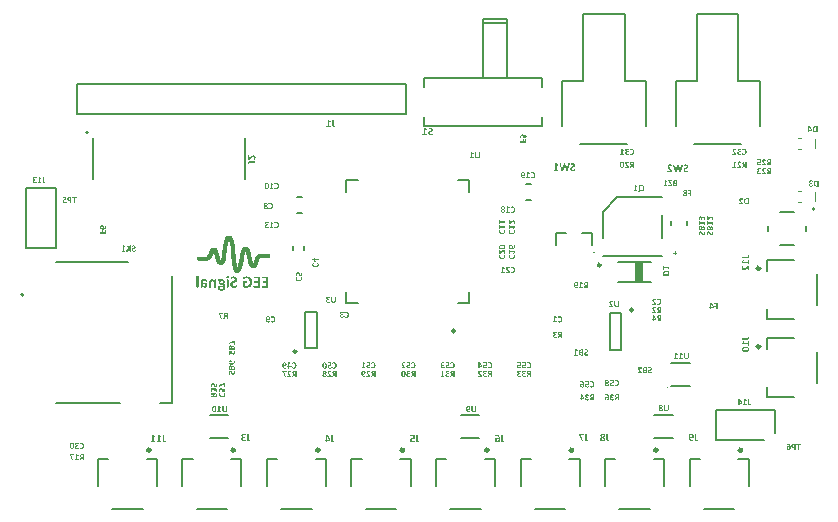
<source format=gbo>
G04*
G04 #@! TF.GenerationSoftware,Altium Limited,Altium Designer,18.1.6 (161)*
G04*
G04 Layer_Color=32896*
%FSTAX24Y24*%
%MOIN*%
G70*
G01*
G75*
%ADD10C,0.0118*%
%ADD11C,0.0098*%
%ADD12C,0.0010*%
%ADD15C,0.0060*%
%ADD16C,0.0039*%
%ADD17C,0.0079*%
%ADD18C,0.0060*%
%ADD110C,0.0050*%
%ADD111R,0.0315X0.0669*%
G36*
X017785Y018765D02*
X017793Y018764D01*
X017798Y018763D01*
X017802Y018762D01*
X017805Y01876D01*
X017807Y018758D01*
X017809Y018758D01*
X017809Y018757D01*
X017812Y018753D01*
X017814Y018749D01*
X017816Y018739D01*
X017817Y018734D01*
X017818Y018731D01*
Y018728D01*
Y018727D01*
X017817Y01872D01*
X017816Y018714D01*
X017815Y01871D01*
X017814Y018706D01*
X017813Y018703D01*
X017811Y018701D01*
X01781Y0187D01*
Y018699D01*
X017806Y018697D01*
X017802Y018695D01*
X017791Y018693D01*
X017785Y018692D01*
X017781Y018692D01*
X017778D01*
X01777Y018692D01*
X017763Y018693D01*
X017758Y018694D01*
X017753Y018696D01*
X01775Y018697D01*
X017748Y018698D01*
X017746Y018699D01*
X017746D01*
X017743Y018703D01*
X017741Y018708D01*
X017738Y018717D01*
X017737Y018721D01*
X017737Y018725D01*
Y018728D01*
Y018729D01*
X017737Y018736D01*
X017738Y018742D01*
X017739Y018747D01*
X017741Y018751D01*
X017743Y018754D01*
X017744Y018756D01*
X017745Y018756D01*
X017745Y018757D01*
X017749Y01876D01*
X017754Y018762D01*
X017765Y018764D01*
X01777Y018765D01*
X017774Y018766D01*
X017778D01*
X017785Y018765D01*
D02*
G37*
G36*
X017001Y018661D02*
X017006Y01866D01*
X017012D01*
X017016Y018659D01*
X017019Y018659D01*
X017021Y018658D01*
X017021D01*
X017032Y018656D01*
X017038Y018655D01*
X017041Y018653D01*
X017045Y018652D01*
X017048Y018652D01*
X01705Y018651D01*
X017051D01*
X01706Y018648D01*
X017067Y018645D01*
X017069Y018644D01*
X017071Y018642D01*
X017073Y018642D01*
X017073D01*
X01708Y018639D01*
X017084Y018635D01*
X017086Y018633D01*
X017087Y018633D01*
X017089Y018629D01*
X017091Y018627D01*
X017092Y018624D01*
Y018624D01*
X017093Y018619D01*
X017093Y018615D01*
Y018611D01*
Y018611D01*
Y01861D01*
Y018606D01*
X017093Y018602D01*
Y018599D01*
Y018598D01*
X017092Y018594D01*
X017091Y018592D01*
X017091Y01859D01*
Y018589D01*
X017088Y018585D01*
X017087Y018585D01*
Y018584D01*
X017085Y018583D01*
X017083Y018582D01*
X017081D01*
X017077Y018583D01*
X017073Y018584D01*
X017071Y018585D01*
X017069Y018586D01*
X017063Y018589D01*
X017058Y018592D01*
X017056Y018593D01*
X017054Y018594D01*
X017052Y018594D01*
X017052D01*
X017043Y018598D01*
X017036Y0186D01*
X017032Y018602D01*
X01703Y018602D01*
X017028Y018603D01*
X017027D01*
X017016Y018606D01*
X017006Y018607D01*
X017002Y018607D01*
X016995D01*
X016986Y018607D01*
X016979Y018606D01*
X016977Y018606D01*
X016975Y018605D01*
X016974Y018604D01*
X016973D01*
X016968Y018602D01*
X016963Y018599D01*
X01696Y018597D01*
X016959Y018596D01*
X016955Y018591D01*
X016953Y018586D01*
X016951Y018582D01*
X016951Y018582D01*
Y018581D01*
X016949Y018574D01*
X016948Y018568D01*
Y018565D01*
Y018563D01*
Y018561D01*
Y018561D01*
Y018546D01*
X016984D01*
X016996Y018545D01*
X017006Y018545D01*
X017014Y018543D01*
X017021Y018543D01*
X017027Y018541D01*
X01703Y018541D01*
X017031D01*
X01704Y018539D01*
X017049Y018536D01*
X017056Y018534D01*
X017062Y018531D01*
X017067Y018528D01*
X01707Y018526D01*
X017073Y018525D01*
X017073Y018525D01*
X017079Y018521D01*
X017084Y018516D01*
X017089Y018512D01*
X017092Y018508D01*
X017095Y018504D01*
X017097Y018501D01*
X017098Y018499D01*
X017098Y018498D01*
X017101Y018492D01*
X017103Y018486D01*
X017105Y018479D01*
X017106Y018473D01*
X017106Y018468D01*
X017107Y018464D01*
Y018462D01*
Y01846D01*
Y018453D01*
X017106Y018446D01*
X017105Y01844D01*
X017104Y018435D01*
X017102Y018431D01*
X017102Y018427D01*
X0171Y018425D01*
Y018425D01*
X017095Y018414D01*
X017091Y01841D01*
X017089Y018407D01*
X017086Y018403D01*
X017084Y018401D01*
X017082Y0184D01*
X017082Y018399D01*
X017072Y018393D01*
X017063Y018388D01*
X017059Y018386D01*
X017056Y018386D01*
X017054Y018385D01*
X017053D01*
X01704Y018381D01*
X017034Y018381D01*
X017029Y01838D01*
X017023Y018379D01*
X017016D01*
X017007Y01838D01*
X016999Y018381D01*
X016992Y018382D01*
X016986Y018384D01*
X01698Y018386D01*
X016976Y018387D01*
X016973Y018388D01*
X016973Y018388D01*
X016966Y018392D01*
X016959Y018396D01*
X016953Y018401D01*
X016948Y018405D01*
X016944Y018408D01*
X01694Y018411D01*
X016938Y018413D01*
X016938Y018414D01*
Y018394D01*
X016937Y018391D01*
X016936Y018389D01*
X016936Y018388D01*
X016935Y018388D01*
X016933Y018386D01*
X01693Y018386D01*
X016927Y018385D01*
X016927D01*
X016922Y018385D01*
X016916Y018384D01*
X016901D01*
X016896Y018385D01*
X016892Y018385D01*
X016891D01*
X016887Y018386D01*
X016884Y018386D01*
X016883Y018388D01*
X016882D01*
X01688Y01839D01*
X016879Y018392D01*
X016879Y018394D01*
Y018394D01*
Y018562D01*
Y018571D01*
X01688Y01858D01*
X016881Y018587D01*
X016882Y018594D01*
X016883Y0186D01*
X016884Y018604D01*
X016885Y018606D01*
Y018607D01*
X016888Y018613D01*
X016891Y01862D01*
X016894Y018625D01*
X016898Y018629D01*
X016901Y018633D01*
X016903Y018635D01*
X016905Y018637D01*
X016905Y018637D01*
X016911Y018642D01*
X016916Y018645D01*
X016927Y018651D01*
X016932Y018653D01*
X016936Y018654D01*
X016938Y018655D01*
X016939D01*
X016948Y018657D01*
X016956Y018659D01*
X016964Y01866D01*
X016972Y018661D01*
X016979Y018661D01*
X01699D01*
X017001Y018661D01*
D02*
G37*
G36*
X01842Y018754D02*
X018435Y018753D01*
X018448Y01875D01*
X018459Y018748D01*
X018468Y018745D01*
X018472Y018744D01*
X018475Y018743D01*
X018479Y018742D01*
X018481Y018742D01*
X018481Y018741D01*
X018482D01*
X018494Y018736D01*
X018506Y018729D01*
X018516Y018723D01*
X018525Y018717D01*
X018532Y018711D01*
X018537Y018707D01*
X01854Y018704D01*
X018542Y018703D01*
X01855Y018693D01*
X018558Y018683D01*
X018564Y018673D01*
X01857Y018663D01*
X018574Y018655D01*
X018577Y018648D01*
X018579Y018646D01*
X018579Y018644D01*
X01858Y018643D01*
Y018642D01*
X018584Y018629D01*
X018588Y018615D01*
X01859Y018602D01*
X018591Y018589D01*
X018592Y018579D01*
Y018574D01*
X018593Y018571D01*
Y018567D01*
Y018565D01*
Y018563D01*
Y018563D01*
X018592Y018547D01*
X018591Y018532D01*
X018589Y018519D01*
X018586Y018508D01*
X018584Y018498D01*
X018583Y018494D01*
X018582Y018491D01*
X018582Y018488D01*
X018581Y018486D01*
X01858Y018486D01*
Y018485D01*
X018575Y018473D01*
X018569Y018462D01*
X018564Y018452D01*
X018558Y018443D01*
X018553Y018436D01*
X018548Y018432D01*
X018545Y018429D01*
X018544Y018427D01*
X018534Y018419D01*
X018525Y018412D01*
X018515Y018406D01*
X018506Y018401D01*
X018498Y018397D01*
X018492Y018394D01*
X018489Y018393D01*
X018487Y018392D01*
X018487Y018392D01*
X018486D01*
X018473Y018388D01*
X018459Y018385D01*
X018446Y018383D01*
X018434Y018381D01*
X018424Y01838D01*
X018419D01*
X018415Y018379D01*
X018408D01*
X018397Y01838D01*
X018393D01*
X018388Y018381D01*
X018384D01*
X018382Y018381D01*
X018379D01*
X018368Y018383D01*
X018363Y018383D01*
X018359Y018384D01*
X018355Y018385D01*
X018352D01*
X01835Y018385D01*
X01835D01*
X018339Y018387D01*
X018334Y018388D01*
X01833Y018389D01*
X018327Y01839D01*
X018324Y01839D01*
X018323Y018391D01*
X018322D01*
X018313Y018394D01*
X018306Y018397D01*
X018303Y018397D01*
X018301Y018398D01*
X0183Y018399D01*
X018299D01*
X018293Y018402D01*
X01829Y018405D01*
X018288Y018408D01*
X018287Y018409D01*
X018285Y018414D01*
X018284Y018418D01*
X018284Y018422D01*
Y018423D01*
Y018423D01*
Y018568D01*
Y018572D01*
X018284Y018575D01*
X018285Y018577D01*
X018286Y018578D01*
X018287Y018581D01*
X018288Y018583D01*
X018289Y018585D01*
X01829Y018585D01*
X018291Y018587D01*
X018293Y018589D01*
X018295Y01859D01*
X018296D01*
X018299Y018591D01*
X018301Y018592D01*
X018428D01*
X018429Y018591D01*
X01843Y018591D01*
X018431Y01859D01*
X018432Y018589D01*
X018433Y018587D01*
X018434Y018586D01*
Y018585D01*
X018435Y018583D01*
X018435Y01858D01*
X018436Y018578D01*
Y018576D01*
X018437Y018572D01*
Y018568D01*
Y018565D01*
Y018564D01*
Y018563D01*
Y018558D01*
X018436Y018554D01*
Y01855D01*
X018435Y018547D01*
X018435Y018545D01*
Y018543D01*
X018434Y018543D01*
Y018542D01*
X018431Y018539D01*
X018429Y018537D01*
X018427Y018536D01*
X018357D01*
Y018452D01*
X018365Y018448D01*
X018372Y018445D01*
X018375Y018445D01*
X018378Y018444D01*
X018379Y018443D01*
X01838D01*
X018389Y018442D01*
X018396Y018442D01*
X0184Y018441D01*
X018404D01*
X018413Y018442D01*
X018422Y018442D01*
X01843Y018443D01*
X018437Y018445D01*
X018442Y018446D01*
X018446Y018447D01*
X01845Y018449D01*
X01845D01*
X018458Y018452D01*
X018464Y018456D01*
X01847Y01846D01*
X018475Y018464D01*
X01848Y018467D01*
X018483Y01847D01*
X018485Y018472D01*
X018486Y018473D01*
X018491Y018479D01*
X018496Y018486D01*
X018499Y018492D01*
X018503Y018499D01*
X018506Y018504D01*
X018508Y018508D01*
X018509Y018511D01*
X018509Y018512D01*
X018512Y018521D01*
X018514Y018531D01*
X018515Y01854D01*
X018516Y018548D01*
X018516Y018556D01*
X018517Y018562D01*
Y018566D01*
Y018567D01*
Y018567D01*
X018516Y018578D01*
X018516Y018587D01*
X018514Y018596D01*
X018513Y018604D01*
X018512Y01861D01*
X01851Y018615D01*
X018509Y018618D01*
Y018619D01*
X018506Y018628D01*
X018502Y018635D01*
X018498Y018642D01*
X018494Y018648D01*
X018491Y018652D01*
X018488Y018656D01*
X018487Y018658D01*
X018486Y018659D01*
X01848Y018664D01*
X018474Y01867D01*
X018468Y018674D01*
X018462Y018678D01*
X018457Y018681D01*
X018453Y018683D01*
X01845Y018684D01*
X01845Y018685D01*
X018441Y018688D01*
X018433Y01869D01*
X018425Y018692D01*
X018418Y018693D01*
X018411Y018694D01*
X018407Y018694D01*
X018393D01*
X018385Y018694D01*
X018378Y018693D01*
X018371Y018692D01*
X018366Y018691D01*
X018362Y01869D01*
X01836Y018689D01*
X018359D01*
X018352Y018687D01*
X018346Y018685D01*
X018341Y018683D01*
X018336Y018682D01*
X018332Y01868D01*
X01833Y018679D01*
X018328Y018678D01*
X018327D01*
X018318Y018674D01*
X018312Y01867D01*
X018309Y018669D01*
X018307Y018668D01*
X018306Y018667D01*
X018306D01*
X018301Y018664D01*
X018297Y018663D01*
X018294Y018663D01*
X018293D01*
X01829Y018663D01*
X01829Y018664D01*
X018288Y018665D01*
X018287Y018666D01*
X018286Y018668D01*
Y018668D01*
X018286Y018672D01*
X018285Y018675D01*
X018284Y018677D01*
Y018678D01*
X018284Y018683D01*
X018283Y018687D01*
Y01869D01*
Y018691D01*
Y018692D01*
Y018697D01*
Y018701D01*
X018284Y018705D01*
Y018708D01*
X018284Y01871D01*
Y018712D01*
X018285Y018713D01*
X018287Y018718D01*
X018289Y018721D01*
X01829Y018723D01*
X018291Y018724D01*
X018294Y018727D01*
X018299Y01873D01*
X018302Y018733D01*
X018303Y018733D01*
X018304D01*
X018312Y018737D01*
X018319Y01874D01*
X018323Y018741D01*
X018325Y018742D01*
X018327Y018743D01*
X018328D01*
X018339Y018746D01*
X018345Y018748D01*
X01835Y018749D01*
X018354Y01875D01*
X018358Y018751D01*
X018361Y018751D01*
X018361D01*
X018376Y018753D01*
X018383Y018754D01*
X01839D01*
X018396Y018755D01*
X018404D01*
X01842Y018754D01*
D02*
G37*
G36*
X019119Y018747D02*
X019123Y018745D01*
X019127Y018743D01*
X019128Y018742D01*
X01913Y01874D01*
X019131Y018737D01*
X019133Y018732D01*
Y018729D01*
X019134Y018727D01*
Y018725D01*
Y018725D01*
Y018409D01*
Y018404D01*
X019133Y018401D01*
X019131Y018395D01*
X019129Y018392D01*
X019128Y018391D01*
X019123Y018388D01*
X019118Y018386D01*
X019114Y018386D01*
X01893D01*
X018927Y018386D01*
X018926Y018387D01*
X018925Y018388D01*
X018923Y01839D01*
X018923Y018391D01*
Y018392D01*
X018922Y018395D01*
X018921Y018397D01*
X018921Y0184D01*
Y018401D01*
X01892Y018405D01*
X018919Y01841D01*
Y018413D01*
Y018414D01*
Y018414D01*
Y01842D01*
X01892Y018424D01*
X018921Y018427D01*
Y018428D01*
X018921Y018431D01*
X018922Y018434D01*
X018923Y018436D01*
Y018436D01*
X018924Y018439D01*
X018925Y01844D01*
X018925Y018442D01*
X018926D01*
X018927Y018443D01*
X018929Y018443D01*
X019061D01*
Y018546D01*
X018951D01*
X018948Y018547D01*
X018947Y018547D01*
X018945Y018548D01*
X018944Y01855D01*
X018943Y018551D01*
Y018552D01*
X018943Y018554D01*
X018942Y018557D01*
X018941Y018559D01*
Y01856D01*
X018941Y018565D01*
X01894Y018569D01*
Y018572D01*
Y018573D01*
Y018574D01*
Y018579D01*
X018941Y018583D01*
X018941Y018586D01*
Y018587D01*
X018942Y018591D01*
X018943Y018593D01*
X018943Y018595D01*
Y018596D01*
X018945Y018598D01*
X018945Y018599D01*
X018946Y0186D01*
X018947D01*
X018948Y018602D01*
X01895Y018602D01*
X019061D01*
Y01869D01*
X018932D01*
X018928Y018691D01*
X018927Y018692D01*
X018926Y018693D01*
X018925Y018694D01*
X018924Y018696D01*
Y018696D01*
X018923Y018699D01*
X018923Y018702D01*
X018922Y018705D01*
Y018705D01*
X018921Y01871D01*
X018921Y018714D01*
Y018718D01*
Y018718D01*
Y018719D01*
Y018725D01*
X018921Y018729D01*
X018922Y018732D01*
Y018733D01*
X018923Y018736D01*
X018923Y018739D01*
X018924Y01874D01*
Y018741D01*
X018925Y018744D01*
X018926Y018745D01*
X018927Y018746D01*
X018927D01*
X018928Y018747D01*
X01893Y018748D01*
X019112D01*
X019119Y018747D01*
D02*
G37*
G36*
X018839D02*
X018844Y018745D01*
X018847Y018743D01*
X018848Y018742D01*
X01885Y01874D01*
X018851Y018737D01*
X018853Y018732D01*
Y018729D01*
X018854Y018727D01*
Y018725D01*
Y018725D01*
Y018409D01*
Y018404D01*
X018853Y018401D01*
X018851Y018395D01*
X018849Y018392D01*
X018848Y018391D01*
X018843Y018388D01*
X018838Y018386D01*
X018834Y018386D01*
X01865D01*
X018647Y018386D01*
X018646Y018387D01*
X018645Y018388D01*
X018643Y01839D01*
X018643Y018391D01*
Y018392D01*
X018642Y018395D01*
X018641Y018397D01*
X018641Y0184D01*
Y018401D01*
X01864Y018405D01*
X018639Y01841D01*
Y018413D01*
Y018414D01*
Y018414D01*
Y01842D01*
X01864Y018424D01*
X018641Y018427D01*
Y018428D01*
X018641Y018431D01*
X018642Y018434D01*
X018643Y018436D01*
Y018436D01*
X018644Y018439D01*
X018645Y01844D01*
X018645Y018442D01*
X018646D01*
X018647Y018443D01*
X018649Y018443D01*
X018781D01*
Y018546D01*
X018671D01*
X018668Y018547D01*
X018667Y018547D01*
X018665Y018548D01*
X018664Y01855D01*
X018663Y018551D01*
Y018552D01*
X018663Y018554D01*
X018662Y018557D01*
X018661Y018559D01*
Y01856D01*
X018661Y018565D01*
X01866Y018569D01*
Y018572D01*
Y018573D01*
Y018574D01*
Y018579D01*
X018661Y018583D01*
X018661Y018586D01*
Y018587D01*
X018662Y018591D01*
X018663Y018593D01*
X018663Y018595D01*
Y018596D01*
X018665Y018598D01*
X018665Y018599D01*
X018666Y0186D01*
X018667D01*
X018668Y018602D01*
X01867Y018602D01*
X018781D01*
Y01869D01*
X018652D01*
X018649Y018691D01*
X018647Y018692D01*
X018646Y018693D01*
X018645Y018694D01*
X018644Y018696D01*
Y018696D01*
X018643Y018699D01*
X018643Y018702D01*
X018642Y018705D01*
Y018705D01*
X018641Y01871D01*
X018641Y018714D01*
Y018718D01*
Y018718D01*
Y018719D01*
Y018725D01*
X018641Y018729D01*
X018642Y018732D01*
Y018733D01*
X018643Y018736D01*
X018643Y018739D01*
X018644Y01874D01*
Y018741D01*
X018645Y018744D01*
X018646Y018745D01*
X018647Y018746D01*
X018647D01*
X018649Y018747D01*
X01865Y018748D01*
X018833D01*
X018839Y018747D01*
D02*
G37*
G36*
X01779Y018655D02*
X017794Y018655D01*
X017795D01*
X0178Y018654D01*
X017803Y018653D01*
X017805Y018653D01*
X017805Y018652D01*
X017808Y018651D01*
X01781Y01865D01*
X017811Y01865D01*
X017811Y018649D01*
X017813Y018646D01*
Y018644D01*
Y018644D01*
Y018395D01*
X017812Y018391D01*
X017811Y01839D01*
Y01839D01*
X017809Y018388D01*
X017807Y018387D01*
X017806Y018386D01*
X017805D01*
X017802Y018386D01*
X017799D01*
X017796Y018385D01*
X017795D01*
X017789Y018385D01*
X017783Y018384D01*
X01777D01*
X017765Y018385D01*
X017762Y018385D01*
X017761D01*
X017756Y018386D01*
X017752D01*
X01775Y018386D01*
X01775D01*
X017747Y018388D01*
X017745Y018388D01*
X017745Y01839D01*
X017744D01*
X017743Y018392D01*
X017742Y018393D01*
Y018394D01*
Y018395D01*
Y018644D01*
Y018646D01*
X017743Y018648D01*
X017743Y018648D01*
X017744Y018649D01*
X017746Y01865D01*
X017748Y018652D01*
X017749Y018652D01*
X01775D01*
X017753Y018653D01*
X017757Y018654D01*
X017759Y018655D01*
X017761D01*
X017766Y018655D01*
X017772Y018656D01*
X017785D01*
X01779Y018655D01*
D02*
G37*
G36*
X017262Y018661D02*
X01727Y018659D01*
X017277Y018657D01*
X017284Y018655D01*
X01729Y018653D01*
X017294Y018652D01*
X017297Y01865D01*
X017298Y01865D01*
X017306Y018645D01*
X017314Y01864D01*
X017321Y018634D01*
X017327Y018629D01*
X017332Y018624D01*
X017336Y01862D01*
X017339Y018617D01*
X01734Y018616D01*
Y018644D01*
Y018646D01*
X01734Y018648D01*
X017341Y018649D01*
X017341Y01865D01*
X017343Y018651D01*
X017344Y018652D01*
X017345Y018653D01*
X017346D01*
X017349Y018653D01*
X017352Y018654D01*
X017354Y018655D01*
X017355D01*
X01736Y018655D01*
X017365Y018656D01*
X017376D01*
X01738Y018655D01*
X017383Y018655D01*
X017384D01*
X017388Y018654D01*
X017391Y018653D01*
X017393Y018653D01*
X017394D01*
X017396Y018652D01*
X017397Y018651D01*
X017399Y01865D01*
Y01865D01*
X0174Y018646D01*
Y018645D01*
Y018644D01*
Y018395D01*
X017399Y018391D01*
X017399Y01839D01*
Y01839D01*
X017397Y018388D01*
X017395Y018387D01*
X017393Y018386D01*
X017393D01*
X017389Y018386D01*
X017386D01*
X017384Y018385D01*
X017382D01*
X017376Y018385D01*
X017371Y018384D01*
X017358D01*
X017353Y018385D01*
X017349Y018385D01*
X017348D01*
X017343Y018386D01*
X01734D01*
X017338Y018386D01*
X017337D01*
X017334Y018388D01*
X017332Y018388D01*
X017332Y01839D01*
X017331D01*
X01733Y018392D01*
X017329Y018393D01*
Y018394D01*
Y018395D01*
Y018561D01*
X017324Y018567D01*
X017319Y018573D01*
X017314Y018578D01*
X01731Y018582D01*
X017306Y018585D01*
X017304Y018587D01*
X017302Y018589D01*
X017301Y018589D01*
X017296Y018593D01*
X017291Y018595D01*
X017286Y018597D01*
X017282Y018598D01*
X017279Y018599D01*
X017276Y0186D01*
X017273D01*
X017266Y018599D01*
X01726Y018598D01*
X017257Y018596D01*
X017256Y018595D01*
X017255D01*
X017249Y018592D01*
X017246Y018588D01*
X017243Y018585D01*
X017242Y018584D01*
Y018583D01*
X017239Y018578D01*
X017237Y018572D01*
X017236Y01857D01*
X017235Y018568D01*
X017235Y018567D01*
Y018566D01*
X017233Y018562D01*
X017233Y018557D01*
X017232Y018548D01*
X017231Y018544D01*
Y018541D01*
Y018538D01*
Y018537D01*
Y018395D01*
X017231Y018391D01*
X01723Y01839D01*
Y01839D01*
X017228Y018388D01*
X017226Y018387D01*
X017225Y018386D01*
X017224D01*
X017221Y018386D01*
X017218D01*
X017215Y018385D01*
X017214D01*
X017208Y018385D01*
X017202Y018384D01*
X01719D01*
X017185Y018385D01*
X017181Y018385D01*
X01718D01*
X017176Y018386D01*
X017172D01*
X01717Y018386D01*
X017169D01*
X017167Y018388D01*
X017165Y018388D01*
X017164Y01839D01*
X017163D01*
X017162Y018392D01*
X017161Y018393D01*
Y018394D01*
Y018395D01*
Y018549D01*
Y018559D01*
X017162Y018568D01*
X017163Y018576D01*
X017164Y018583D01*
X017165Y018588D01*
X017166Y018593D01*
X017167Y018595D01*
Y018596D01*
X017168Y018603D01*
X017171Y018609D01*
X017174Y018615D01*
X017176Y01862D01*
X017178Y018624D01*
X01718Y018627D01*
X017181Y018629D01*
X017182Y018629D01*
X017186Y018635D01*
X017191Y018639D01*
X017196Y018644D01*
X0172Y018647D01*
X017204Y01865D01*
X017207Y018652D01*
X017209Y018652D01*
X01721Y018653D01*
X017217Y018655D01*
X017224Y018658D01*
X017231Y018659D01*
X017238Y01866D01*
X017244Y018661D01*
X017249Y018661D01*
X017253D01*
X017262Y018661D01*
D02*
G37*
G36*
X016786Y018775D02*
X01679Y018775D01*
X016791D01*
X016796Y018774D01*
X016799Y018773D01*
X016801Y018773D01*
X016802Y018772D01*
X016804Y018771D01*
X016806Y018769D01*
X016807Y018769D01*
X016808Y018768D01*
X016809Y018765D01*
Y018764D01*
Y018764D01*
Y018395D01*
X016808Y018391D01*
X016808Y01839D01*
Y01839D01*
X016806Y018388D01*
X016804Y018387D01*
X016802Y018386D01*
X016802D01*
X016798Y018386D01*
X016795D01*
X016793Y018385D01*
X016791D01*
X016786Y018385D01*
X01678Y018384D01*
X016767D01*
X016762Y018385D01*
X016758Y018385D01*
X016757D01*
X016752Y018386D01*
X016749D01*
X016747Y018386D01*
X016746D01*
X016743Y018388D01*
X016741Y018388D01*
X016741Y01839D01*
X01674D01*
X016739Y018392D01*
X016738Y018393D01*
Y018394D01*
Y018395D01*
Y018764D01*
Y018766D01*
X016739Y018767D01*
X016739Y018768D01*
X01674D01*
X016742Y01877D01*
X016744Y018771D01*
X016745Y018772D01*
X016746D01*
X016749Y018773D01*
X016753Y018774D01*
X016756Y018775D01*
X016757D01*
X016762Y018775D01*
X016768Y018776D01*
X016781D01*
X016786Y018775D01*
D02*
G37*
G36*
X017991Y018753D02*
X017999Y018753D01*
X018006Y018751D01*
X018012Y01875D01*
X018017Y018749D01*
X018019Y018748D01*
X018021D01*
X018028Y018745D01*
X018036Y018742D01*
X018043Y018739D01*
X018048Y018736D01*
X018053Y018733D01*
X018056Y01873D01*
X018059Y018729D01*
X018059Y018728D01*
X018065Y018723D01*
X01807Y018718D01*
X018075Y018712D01*
X018078Y018707D01*
X018082Y018703D01*
X018083Y018699D01*
X018085Y018696D01*
X018085Y018696D01*
X018089Y018688D01*
X018091Y01868D01*
X018093Y018672D01*
X018093Y018665D01*
X018094Y018659D01*
X018094Y018654D01*
Y018651D01*
Y01865D01*
Y018641D01*
X018093Y018634D01*
X018093Y018628D01*
X018091Y018622D01*
X01809Y018617D01*
X018089Y018613D01*
X018088Y018611D01*
Y018611D01*
X018083Y0186D01*
X01808Y018594D01*
X018077Y018591D01*
X018075Y018587D01*
X018073Y018584D01*
X018072Y018583D01*
X018071Y018582D01*
X018063Y018574D01*
X018055Y018568D01*
X018052Y018565D01*
X018049Y018563D01*
X018047Y018563D01*
X018047Y018562D01*
X018036Y018556D01*
X018031Y018554D01*
X018027Y018551D01*
X018023Y018549D01*
X018021Y018548D01*
X018019Y018547D01*
X018018Y018547D01*
X018008Y018542D01*
X018003Y01854D01*
X017999Y018538D01*
X017995Y018536D01*
X017993Y018536D01*
X017991Y018534D01*
X01799D01*
X01798Y01853D01*
X017976Y018528D01*
X017973Y018526D01*
X017969Y018524D01*
X017967Y018523D01*
X017966Y018522D01*
X017966Y018521D01*
X017958Y018516D01*
X017953Y018511D01*
X017949Y018507D01*
X017948Y018506D01*
Y018506D01*
X017945Y018502D01*
X017944Y018499D01*
X017942Y018491D01*
Y018489D01*
X017941Y018486D01*
Y018485D01*
Y018484D01*
X017942Y018477D01*
X017943Y018471D01*
X017944Y018468D01*
X017945Y018466D01*
X017945Y018466D01*
Y018465D01*
X017949Y018459D01*
X017953Y018455D01*
X017955Y018452D01*
X017956Y018451D01*
X017956D01*
X017962Y018447D01*
X017968Y018444D01*
X017971Y018443D01*
X017973Y018442D01*
X017974Y018442D01*
X017975D01*
X017982Y01844D01*
X01799Y01844D01*
X017993Y018439D01*
X018006D01*
X018013Y01844D01*
X018019Y01844D01*
X018024Y018442D01*
X018029Y018442D01*
X018032Y018443D01*
X018034Y018443D01*
X018035D01*
X018045Y018447D01*
X01805Y018449D01*
X018054Y01845D01*
X018057Y018451D01*
X018059Y018453D01*
X018061Y018453D01*
X018061D01*
X018069Y018457D01*
X018074Y01846D01*
X018078Y018463D01*
X018079Y018464D01*
X01808D01*
X018084Y018467D01*
X018088Y018468D01*
X01809Y018469D01*
X018093D01*
X018094Y018468D01*
X018095Y018467D01*
X018096Y018467D01*
X018097Y018466D01*
X018098Y018464D01*
X018099Y018462D01*
Y018462D01*
X0181Y018458D01*
X0181Y018455D01*
X018101Y018453D01*
Y018452D01*
Y018447D01*
Y018443D01*
Y018439D01*
Y018438D01*
Y018438D01*
Y018429D01*
X0181Y018423D01*
X0181Y018419D01*
Y018418D01*
Y018418D01*
X018098Y018413D01*
X018097Y01841D01*
X018096Y018408D01*
X018095Y018407D01*
X018091Y018404D01*
X018087Y018401D01*
X018084Y018399D01*
X018083Y018398D01*
X018083D01*
X018076Y018395D01*
X018069Y018392D01*
X018067Y018391D01*
X018064Y01839D01*
X018063Y01839D01*
X018062D01*
X018052Y018387D01*
X018043Y018385D01*
X018039Y018384D01*
X018036Y018383D01*
X018034Y018383D01*
X018034D01*
X018021Y018381D01*
X018015Y01838D01*
X01801D01*
X018005Y018379D01*
X017999D01*
X017988Y01838D01*
X017979Y018381D01*
X01797Y018382D01*
X017962Y018383D01*
X017956Y018385D01*
X017951Y018385D01*
X017948Y018386D01*
X017947D01*
X017938Y01839D01*
X01793Y018393D01*
X017922Y018396D01*
X017916Y0184D01*
X017911Y018403D01*
X017907Y018405D01*
X017905Y018407D01*
X017904Y018408D01*
X017897Y018414D01*
X017892Y01842D01*
X017887Y018425D01*
X017883Y018431D01*
X01788Y018436D01*
X017877Y01844D01*
X017876Y018443D01*
X017875Y018443D01*
X017872Y018452D01*
X017869Y018461D01*
X017867Y018469D01*
X017866Y018477D01*
X017865Y018484D01*
X017864Y01849D01*
Y018493D01*
Y018494D01*
Y018502D01*
X017866Y018509D01*
X017866Y018515D01*
X017868Y018521D01*
X017869Y018526D01*
X01787Y018529D01*
X017871Y018531D01*
X017872Y018532D01*
X017877Y018543D01*
X01788Y018548D01*
X017883Y018552D01*
X017885Y018555D01*
X017887Y018558D01*
X017888Y018559D01*
X017889Y018559D01*
X017897Y018568D01*
X017906Y018574D01*
X017909Y018577D01*
X017912Y018579D01*
X017914Y01858D01*
X017914Y01858D01*
X017925Y018587D01*
X017934Y018591D01*
X017938Y018593D01*
X01794Y018594D01*
X017942Y018596D01*
X017943D01*
X017953Y0186D01*
X017958Y018602D01*
X017962Y018604D01*
X017966Y018606D01*
X017969Y018607D01*
X017971Y018608D01*
X017971D01*
X017981Y018613D01*
X017989Y018617D01*
X017991Y018618D01*
X017994Y01862D01*
X017995Y018621D01*
X017996D01*
X018003Y018626D01*
X018009Y018631D01*
X018012Y018635D01*
X018013Y018636D01*
Y018637D01*
X018017Y018644D01*
X018019Y018651D01*
Y018653D01*
X01802Y018656D01*
Y018657D01*
Y018658D01*
X018019Y018664D01*
X018019Y018668D01*
X018018Y018672D01*
X018017Y018673D01*
X018015Y018678D01*
X018012Y018682D01*
X018009Y018685D01*
X018008Y018685D01*
X018004Y018688D01*
X017999Y018692D01*
X017995Y018693D01*
X017994Y018694D01*
X017993D01*
X017986Y018696D01*
X01798Y018696D01*
X017977Y018697D01*
X017973D01*
X017962Y018696D01*
X017956Y018696D01*
X017953Y018695D01*
X017949Y018694D01*
X017946Y018694D01*
X017945Y018693D01*
X017944D01*
X017935Y01869D01*
X017928Y018687D01*
X017925Y018686D01*
X017923Y018685D01*
X017922Y018685D01*
X017921D01*
X017915Y018681D01*
X01791Y018679D01*
X017907Y018677D01*
X017905Y018676D01*
X017901Y018674D01*
X017897Y018673D01*
X017896Y018672D01*
X017893D01*
X017892Y018673D01*
X01789Y018674D01*
X017888Y018677D01*
X017888Y018678D01*
Y018679D01*
X017887Y018682D01*
X017886Y018685D01*
X017886Y018687D01*
Y018688D01*
X017885Y018692D01*
Y018697D01*
Y018701D01*
Y018701D01*
Y018702D01*
Y018707D01*
Y01871D01*
X017886Y018713D01*
Y018714D01*
Y018717D01*
X017886Y01872D01*
X017887Y018721D01*
Y018722D01*
X017888Y018726D01*
X017889Y018727D01*
Y018727D01*
X01789Y018729D01*
X017891Y018731D01*
X017892Y018732D01*
X017892Y018733D01*
X017895Y018734D01*
X017899Y018737D01*
X017903Y018738D01*
X017903Y018739D01*
X017904D01*
X01791Y018742D01*
X017917Y018745D01*
X01792Y018745D01*
X017921Y018746D01*
X017923Y018747D01*
X017923D01*
X017932Y018749D01*
X01794Y018751D01*
X017943Y018751D01*
X017945D01*
X017947Y018752D01*
X017947D01*
X017957Y018753D01*
X017965Y018755D01*
X017982D01*
X017991Y018753D01*
D02*
G37*
G36*
X017596Y018659D02*
X017603Y018658D01*
X017609Y018657D01*
X017614Y018655D01*
X017618Y018655D01*
X017621Y018653D01*
X017621D01*
X017628Y018651D01*
X017634Y018648D01*
X01764Y018644D01*
X017645Y018642D01*
X017649Y018639D01*
X017652Y018637D01*
X017654Y018635D01*
X017654Y018635D01*
X017664Y018625D01*
X01767Y018616D01*
X017673Y018612D01*
X017675Y018609D01*
X017675Y018606D01*
X017676Y018606D01*
X017678Y018599D01*
X01768Y018593D01*
X017681Y018586D01*
X017682Y01858D01*
Y018574D01*
X017683Y018571D01*
Y018568D01*
Y018567D01*
Y018559D01*
X017682Y018553D01*
X017681Y018547D01*
X01768Y018542D01*
X017679Y018538D01*
X017678Y018535D01*
X017677Y018533D01*
Y018532D01*
X017672Y018523D01*
X017667Y018515D01*
X017665Y018513D01*
X017663Y018511D01*
X017662Y01851D01*
X017662Y018509D01*
X01767Y018501D01*
X017677Y018493D01*
X017678Y01849D01*
X01768Y018487D01*
X017681Y018485D01*
X017682Y018484D01*
X017684Y018479D01*
X017686Y018474D01*
X017688Y018465D01*
Y01846D01*
X017689Y018457D01*
Y018455D01*
Y018455D01*
X017688Y018445D01*
X017686Y018438D01*
X017684Y018434D01*
X017684Y018432D01*
X017682Y018431D01*
Y018431D01*
X017677Y018423D01*
X017671Y018418D01*
X017668Y018416D01*
X017665Y018414D01*
X017664Y018413D01*
X017664D01*
X017669Y018409D01*
X017675Y018404D01*
X017678Y018401D01*
X017678Y0184D01*
X017679Y018399D01*
X017684Y018394D01*
X017687Y01839D01*
X017689Y018386D01*
X01769Y018386D01*
Y018385D01*
X017693Y018379D01*
X017695Y018374D01*
X017697Y01837D01*
X017697Y01837D01*
Y018369D01*
X017699Y018362D01*
X017699Y018357D01*
X0177Y018353D01*
Y018352D01*
Y018351D01*
X017699Y018341D01*
X017698Y018337D01*
X017697Y018332D01*
X017695Y018329D01*
X017695Y018326D01*
X017693Y018325D01*
Y018324D01*
X017691Y01832D01*
X017688Y018316D01*
X01768Y018309D01*
X017677Y018306D01*
X017675Y018305D01*
X017673Y018304D01*
X017673Y018303D01*
X017667Y0183D01*
X01766Y018297D01*
X017654Y018294D01*
X017648Y018293D01*
X017643Y018291D01*
X017639Y01829D01*
X017636Y018289D01*
X017635D01*
X017626Y018287D01*
X017617Y018285D01*
X017608Y018285D01*
X017599Y018284D01*
X017592Y018283D01*
X017581D01*
X017569Y018284D01*
X017558Y018285D01*
X017548Y018286D01*
X01754Y018287D01*
X017533Y018289D01*
X017528Y018289D01*
X017525Y018291D01*
X017524D01*
X017515Y018293D01*
X017507Y018296D01*
X0175Y0183D01*
X017494Y018303D01*
X017489Y018305D01*
X017485Y018308D01*
X017483Y018309D01*
X017483Y01831D01*
X017477Y018315D01*
X017472Y01832D01*
X017468Y018324D01*
X017465Y018329D01*
X017462Y018333D01*
X01746Y018336D01*
X017459Y018338D01*
X017459Y018339D01*
X017456Y018344D01*
X017454Y018351D01*
X017452Y018357D01*
X017452Y018362D01*
X017451Y018366D01*
X01745Y01837D01*
Y018372D01*
Y018373D01*
X017451Y018385D01*
X017452Y018389D01*
X017453Y018394D01*
X017454Y018397D01*
X017456Y0184D01*
X017456Y018401D01*
Y018402D01*
X017461Y018411D01*
X017467Y018418D01*
X01747Y018421D01*
X017472Y018423D01*
X017473Y018424D01*
X017474Y018425D01*
X017483Y018431D01*
X017492Y018436D01*
X017496Y018438D01*
X017499Y018439D01*
X017501Y01844D01*
X017502D01*
X017515Y018443D01*
X017521Y018443D01*
X017527Y018445D01*
X017532D01*
X017536Y018445D01*
X01754D01*
X0176Y018448D01*
X017608Y018449D01*
X017615Y018451D01*
X017619Y018453D01*
X017619Y018453D01*
X01762D01*
X017623Y018455D01*
X017624Y018458D01*
X017627Y018462D01*
X017627Y018466D01*
Y018466D01*
Y018467D01*
X017627Y018471D01*
X017626Y018475D01*
X017625Y018477D01*
X017625Y018478D01*
X017623Y018482D01*
X017621Y018484D01*
X017619Y018486D01*
X017619Y018487D01*
X017614Y018484D01*
X017608Y018482D01*
X017606Y018481D01*
X017604Y01848D01*
X017603Y01848D01*
X017602D01*
X017594Y018478D01*
X017586Y018478D01*
X017584Y018477D01*
X017571D01*
X017562Y018478D01*
X017555Y018479D01*
X017549Y01848D01*
X017544Y018481D01*
X01754Y018482D01*
X017537Y018483D01*
X017537D01*
X017529Y018486D01*
X017523Y018488D01*
X017518Y018491D01*
X017513Y018494D01*
X017509Y018497D01*
X017506Y018499D01*
X017504Y0185D01*
X017503Y018501D01*
X017494Y01851D01*
X017488Y018519D01*
X017486Y018523D01*
X017484Y018526D01*
X017483Y018528D01*
Y018529D01*
X01748Y018536D01*
X017479Y018542D01*
X017478Y018548D01*
X017476Y018555D01*
Y01856D01*
X017476Y018564D01*
Y018567D01*
Y018568D01*
X017476Y018574D01*
X017477Y01858D01*
X017478Y018584D01*
X017478Y018585D01*
Y018585D01*
X017481Y018592D01*
X017483Y018597D01*
X017485Y0186D01*
X017487Y018602D01*
X017457D01*
X017454Y018602D01*
X017452Y018605D01*
X017451Y018607D01*
X01745Y018607D01*
X017449Y01861D01*
X017448Y018613D01*
X017448Y01862D01*
X017447Y018623D01*
Y018626D01*
Y018627D01*
Y018628D01*
Y018633D01*
X017448Y018637D01*
X017448Y01864D01*
Y018644D01*
X017449Y018646D01*
X01745Y018647D01*
X01745Y018648D01*
X017452Y018652D01*
X017455Y018654D01*
X017457Y018655D01*
X017537D01*
X017544Y018656D01*
X017551Y018657D01*
X017553D01*
X017555Y018658D01*
X017557D01*
X017565Y018659D01*
X017572Y01866D01*
X017588D01*
X017596Y018659D01*
D02*
G37*
G36*
X032699Y019605D02*
X032701Y019605D01*
X032702D01*
X032704Y019604D01*
X032705Y019604D01*
X032706Y019604D01*
X032707Y019603D01*
X032708Y019602D01*
X032709Y019602D01*
X032709Y019601D01*
Y019601D01*
X03271Y019599D01*
Y019599D01*
Y019598D01*
Y019545D01*
X032761D01*
X032761Y019545D01*
X032762Y019545D01*
X032762Y019544D01*
X032763Y019543D01*
X032764Y019543D01*
X032764Y019542D01*
X032764Y019542D01*
X032765Y01954D01*
X032765Y019538D01*
X032765Y019537D01*
Y019537D01*
X032766Y019534D01*
Y019532D01*
Y01953D01*
Y01953D01*
Y01953D01*
Y019526D01*
X032765Y019524D01*
Y019522D01*
Y019522D01*
X032765Y01952D01*
X032764Y019519D01*
X032764Y019518D01*
Y019517D01*
X032763Y019516D01*
X032762Y019515D01*
X032762Y019515D01*
X03276Y019514D01*
X03271D01*
Y01946D01*
X03271Y019458D01*
X032709Y019458D01*
Y019458D01*
X032709Y019457D01*
X032708Y019456D01*
X032707Y019456D01*
X032707Y019455D01*
X032705Y019455D01*
X032704Y019455D01*
X032702Y019454D01*
X032702D01*
X032699Y019454D01*
X03269D01*
X032688Y019454D01*
X032686D01*
X032684Y019455D01*
X032682Y019455D01*
X032681Y019455D01*
X032681D01*
X03268Y019456D01*
X032679Y019457D01*
X032678Y019458D01*
X032678Y019459D01*
X032677Y019459D01*
Y01946D01*
Y01946D01*
Y019514D01*
X032629D01*
X032627Y019514D01*
X032626Y019515D01*
X032625Y019515D01*
X032624Y019516D01*
X032624Y019517D01*
Y019517D01*
X032623Y019519D01*
X032623Y01952D01*
X032622Y019522D01*
Y019522D01*
X032622Y019525D01*
X032622Y019527D01*
Y019529D01*
Y019529D01*
Y01953D01*
Y019533D01*
X032622Y019535D01*
X032622Y019536D01*
Y019537D01*
X032623Y019539D01*
X032623Y01954D01*
X032623Y019541D01*
X032624Y019542D01*
X032625Y019543D01*
X032625Y019543D01*
X032625Y019544D01*
X032626D01*
X032626Y019545D01*
X032627Y019545D01*
X032677D01*
Y019598D01*
Y019599D01*
X032678Y0196D01*
X032678Y019601D01*
X032678D01*
X032679Y019602D01*
X03268Y019603D01*
X032681Y019603D01*
X032681D01*
X032682Y019604D01*
X032684Y019604D01*
X032685Y019605D01*
X032686D01*
X032689Y019605D01*
X032691Y019605D01*
X032697D01*
X032699Y019605D01*
D02*
G37*
G36*
X030035Y019553D02*
X030036Y019552D01*
X030038Y019551D01*
X030038Y01955D01*
X030038Y019549D01*
X030039Y019546D01*
X030039Y019542D01*
X030039Y01954D01*
Y019539D01*
Y019538D01*
Y019537D01*
Y019534D01*
X030039Y019532D01*
Y01953D01*
X030039Y019528D01*
X030038Y019526D01*
Y019526D01*
X030038Y019525D01*
Y019525D01*
X030036Y019523D01*
X030034Y019522D01*
X030033Y019521D01*
X029967D01*
X029964Y019522D01*
X029963Y019523D01*
X029961Y019524D01*
X029961Y019525D01*
X02996Y019526D01*
X02996Y019528D01*
X02996Y019532D01*
X029959Y019534D01*
Y019536D01*
Y019537D01*
Y019537D01*
Y019541D01*
X02996Y019543D01*
X02996Y019545D01*
Y019545D01*
X02996Y019547D01*
X029961Y019549D01*
X029961Y01955D01*
X029961Y01955D01*
X029962Y019551D01*
X029963Y019552D01*
X029963Y019553D01*
X029964D01*
X029964Y019553D01*
X029965Y019554D01*
X030032D01*
X030035Y019553D01*
D02*
G37*
G36*
X036467Y013176D02*
X036473Y013176D01*
X036479Y013175D01*
X036483Y013174D01*
X036487Y013173D01*
X03649Y013172D01*
X036492Y013172D01*
X036493Y013171D01*
X036498Y013169D01*
X036502Y013167D01*
X036506Y013165D01*
X03651Y013162D01*
X036512Y01316D01*
X036515Y013159D01*
X036516Y013158D01*
X036516Y013157D01*
X03652Y013154D01*
X036523Y013151D01*
X036526Y013147D01*
X036528Y013144D01*
X03653Y013141D01*
X036531Y013139D01*
X036532Y013138D01*
X036532Y013137D01*
X036536Y013129D01*
X036538Y013125D01*
X036539Y013121D01*
X03654Y013118D01*
X036541Y013115D01*
X036542Y013114D01*
Y013113D01*
X036544Y013104D01*
X036545Y0131D01*
X036545Y013096D01*
X036546Y013093D01*
Y01309D01*
X036546Y013089D01*
Y013088D01*
X036547Y013078D01*
Y013074D01*
X036547Y01307D01*
Y013067D01*
Y013065D01*
Y013063D01*
Y013063D01*
Y013058D01*
X036547Y013052D01*
Y013048D01*
X036546Y013044D01*
Y01304D01*
X036546Y013038D01*
Y013036D01*
Y013036D01*
X036546Y013031D01*
X036545Y013027D01*
X036544Y013023D01*
X036543Y013019D01*
X036543Y013016D01*
X036542Y013014D01*
X036542Y013012D01*
Y013012D01*
X036539Y013004D01*
X036538Y013001D01*
X036537Y012998D01*
X036536Y012996D01*
X036535Y012994D01*
X036535Y012993D01*
X036534Y012992D01*
X03653Y012987D01*
X036528Y012984D01*
X036526Y012982D01*
X036525Y01298D01*
X036523Y012979D01*
X036522Y012978D01*
X036522Y012978D01*
X036516Y012974D01*
X036512Y012972D01*
X03651Y012971D01*
X036507Y01297D01*
X036506Y012969D01*
X036504Y012969D01*
X036504D01*
X036495Y012967D01*
X036491Y012966D01*
X036487Y012966D01*
X036484D01*
X036482Y012965D01*
X036479D01*
X036473Y012966D01*
X036467Y012966D01*
X036462Y012967D01*
X036457Y012968D01*
X036453Y012969D01*
X03645Y01297D01*
X036449Y01297D01*
X036448Y012971D01*
X036443Y012973D01*
X036439Y012975D01*
X036435Y012978D01*
X036432Y01298D01*
X036429Y012982D01*
X036427Y012984D01*
X036426Y012985D01*
X036425Y012986D01*
X036422Y012989D01*
X036419Y012993D01*
X036417Y012997D01*
X036415Y013001D01*
X036413Y013004D01*
X036412Y013006D01*
X036412Y013008D01*
X036412Y013008D01*
X03641Y013014D01*
X036409Y013018D01*
X036408Y013023D01*
X036408Y013028D01*
X036407Y013031D01*
X036407Y013034D01*
Y013036D01*
Y013037D01*
Y013042D01*
X036408Y013047D01*
X036408Y013051D01*
X036409Y013054D01*
X036409Y013058D01*
X03641Y01306D01*
X036411Y013061D01*
Y013062D01*
X036412Y013066D01*
X036413Y013069D01*
X036415Y013073D01*
X036417Y013075D01*
X036418Y013078D01*
X03642Y013079D01*
X03642Y01308D01*
X036421Y013081D01*
X036424Y013083D01*
X036427Y013086D01*
X03643Y013088D01*
X036432Y01309D01*
X036435Y013091D01*
X036437Y013092D01*
X036439Y013093D01*
X036439Y013093D01*
X036443Y013094D01*
X036448Y013095D01*
X036452Y013096D01*
X036456Y013097D01*
X03646D01*
X036463Y013097D01*
X03647D01*
X036474Y013097D01*
X036476Y013097D01*
X036477D01*
X036478Y013096D01*
X036478D01*
X036483Y013095D01*
X036486Y013094D01*
X036488Y013094D01*
X036489Y013094D01*
X03649Y013093D01*
X03649D01*
X036494Y013092D01*
X036496Y013091D01*
X036499Y01309D01*
X036499Y01309D01*
X036499D01*
X036502Y013088D01*
X036505Y013087D01*
X036507Y013086D01*
X036507Y013085D01*
X036507Y013094D01*
X036506Y013098D01*
X036506Y013101D01*
X036505Y013104D01*
X036505Y013106D01*
X036504Y013107D01*
Y013108D01*
X036503Y013112D01*
X036502Y013115D01*
X036501Y013119D01*
X036499Y013121D01*
X036498Y013123D01*
X036497Y013125D01*
X036497Y013126D01*
X036496Y013127D01*
X036494Y01313D01*
X036492Y013132D01*
X03649Y013135D01*
X036487Y013137D01*
X036485Y013138D01*
X036484Y013139D01*
X036483Y013139D01*
X036482Y01314D01*
X036479Y013141D01*
X036475Y013143D01*
X036472Y013143D01*
X036468Y013144D01*
X036465Y013144D01*
X036463Y013145D01*
X036455D01*
X036451Y013144D01*
X03645Y013144D01*
X036449D01*
X036448Y013143D01*
X036448D01*
X036444Y013143D01*
X03644Y013142D01*
X036438Y013141D01*
X036438Y013141D01*
X036438D01*
X036435Y01314D01*
X036432Y013139D01*
X036431Y013139D01*
X03643Y013139D01*
X036428Y013138D01*
X036427Y013138D01*
X036425D01*
X036423Y013138D01*
X036423Y013139D01*
X036423D01*
X036422Y013139D01*
X036421Y01314D01*
X036421Y013141D01*
Y013141D01*
X036421Y013143D01*
X03642Y013145D01*
X03642Y013146D01*
Y013146D01*
X03642Y013149D01*
Y013151D01*
Y013154D01*
Y013154D01*
Y013154D01*
Y013157D01*
Y013158D01*
X03642Y01316D01*
Y01316D01*
Y013161D01*
X03642Y013162D01*
X036421Y013163D01*
Y013163D01*
X036421Y013165D01*
X036422Y013166D01*
X036423Y013168D01*
X036423Y013169D01*
X036423D01*
X036424Y013169D01*
X036426Y01317D01*
X036427Y013171D01*
X036428Y013171D01*
X036431Y013172D01*
X036434Y013173D01*
X036436Y013174D01*
X036437D01*
X036441Y013174D01*
X036445Y013175D01*
X036446D01*
X036447Y013176D01*
X036448D01*
X036453Y013176D01*
X036456Y013176D01*
X03646D01*
X036467Y013176D01*
D02*
G37*
G36*
X036885Y013172D02*
X036886Y013172D01*
X036886Y013172D01*
X036887Y013171D01*
X036887Y01317D01*
X036888Y013169D01*
Y013169D01*
X036888Y013167D01*
X036889Y013165D01*
X036889Y013164D01*
Y013163D01*
X036889Y013161D01*
Y013158D01*
Y013156D01*
Y013156D01*
Y013155D01*
Y013152D01*
X036889Y01315D01*
Y013148D01*
Y013147D01*
X036889Y013145D01*
X036888Y013144D01*
X036888Y013143D01*
Y013142D01*
X036887Y01314D01*
X036886Y01314D01*
Y013139D01*
X036884Y013139D01*
X036832D01*
Y012975D01*
X036832Y012972D01*
X036831Y012972D01*
Y012971D01*
X03683Y012971D01*
X036829Y01297D01*
X036828Y012969D01*
X036828D01*
X036826Y012969D01*
X036824D01*
X036822Y012969D01*
X036822D01*
X036818Y012968D01*
X036815Y012968D01*
X036807D01*
X036804Y012968D01*
X036802Y012969D01*
X036802D01*
X036799Y012969D01*
X036797D01*
X036796Y012969D01*
X036795D01*
X036793Y01297D01*
X036792Y012971D01*
X036792Y012971D01*
X036792D01*
X036791Y012972D01*
X036791Y012974D01*
Y012974D01*
Y012975D01*
Y013139D01*
X03674D01*
X036738Y013139D01*
X036737Y013139D01*
X036736Y013141D01*
X036735Y013142D01*
Y013142D01*
X036735Y013144D01*
X036735Y013146D01*
X036734Y013147D01*
Y013147D01*
X036734Y01315D01*
X036733Y013153D01*
Y013155D01*
Y013155D01*
Y013155D01*
Y013159D01*
X036734Y013161D01*
X036734Y013163D01*
Y013163D01*
X036735Y013166D01*
X036735Y013167D01*
X036735Y013168D01*
Y013169D01*
X036736Y01317D01*
X036736Y013171D01*
X036737Y013172D01*
X036737D01*
X036738Y013172D01*
X036739Y013173D01*
X036885D01*
X036885Y013172D01*
D02*
G37*
G36*
X0367Y013172D02*
X036703Y013171D01*
X036705Y013169D01*
X036705Y013169D01*
X036706Y013169D01*
X036708Y013165D01*
X036709Y013162D01*
Y01316D01*
X036709Y013159D01*
Y013158D01*
Y013158D01*
Y012975D01*
X036709Y012972D01*
X036709Y012972D01*
Y012971D01*
X036708Y012971D01*
X036707Y01297D01*
X036706Y012969D01*
X036705D01*
X036703Y012969D01*
X036701D01*
X0367Y012969D01*
X036699D01*
X036696Y012968D01*
X036692Y012968D01*
X036685D01*
X036682Y012968D01*
X03668Y012969D01*
X036679D01*
X036676Y012969D01*
X036674D01*
X036673Y012969D01*
X036673D01*
X036671Y01297D01*
X03667Y012971D01*
X036669Y012971D01*
X036669D01*
X036668Y012972D01*
X036668Y012974D01*
Y012974D01*
Y012975D01*
Y01304D01*
X036651D01*
X036644Y01304D01*
X036637Y01304D01*
X036631Y013041D01*
X036626Y013042D01*
X036622Y013043D01*
X036619Y013043D01*
X036617Y013044D01*
X036616D01*
X036611Y013046D01*
X036606Y013048D01*
X036602Y013051D01*
X036598Y013053D01*
X036595Y013055D01*
X036593Y013056D01*
X036591Y013058D01*
X036591Y013058D01*
X036587Y013062D01*
X036584Y013065D01*
X036582Y013069D01*
X036579Y013073D01*
X036578Y013075D01*
X036577Y013078D01*
X036576Y013079D01*
X036575Y01308D01*
X036574Y013085D01*
X036572Y013091D01*
X036571Y013096D01*
X036571Y013101D01*
X03657Y013105D01*
X03657Y013108D01*
Y01311D01*
Y01311D01*
Y013111D01*
Y013115D01*
X036571Y013119D01*
X036571Y013123D01*
X036572Y013126D01*
X036573Y013129D01*
X036573Y013131D01*
X036574Y013133D01*
Y013133D01*
X036575Y013137D01*
X036577Y01314D01*
X036578Y013143D01*
X03658Y013146D01*
X036582Y013147D01*
X036583Y013149D01*
X036583Y01315D01*
X036584Y01315D01*
X036589Y013155D01*
X036594Y01316D01*
X036597Y013161D01*
X036598Y013162D01*
X036599Y013162D01*
X0366Y013163D01*
X036606Y013166D01*
X03661Y013167D01*
X036612Y013168D01*
X036615Y013169D01*
X036617Y013169D01*
X036618Y013169D01*
X036618D01*
X036624Y01317D01*
X036627Y013171D01*
X036629Y013171D01*
X036631Y013172D01*
X036633Y013172D01*
X036634D01*
X036638Y013172D01*
X036643Y013173D01*
X036698D01*
X0367Y013172D01*
D02*
G37*
G36*
X012394Y021402D02*
X012396Y021401D01*
X012398Y0214D01*
X012398Y0214D01*
X012399Y021397D01*
X0124Y021394D01*
X0124Y021391D01*
Y021391D01*
Y02139D01*
Y021302D01*
X0124Y021298D01*
X012399Y021296D01*
X012399Y021294D01*
X012399Y021294D01*
X012397Y021292D01*
X012395Y021292D01*
X012393Y021291D01*
X012392D01*
X012387Y021292D01*
X012383Y021292D01*
X012381D01*
X012379Y021292D01*
X012378D01*
X012372Y021293D01*
X012367Y021294D01*
X012358D01*
X012354Y021293D01*
X012351Y021293D01*
X012348Y021292D01*
X012346Y021292D01*
X012344Y021292D01*
X012343Y021291D01*
X012342D01*
X012337Y02129D01*
X012335Y021288D01*
X012333Y021287D01*
X012331Y021287D01*
X01233Y021286D01*
X012329Y021286D01*
X012329Y021285D01*
X012326Y021282D01*
X012324Y021279D01*
X012323Y021277D01*
X012322Y021276D01*
X012322Y021275D01*
Y021275D01*
X01232Y021271D01*
X01232Y021266D01*
X012319Y021264D01*
Y021263D01*
Y021262D01*
Y021262D01*
X01232Y021256D01*
X01232Y021253D01*
X012321Y021251D01*
X012321Y021249D01*
X012322Y021248D01*
X012322Y021247D01*
Y021247D01*
X012325Y021242D01*
X012327Y021239D01*
X012329Y021237D01*
X01233Y021236D01*
X01233Y021236D01*
X012334Y021234D01*
X012339Y021232D01*
X01234Y021231D01*
X012342Y021231D01*
X012343Y02123D01*
X012343D01*
X012348Y021229D01*
X012354Y021229D01*
X012356Y021228D01*
X012363D01*
X012367Y021229D01*
X01237D01*
X012372Y021229D01*
X012375Y02123D01*
X012376D01*
X012377Y02123D01*
X012378D01*
X012383Y021231D01*
X012387Y021232D01*
X012388Y021233D01*
X012389Y021234D01*
X01239Y021234D01*
X01239D01*
X012394Y021236D01*
X012396Y021237D01*
X012398Y021238D01*
X012399Y021238D01*
X012401Y021239D01*
X012402Y02124D01*
X012403Y02124D01*
X012404D01*
X012405Y02124D01*
X012406Y021239D01*
X012406Y021239D01*
X012406Y021238D01*
X012407Y021238D01*
X012407Y021237D01*
Y021236D01*
X012408Y021235D01*
X012408Y021233D01*
X012408Y021232D01*
Y021231D01*
Y021229D01*
Y021227D01*
Y021225D01*
Y021224D01*
Y021224D01*
Y021221D01*
Y021219D01*
Y021217D01*
Y021217D01*
Y021215D01*
X012408Y021213D01*
Y021212D01*
Y021212D01*
X012407Y02121D01*
X012407Y021209D01*
Y021209D01*
X012406Y021207D01*
X012405Y021207D01*
Y021206D01*
X012404Y021205D01*
X012402Y021204D01*
X0124Y021203D01*
X012399Y021203D01*
X012396Y021201D01*
X012392Y0212D01*
X012391Y0212D01*
X01239Y0212D01*
X012389Y021199D01*
X012388D01*
X012383Y021198D01*
X012378Y021197D01*
X012376Y021197D01*
X012375D01*
X012374Y021197D01*
X012373D01*
X012367Y021196D01*
X012364Y021196D01*
X012361D01*
X012358Y021195D01*
X012355D01*
X012348Y021196D01*
X012342Y021196D01*
X012337Y021197D01*
X012332Y021197D01*
X012328Y021198D01*
X012325Y021199D01*
X012323Y0212D01*
X012323D01*
X012317Y021201D01*
X012312Y021204D01*
X012308Y021206D01*
X012304Y021208D01*
X012301Y02121D01*
X012299Y021212D01*
X012298Y021213D01*
X012297Y021213D01*
X012294Y021217D01*
X012291Y02122D01*
X012288Y021224D01*
X012285Y021228D01*
X012284Y021231D01*
X012282Y021233D01*
X012281Y021235D01*
X012281Y021235D01*
X012279Y02124D01*
X012278Y021246D01*
X012277Y02125D01*
X012276Y021255D01*
X012276Y021259D01*
X012275Y021262D01*
Y021264D01*
Y021265D01*
X012276Y02127D01*
X012276Y021275D01*
X012277Y021279D01*
X012277Y021283D01*
X012279Y021286D01*
X012279Y021288D01*
X01228Y02129D01*
X01228Y02129D01*
X012282Y021294D01*
X012284Y021298D01*
X012286Y021301D01*
X012288Y021304D01*
X012291Y021306D01*
X012292Y021307D01*
X012293Y021308D01*
X012293Y021309D01*
X012297Y021311D01*
X0123Y021314D01*
X012304Y021316D01*
X012307Y021318D01*
X01231Y021319D01*
X012313Y02132D01*
X012314Y021321D01*
X012315D01*
X01232Y021322D01*
X012325Y021323D01*
X01233Y021323D01*
X012334Y021324D01*
X012338D01*
X012341Y021325D01*
X012352D01*
X012354Y021324D01*
X012359D01*
X012363Y021324D01*
X012364D01*
X012365Y021323D01*
X012366D01*
Y021367D01*
X012294D01*
X012293Y021367D01*
X012292Y021368D01*
X012291Y021369D01*
X01229Y02137D01*
X012289Y021371D01*
X012289Y021373D01*
X012288Y021375D01*
X012288Y02138D01*
X012288Y021382D01*
Y021383D01*
Y021385D01*
Y021385D01*
Y021388D01*
X012288Y021391D01*
X012288Y021392D01*
Y021393D01*
X012289Y021395D01*
X012289Y021397D01*
X012289Y021398D01*
Y021398D01*
X01229Y0214D01*
X012291Y021401D01*
X012291Y021401D01*
X012292Y021401D01*
X012292Y021402D01*
X012293Y021402D01*
X01239D01*
X012394Y021402D01*
D02*
G37*
G36*
X012748D02*
X012749Y021402D01*
X012749Y021401D01*
X01275Y021401D01*
X012751Y0214D01*
X012751Y021399D01*
Y021398D01*
X012751Y021397D01*
X012752Y021395D01*
X012752Y021394D01*
Y021393D01*
X012752Y021391D01*
Y021388D01*
Y021386D01*
Y021386D01*
Y021385D01*
Y021382D01*
X012752Y021379D01*
Y021378D01*
Y021377D01*
X012752Y021375D01*
X012751Y021374D01*
X012751Y021373D01*
Y021372D01*
X01275Y02137D01*
X012749Y02137D01*
Y021369D01*
X012747Y021369D01*
X012695D01*
Y021204D01*
X012695Y021202D01*
X012695Y021201D01*
Y021201D01*
X012694Y0212D01*
X012692Y0212D01*
X012692Y021199D01*
X012691D01*
X012689Y021199D01*
X012687D01*
X012685Y021199D01*
X012685D01*
X012681Y021198D01*
X012678Y021198D01*
X012671D01*
X012667Y021198D01*
X012665Y021199D01*
X012665D01*
X012662Y021199D01*
X01266D01*
X012659Y021199D01*
X012659D01*
X012657Y0212D01*
X012656Y0212D01*
X012655Y021201D01*
X012655D01*
X012654Y021202D01*
X012654Y021203D01*
Y021204D01*
Y021204D01*
Y021369D01*
X012603D01*
X012601Y021369D01*
X0126Y021369D01*
X012599Y021371D01*
X012598Y021372D01*
Y021372D01*
X012598Y021374D01*
X012598Y021375D01*
X012597Y021377D01*
Y021377D01*
X012597Y02138D01*
X012597Y021382D01*
Y021385D01*
Y021385D01*
Y021385D01*
Y021389D01*
X012597Y021391D01*
X012597Y021393D01*
Y021393D01*
X012598Y021395D01*
X012598Y021397D01*
X012598Y021398D01*
Y021398D01*
X012599Y0214D01*
X0126Y021401D01*
X0126Y021401D01*
X0126D01*
X012601Y021402D01*
X012602Y021402D01*
X012748D01*
X012748Y021402D01*
D02*
G37*
G36*
X012563Y021402D02*
X012566Y021401D01*
X012568Y021399D01*
X012569Y021399D01*
X012569Y021398D01*
X012571Y021395D01*
X012572Y021391D01*
Y02139D01*
X012573Y021389D01*
Y021388D01*
Y021387D01*
Y021204D01*
X012572Y021202D01*
X012572Y021201D01*
Y021201D01*
X012571Y0212D01*
X01257Y0212D01*
X012569Y021199D01*
X012569D01*
X012566Y021199D01*
X012564D01*
X012563Y021199D01*
X012562D01*
X012559Y021198D01*
X012556Y021198D01*
X012548D01*
X012545Y021198D01*
X012543Y021199D01*
X012542D01*
X01254Y021199D01*
X012537D01*
X012536Y021199D01*
X012536D01*
X012534Y0212D01*
X012533Y0212D01*
X012533Y021201D01*
X012532D01*
X012532Y021202D01*
X012531Y021203D01*
Y021204D01*
Y021204D01*
Y02127D01*
X012514D01*
X012507Y02127D01*
X012501Y02127D01*
X012494Y021271D01*
X012489Y021272D01*
X012485Y021272D01*
X012482Y021273D01*
X01248Y021274D01*
X012479D01*
X012474Y021276D01*
X012469Y021278D01*
X012465Y02128D01*
X012461Y021283D01*
X012458Y021284D01*
X012456Y021286D01*
X012455Y021287D01*
X012454Y021288D01*
X012451Y021291D01*
X012447Y021295D01*
X012445Y021299D01*
X012443Y021302D01*
X012441Y021305D01*
X01244Y021308D01*
X012439Y021309D01*
X012439Y02131D01*
X012437Y021315D01*
X012435Y021321D01*
X012435Y021326D01*
X012434Y02133D01*
X012434Y021334D01*
X012433Y021338D01*
Y02134D01*
Y02134D01*
Y021341D01*
Y021345D01*
X012434Y021349D01*
X012434Y021353D01*
X012435Y021356D01*
X012436Y021359D01*
X012436Y021361D01*
X012437Y021362D01*
Y021363D01*
X012438Y021366D01*
X01244Y02137D01*
X012442Y021373D01*
X012443Y021375D01*
X012445Y021377D01*
X012446Y021379D01*
X012447Y02138D01*
X012447Y02138D01*
X012452Y021385D01*
X012458Y021389D01*
X01246Y021391D01*
X012462Y021392D01*
X012463Y021392D01*
X012463Y021393D01*
X01247Y021396D01*
X012473Y021397D01*
X012475Y021398D01*
X012478Y021398D01*
X01248Y021399D01*
X012481Y021399D01*
X012481D01*
X012487Y0214D01*
X01249Y021401D01*
X012493Y021401D01*
X012494Y021401D01*
X012496Y021402D01*
X012497D01*
X012502Y021402D01*
X012506Y021402D01*
X012561D01*
X012563Y021402D01*
D02*
G37*
G36*
X021131Y018087D02*
X021134Y018086D01*
X021138Y018086D01*
X02114Y018086D01*
X021142Y018085D01*
X021144Y018085D01*
X021144D01*
X02115Y018083D01*
X021153Y018083D01*
X021156Y018082D01*
X021158Y018081D01*
X02116Y018081D01*
X021161Y01808D01*
X021161D01*
X021166Y018078D01*
X02117Y018077D01*
X021171Y018076D01*
X021172Y018075D01*
X021173Y018075D01*
X021173D01*
X021176Y018073D01*
X021178Y018071D01*
X021179Y01807D01*
X02118Y01807D01*
X021181Y018068D01*
X021182Y018067D01*
Y018067D01*
X021183Y018065D01*
X021183Y018065D01*
Y018064D01*
X021184Y018063D01*
Y018062D01*
Y018061D01*
Y01806D01*
Y018058D01*
Y018056D01*
Y018054D01*
Y018054D01*
Y018054D01*
Y01805D01*
Y018048D01*
Y018046D01*
Y018046D01*
X021183Y018044D01*
X021183Y018042D01*
X021183Y018042D01*
Y018041D01*
X021181Y01804D01*
X021181Y018039D01*
X02118Y018039D01*
X021179D01*
X021177Y018039D01*
X021175Y01804D01*
X021174Y018041D01*
X021173Y018041D01*
X02117Y018043D01*
X021167Y018045D01*
X021165Y018045D01*
X021164Y018046D01*
X021164Y018046D01*
X021163D01*
X021159Y018049D01*
X021154Y01805D01*
X021153Y018051D01*
X021152Y018051D01*
X021151Y018052D01*
X02115D01*
X021145Y018053D01*
X02114Y018054D01*
X021138Y018054D01*
X021135D01*
X02113Y018054D01*
X021126Y018053D01*
X021125Y018053D01*
X021124Y018053D01*
X021123Y018052D01*
X021122D01*
X021119Y018051D01*
X021116Y018049D01*
X021114Y018047D01*
X021114Y018047D01*
X021112Y018044D01*
X02111Y018042D01*
X021109Y018039D01*
X021109Y018039D01*
Y018039D01*
X021108Y018035D01*
X021107Y018032D01*
X021107Y01803D01*
Y018029D01*
Y018029D01*
X021107Y018024D01*
X021108Y01802D01*
X021109Y018019D01*
X021109Y018018D01*
X021109Y018017D01*
Y018017D01*
X021112Y018013D01*
X021114Y01801D01*
X021116Y018008D01*
X021117Y018007D01*
X021117Y018007D01*
X021121Y018004D01*
X021125Y018002D01*
X021126Y018002D01*
X021128Y018001D01*
X021128Y018001D01*
X021129D01*
X021134Y018D01*
X021139Y017999D01*
X021141Y017999D01*
X021163D01*
X021165Y017999D01*
X021165Y017998D01*
X021166D01*
X021167Y017998D01*
X021167Y017997D01*
X021168Y017996D01*
Y017996D01*
X021168Y017994D01*
X021169Y017993D01*
X021169Y017992D01*
Y017991D01*
X021169Y017989D01*
Y017987D01*
Y017985D01*
Y017984D01*
Y017984D01*
Y017981D01*
X021169Y017978D01*
Y017977D01*
Y017976D01*
X021169Y017974D01*
X021168Y017973D01*
X021168Y017972D01*
Y017971D01*
X021166Y01797D01*
X021166Y017969D01*
X021165D01*
X021163Y017969D01*
X02114D01*
X021137Y017968D01*
X021133Y017968D01*
X02113Y017968D01*
X021128Y017967D01*
X021126Y017967D01*
X021125Y017966D01*
X021125D01*
X021119Y017964D01*
X021117Y017963D01*
X021115Y017962D01*
X021113Y017962D01*
X021112Y017961D01*
X021112Y01796D01*
X021111Y01796D01*
X021108Y017957D01*
X021105Y017954D01*
X021104Y017952D01*
X021103Y017951D01*
X021103Y017951D01*
Y01795D01*
X021101Y017946D01*
X0211Y017942D01*
X0211Y01794D01*
Y017939D01*
Y017938D01*
Y017938D01*
X0211Y017933D01*
X021101Y01793D01*
X021102Y017928D01*
X021102Y017927D01*
X021102Y017926D01*
Y017926D01*
X021104Y017922D01*
X021107Y01792D01*
X021109Y017918D01*
X021109Y017917D01*
X021109D01*
X021113Y017915D01*
X021117Y017913D01*
X021118Y017912D01*
X02112Y017912D01*
X02112Y017911D01*
X021121D01*
X021126Y01791D01*
X021131Y01791D01*
X021133Y017909D01*
X021136D01*
X021143Y01791D01*
X021146Y01791D01*
X021149Y017911D01*
X021151D01*
X021153Y017911D01*
X021154Y017911D01*
X021154D01*
X02116Y017913D01*
X021162Y017914D01*
X021164Y017915D01*
X021166Y017915D01*
X021167Y017916D01*
X021168Y017916D01*
X021168D01*
X021172Y017918D01*
X021175Y017919D01*
X021177Y01792D01*
X021178Y017921D01*
X021178D01*
X021181Y017922D01*
X021182Y017923D01*
X021183Y017923D01*
X021184D01*
X021185Y017923D01*
X021187Y017922D01*
X021187Y01792D01*
X021187Y01792D01*
X021188Y017919D01*
X021188Y017917D01*
X021188Y017914D01*
Y017912D01*
Y017911D01*
Y01791D01*
Y017909D01*
Y017906D01*
Y017904D01*
Y017902D01*
Y017901D01*
X021188Y017899D01*
Y017898D01*
X021188Y017897D01*
Y017896D01*
X021187Y017895D01*
X021187Y017893D01*
X021186Y017893D01*
Y017892D01*
X021185Y017891D01*
X021184Y01789D01*
X021184Y01789D01*
X021183Y017889D01*
X02118Y017888D01*
X021179Y017887D01*
X021178Y017886D01*
X021174Y017884D01*
X021171Y017883D01*
X021169Y017882D01*
X021168Y017882D01*
X021167Y017881D01*
X021167D01*
X021161Y01788D01*
X021156Y017879D01*
X021154Y017879D01*
X021152Y017879D01*
X021151Y017878D01*
X02115D01*
X021144Y017877D01*
X02114Y017877D01*
X021137D01*
X021134Y017876D01*
X021131D01*
X021125Y017877D01*
X021119Y017877D01*
X021113Y017878D01*
X021109Y017879D01*
X021105Y017879D01*
X021102Y01788D01*
X0211Y01788D01*
X0211D01*
X021094Y017882D01*
X021089Y017884D01*
X021085Y017886D01*
X021081Y017888D01*
X021078Y017889D01*
X021076Y017891D01*
X021075Y017892D01*
X021074Y017892D01*
X021071Y017896D01*
X021068Y017899D01*
X021065Y017903D01*
X021062Y017905D01*
X021061Y017908D01*
X021059Y017911D01*
X021058Y017912D01*
X021058Y017912D01*
X021056Y017917D01*
X021055Y017922D01*
X021054Y017926D01*
X021053Y01793D01*
X021053Y017934D01*
X021052Y017937D01*
Y017939D01*
Y017939D01*
X021053Y017946D01*
X021053Y017949D01*
X021054Y017951D01*
X021054Y017954D01*
X021055Y017955D01*
X021055Y017956D01*
Y017956D01*
X021058Y017962D01*
X02106Y017964D01*
X021061Y017967D01*
X021062Y017968D01*
X021063Y01797D01*
X021064Y01797D01*
X021065Y017971D01*
X021069Y017975D01*
X021074Y017978D01*
X021076Y01798D01*
X021078Y01798D01*
X021079Y017981D01*
X021079D01*
X021086Y017984D01*
X021089Y017985D01*
X021092Y017986D01*
X021094Y017986D01*
X021097Y017986D01*
X021098Y017987D01*
X021098D01*
Y017987D01*
X021092Y017989D01*
X021089Y01799D01*
X021087Y017991D01*
X021085Y017992D01*
X021084Y017993D01*
X021083Y017994D01*
X021083D01*
X021078Y017997D01*
X021074Y018D01*
X021073Y018002D01*
X021072Y018003D01*
X021072Y018004D01*
X021071Y018004D01*
X021068Y018009D01*
X021066Y018014D01*
X021065Y018016D01*
X021065Y018017D01*
X021064Y018018D01*
Y018019D01*
X021063Y018025D01*
X021062Y018028D01*
X021062Y01803D01*
X021062Y018033D01*
Y018035D01*
Y018036D01*
Y018036D01*
Y018041D01*
X021062Y018045D01*
X021063Y018048D01*
X021063Y018051D01*
X021064Y018054D01*
X021065Y018055D01*
X021065Y018057D01*
X021066Y018057D01*
X021068Y018061D01*
X021069Y018064D01*
X021071Y018067D01*
X021073Y018069D01*
X021075Y018071D01*
X021076Y018073D01*
X021077Y018073D01*
X021078Y018074D01*
X021081Y018076D01*
X021084Y018078D01*
X02109Y018081D01*
X021093Y018082D01*
X021095Y018083D01*
X021097Y018083D01*
X021097D01*
X021106Y018086D01*
X02111Y018086D01*
X021114Y018087D01*
X021118Y018087D01*
X021123D01*
X021131Y018087D01*
D02*
G37*
G36*
X021377Y018084D02*
X021379Y018084D01*
X021379D01*
X021382Y018083D01*
X021384Y018083D01*
X021386Y018083D01*
X021386D01*
X021387Y018082D01*
X021389Y018081D01*
X021389Y018081D01*
X021389Y018081D01*
X02139Y018079D01*
Y018078D01*
Y018078D01*
Y017954D01*
X02139Y017947D01*
X021389Y01794D01*
X021388Y017935D01*
X021387Y01793D01*
X021386Y017925D01*
X021385Y017922D01*
X021385Y01792D01*
X021385Y01792D01*
X021382Y017915D01*
X02138Y01791D01*
X021377Y017905D01*
X021374Y017902D01*
X021372Y017899D01*
X02137Y017897D01*
X021369Y017896D01*
X021369Y017895D01*
X021365Y017892D01*
X02136Y017889D01*
X021356Y017887D01*
X021352Y017885D01*
X021348Y017883D01*
X021345Y017882D01*
X021343Y017881D01*
X021343Y017881D01*
X021337Y01788D01*
X021331Y017879D01*
X021325Y017877D01*
X02132Y017877D01*
X021315Y017877D01*
X021311Y017876D01*
X021308D01*
X021301Y017877D01*
X021294Y017877D01*
X021288Y017878D01*
X021282Y017879D01*
X021278Y01788D01*
X021275Y017881D01*
X021273Y017881D01*
X021272Y017881D01*
X021267Y017884D01*
X021262Y017886D01*
X021257Y017889D01*
X021253Y017891D01*
X02125Y017893D01*
X021248Y017895D01*
X021246Y017897D01*
X021246Y017897D01*
X021242Y017901D01*
X021239Y017905D01*
X021236Y017909D01*
X021233Y017913D01*
X021232Y017917D01*
X021231Y017919D01*
X02123Y017921D01*
X021229Y017922D01*
X021228Y017928D01*
X021226Y017934D01*
X021225Y017939D01*
X021224Y017944D01*
X021224Y017949D01*
X021224Y017952D01*
Y017954D01*
Y017955D01*
Y017955D01*
Y017956D01*
Y018078D01*
Y018079D01*
X021224Y01808D01*
X021224Y01808D01*
X021225Y018081D01*
X021226Y018082D01*
X021227Y018082D01*
X021228Y018083D01*
X021228D01*
X02123Y018083D01*
X021232Y018083D01*
X021234Y018084D01*
X021235D01*
X021237Y018084D01*
X021241Y018085D01*
X021248D01*
X021251Y018084D01*
X021253Y018084D01*
X021254D01*
X021256Y018083D01*
X021259Y018083D01*
X02126Y018083D01*
X02126D01*
X021262Y018082D01*
X021263Y018081D01*
X021263Y018081D01*
X021264Y018081D01*
X021264Y018079D01*
Y018078D01*
Y018078D01*
Y017955D01*
X021265Y017948D01*
X021265Y017944D01*
X021266Y017942D01*
X021266Y017939D01*
X021267Y017938D01*
X021267Y017936D01*
Y017936D01*
X02127Y01793D01*
X021271Y017928D01*
X021272Y017926D01*
X021274Y017924D01*
X021275Y017923D01*
X021275Y017922D01*
X021276Y017922D01*
X02128Y017918D01*
X021284Y017915D01*
X021286Y017914D01*
X021287Y017914D01*
X021288Y017913D01*
X021289D01*
X021295Y017911D01*
X0213Y017911D01*
X021303Y01791D01*
X021306D01*
X021313Y017911D01*
X021316Y017911D01*
X021319Y017912D01*
X021321Y017912D01*
X021322Y017913D01*
X021323Y017913D01*
X021324D01*
X021329Y017916D01*
X021333Y017919D01*
X021335Y01792D01*
X021336Y017921D01*
X021337Y017922D01*
X021337Y017922D01*
X021341Y017927D01*
X021343Y017931D01*
X021344Y017934D01*
X021345Y017935D01*
X021346Y017936D01*
Y017936D01*
X021347Y017943D01*
X021348Y017947D01*
X021348Y01795D01*
X021349Y017953D01*
Y017955D01*
Y017957D01*
Y017958D01*
Y018078D01*
Y018079D01*
X021349Y01808D01*
X021349Y01808D01*
X02135Y018081D01*
X021351Y018082D01*
X021352Y018082D01*
X021353Y018083D01*
X021353D01*
X021355Y018083D01*
X021357Y018083D01*
X021359Y018084D01*
X021359D01*
X021363Y018084D01*
X021366Y018085D01*
X021374D01*
X021377Y018084D01*
D02*
G37*
G36*
X030572Y01794D02*
X030575Y017939D01*
X030578Y017939D01*
X030581Y017939D01*
X030583Y017938D01*
X030584Y017938D01*
X030584D01*
X030591Y017936D01*
X030594Y017936D01*
X030596Y017935D01*
X030598Y017934D01*
X0306Y017933D01*
X030601Y017933D01*
X030601D01*
X030606Y017931D01*
X030611Y017929D01*
X030612Y017929D01*
X030613Y017928D01*
X030614Y017928D01*
X030614D01*
X030618Y017926D01*
X03062Y017924D01*
X030621Y017923D01*
X030622Y017923D01*
X030624Y017921D01*
X030624Y01792D01*
X030625Y01792D01*
X030625Y017918D01*
X030626Y017917D01*
Y017917D01*
X030626Y017914D01*
X030626Y017913D01*
Y017912D01*
Y017911D01*
Y017909D01*
Y017907D01*
Y017907D01*
Y017903D01*
X030626Y0179D01*
Y017898D01*
Y017897D01*
X030626Y017895D01*
Y017893D01*
X030625Y017892D01*
Y017892D01*
X030625Y01789D01*
X030624Y017889D01*
X030623Y017889D01*
Y017888D01*
X030622Y017888D01*
X030621D01*
X030619Y017888D01*
X030618Y017889D01*
X030616Y017889D01*
X030615Y01789D01*
X030613Y017892D01*
X03061Y017893D01*
X030607Y017895D01*
X030607Y017895D01*
X030606D01*
X030602Y017897D01*
X030598Y017899D01*
X030596Y0179D01*
X030595Y0179D01*
X030594Y0179D01*
X030594D01*
X030588Y017902D01*
X030583Y017903D01*
X03058Y017903D01*
X030577D01*
X030572Y017903D01*
X030569Y017902D01*
X030567Y017901D01*
X030566Y017901D01*
X030566Y017901D01*
X030566D01*
X030562Y017899D01*
X03056Y017897D01*
X030558Y017896D01*
X030558Y017895D01*
X030555Y017893D01*
X030554Y01789D01*
X030553Y017888D01*
X030552Y017888D01*
Y017887D01*
X030551Y017884D01*
X030551Y017881D01*
X030551Y017878D01*
Y017878D01*
Y017877D01*
X030551Y017873D01*
X030551Y017869D01*
X030552Y017868D01*
Y017866D01*
X030552Y017866D01*
Y017865D01*
X030554Y017861D01*
X030555Y017856D01*
X030556Y017854D01*
X030556Y017853D01*
X030557Y017852D01*
Y017852D01*
X03056Y017846D01*
X030564Y017841D01*
X030565Y017838D01*
X030566Y017837D01*
X030567Y017836D01*
X030567Y017835D01*
X03057Y017832D01*
X030572Y017828D01*
X030575Y017825D01*
X030578Y017822D01*
X03058Y017819D01*
X030582Y017817D01*
X030584Y017816D01*
X030584Y017815D01*
X030619Y017777D01*
X030622Y017775D01*
X030623Y017773D01*
X030625Y017771D01*
X030625Y017771D01*
X030626Y017769D01*
X030627Y017767D01*
X030628Y017766D01*
X030628Y017766D01*
X030629Y017763D01*
X030629Y017761D01*
X03063Y017759D01*
Y017759D01*
Y017759D01*
X03063Y017756D01*
Y017753D01*
Y017751D01*
Y01775D01*
Y01775D01*
Y017746D01*
X03063Y017743D01*
Y017742D01*
Y017741D01*
X030629Y017739D01*
X030628Y017737D01*
X030628Y017736D01*
X030627Y017736D01*
X030626Y017735D01*
X030625Y017734D01*
X030623Y017733D01*
X030623D01*
X030621Y017733D01*
X0305D01*
X030498Y017733D01*
X030497Y017734D01*
X030496Y017734D01*
X030496Y017735D01*
X030495Y017736D01*
Y017736D01*
X030495Y017738D01*
X030495Y01774D01*
X030494Y017741D01*
Y017742D01*
X030494Y017744D01*
X030493Y017747D01*
Y017749D01*
Y017749D01*
Y01775D01*
Y017753D01*
X030494Y017755D01*
X030494Y017757D01*
Y017757D01*
X030495Y017759D01*
X030495Y017761D01*
X030495Y017762D01*
X030496Y017762D01*
X030497Y017765D01*
X030497Y017765D01*
X030498Y017765D01*
X030499Y017766D01*
X0305Y017766D01*
X030581D01*
X030557Y017791D01*
X030551Y017797D01*
X030545Y017803D01*
X03054Y017808D01*
X030536Y017813D01*
X030533Y017817D01*
X03053Y01782D01*
X030529Y017821D01*
X030528Y017822D01*
X030524Y017827D01*
X030521Y017831D01*
X030518Y017835D01*
X030516Y017839D01*
X030514Y017842D01*
X030513Y017844D01*
X030512Y017846D01*
X030512Y017846D01*
X03051Y01785D01*
X030508Y017854D01*
X030507Y017858D01*
X030505Y017861D01*
X030504Y017863D01*
X030504Y017865D01*
X030504Y017866D01*
Y017867D01*
X030502Y017874D01*
X030502Y017877D01*
Y01788D01*
X030501Y017883D01*
Y017885D01*
Y017886D01*
Y017887D01*
Y017891D01*
X030502Y017895D01*
X030503Y017898D01*
X030503Y017901D01*
X030504Y017904D01*
X030505Y017906D01*
X030505Y017907D01*
X030505Y017908D01*
X030507Y017911D01*
X030509Y017915D01*
X030511Y017917D01*
X030513Y01792D01*
X030515Y017922D01*
X030516Y017923D01*
X030517Y017924D01*
X030517Y017924D01*
X03052Y017927D01*
X030524Y017929D01*
X03053Y017933D01*
X030533Y017934D01*
X030535Y017935D01*
X030537Y017936D01*
X030537D01*
X030542Y017937D01*
X030546Y017938D01*
X030551Y017939D01*
X030555Y01794D01*
X030559D01*
X030562Y01794D01*
X030565D01*
X030572Y01794D01*
D02*
G37*
G36*
X030819Y017937D02*
X030821Y017937D01*
X030821D01*
X030824Y017936D01*
X030826Y017936D01*
X030828Y017936D01*
X030828D01*
X030829Y017935D01*
X030831Y017934D01*
X030831Y017934D01*
X030831Y017933D01*
X030832Y017932D01*
Y017931D01*
Y017931D01*
Y017807D01*
X030832Y0178D01*
X030831Y017793D01*
X03083Y017788D01*
X030829Y017782D01*
X030828Y017778D01*
X030827Y017775D01*
X030827Y017773D01*
X030827Y017773D01*
X030824Y017767D01*
X030822Y017763D01*
X030819Y017758D01*
X030816Y017755D01*
X030814Y017752D01*
X030812Y01775D01*
X030811Y017749D01*
X030811Y017748D01*
X030807Y017745D01*
X030802Y017742D01*
X030798Y017739D01*
X030794Y017738D01*
X03079Y017736D01*
X030787Y017735D01*
X030785Y017734D01*
X030785Y017734D01*
X030779Y017733D01*
X030773Y017731D01*
X030767Y01773D01*
X030762Y01773D01*
X030757Y01773D01*
X030753Y017729D01*
X03075D01*
X030743Y01773D01*
X030736Y01773D01*
X03073Y017731D01*
X030724Y017732D01*
X03072Y017733D01*
X030717Y017734D01*
X030715Y017734D01*
X030714Y017734D01*
X030709Y017737D01*
X030704Y017739D01*
X030699Y017742D01*
X030695Y017744D01*
X030692Y017746D01*
X03069Y017748D01*
X030688Y01775D01*
X030688Y01775D01*
X030684Y017754D01*
X030681Y017758D01*
X030678Y017762D01*
X030675Y017766D01*
X030674Y01777D01*
X030673Y017772D01*
X030672Y017774D01*
X030671Y017775D01*
X03067Y017781D01*
X030668Y017786D01*
X030667Y017792D01*
X030666Y017797D01*
X030666Y017802D01*
X030666Y017805D01*
Y017807D01*
Y017808D01*
Y017808D01*
Y017809D01*
Y017931D01*
Y017932D01*
X030666Y017933D01*
X030666Y017933D01*
X030667Y017933D01*
X030668Y017935D01*
X030669Y017935D01*
X03067Y017936D01*
X03067D01*
X030672Y017936D01*
X030674Y017936D01*
X030676Y017937D01*
X030677D01*
X030679Y017937D01*
X030683Y017937D01*
X03069D01*
X030693Y017937D01*
X030695Y017937D01*
X030696D01*
X030698Y017936D01*
X030701Y017936D01*
X030702Y017936D01*
X030702D01*
X030704Y017935D01*
X030705Y017934D01*
X030705Y017934D01*
X030706Y017933D01*
X030706Y017932D01*
Y017931D01*
Y017931D01*
Y017808D01*
X030707Y017801D01*
X030707Y017797D01*
X030708Y017794D01*
X030708Y017792D01*
X030709Y01779D01*
X030709Y017789D01*
Y017789D01*
X030712Y017783D01*
X030713Y017781D01*
X030714Y017779D01*
X030716Y017777D01*
X030717Y017776D01*
X030717Y017775D01*
X030718Y017775D01*
X030722Y017771D01*
X030726Y017768D01*
X030728Y017767D01*
X030729Y017767D01*
X03073Y017766D01*
X030731D01*
X030737Y017764D01*
X030742Y017763D01*
X030745Y017763D01*
X030748D01*
X030755Y017763D01*
X030758Y017764D01*
X030761Y017765D01*
X030763Y017765D01*
X030764Y017766D01*
X030765Y017766D01*
X030766D01*
X030771Y017769D01*
X030775Y017771D01*
X030777Y017773D01*
X030778Y017774D01*
X030779Y017774D01*
X030779Y017775D01*
X030783Y01778D01*
X030785Y017784D01*
X030786Y017786D01*
X030787Y017788D01*
X030788Y017789D01*
Y017789D01*
X030789Y017796D01*
X03079Y0178D01*
X03079Y017803D01*
X030791Y017806D01*
Y017808D01*
Y01781D01*
Y01781D01*
Y017931D01*
Y017932D01*
X030791Y017933D01*
X030791Y017933D01*
X030792Y017933D01*
X030793Y017935D01*
X030794Y017935D01*
X030795Y017936D01*
X030795D01*
X030797Y017936D01*
X030799Y017936D01*
X030801Y017937D01*
X030801D01*
X030805Y017937D01*
X030808Y017937D01*
X030816D01*
X030819Y017937D01*
D02*
G37*
G36*
X032887Y016206D02*
X032891D01*
X032892Y016206D01*
X032895D01*
X032895Y016205D01*
X032896D01*
X032897Y016204D01*
X032898Y016204D01*
X032941Y016176D01*
X032943Y016174D01*
X032944Y016174D01*
X032944Y016174D01*
X032946Y016172D01*
X032946Y016171D01*
Y016171D01*
X032947Y016168D01*
Y016167D01*
Y016166D01*
Y016164D01*
Y016162D01*
Y016161D01*
Y01616D01*
Y01616D01*
Y016156D01*
X032946Y016154D01*
Y016152D01*
Y016151D01*
X032946Y016149D01*
X032946Y016147D01*
X032945Y016147D01*
Y016146D01*
X032944Y016145D01*
X032941D01*
X032939Y016146D01*
X032937Y016147D01*
X032936Y016147D01*
X032935Y016148D01*
X032902Y016166D01*
Y016033D01*
X032942D01*
X032942Y016033D01*
X032943Y016033D01*
X032943Y016032D01*
X032944Y016032D01*
X032945Y01603D01*
X032945Y01603D01*
Y016029D01*
X032945Y016028D01*
X032946Y016026D01*
X032946Y016025D01*
Y016024D01*
X032946Y016022D01*
Y01602D01*
Y016018D01*
Y016017D01*
Y016017D01*
Y016014D01*
X032946Y016012D01*
Y01601D01*
Y016009D01*
X032946Y016008D01*
X032945Y016006D01*
X032945Y016005D01*
Y016005D01*
X032944Y016004D01*
X032943Y016003D01*
X032943Y016002D01*
X032941Y016001D01*
X032828D01*
X032827Y016002D01*
X032826Y016002D01*
X032825Y016003D01*
X032824Y016004D01*
X032824Y016004D01*
Y016005D01*
X032823Y016006D01*
X032823Y016008D01*
X032823Y016009D01*
Y016009D01*
X032822Y016012D01*
X032822Y016014D01*
Y016016D01*
Y016017D01*
Y016017D01*
Y01602D01*
X032822Y016022D01*
X032823Y016024D01*
Y016024D01*
X032823Y016026D01*
X032823Y016028D01*
X032824Y016029D01*
Y016029D01*
X032824Y016031D01*
X032825Y016032D01*
X032825Y016032D01*
X032826D01*
X032827Y016033D01*
X032828Y016033D01*
X032861D01*
Y016201D01*
X032862Y016203D01*
X032862Y016203D01*
X032863Y016204D01*
X032863Y016204D01*
X032864Y016205D01*
X032864D01*
X032866Y016205D01*
X032868Y016206D01*
X03287Y016206D01*
X03287D01*
X032873Y016206D01*
X032886D01*
X032887Y016206D01*
D02*
G37*
G36*
X032724D02*
X032728D01*
X032729Y016206D01*
X032731D01*
X032732Y016205D01*
X032732D01*
X032734Y016204D01*
X032734Y016204D01*
X032778Y016176D01*
X03278Y016174D01*
X03278Y016174D01*
X032781Y016174D01*
X032782Y016172D01*
X032783Y016171D01*
Y016171D01*
X032783Y016168D01*
Y016167D01*
Y016166D01*
Y016164D01*
Y016162D01*
Y016161D01*
Y01616D01*
Y01616D01*
Y016156D01*
X032783Y016154D01*
Y016152D01*
Y016151D01*
X032783Y016149D01*
X032782Y016147D01*
X032781Y016147D01*
Y016146D01*
X03278Y016145D01*
X032778D01*
X032776Y016146D01*
X032774Y016147D01*
X032772Y016147D01*
X032772Y016148D01*
X032739Y016166D01*
Y016033D01*
X032778D01*
X032779Y016033D01*
X032779Y016033D01*
X03278Y016032D01*
X03278Y016032D01*
X032781Y01603D01*
X032781Y01603D01*
Y016029D01*
X032782Y016028D01*
X032782Y016026D01*
X032783Y016025D01*
Y016024D01*
X032783Y016022D01*
Y01602D01*
Y016018D01*
Y016017D01*
Y016017D01*
Y016014D01*
X032783Y016012D01*
Y01601D01*
Y016009D01*
X032782Y016008D01*
X032782Y016006D01*
X032781Y016005D01*
Y016005D01*
X032781Y016004D01*
X03278Y016003D01*
X032779Y016002D01*
X032778Y016001D01*
X032665D01*
X032663Y016002D01*
X032662Y016002D01*
X032662Y016003D01*
X032661Y016004D01*
X032661Y016004D01*
Y016005D01*
X03266Y016006D01*
X032659Y016008D01*
X032659Y016009D01*
Y016009D01*
X032659Y016012D01*
X032658Y016014D01*
Y016016D01*
Y016017D01*
Y016017D01*
Y01602D01*
X032659Y016022D01*
X032659Y016024D01*
Y016024D01*
X032659Y016026D01*
X03266Y016028D01*
X03266Y016029D01*
Y016029D01*
X032661Y016031D01*
X032662Y016032D01*
X032662Y016032D01*
X032662D01*
X032663Y016033D01*
X032664Y016033D01*
X032698D01*
Y016201D01*
X032698Y016203D01*
X032698Y016203D01*
X032699Y016204D01*
X0327Y016204D01*
X032701Y016205D01*
X032701D01*
X032703Y016205D01*
X032705Y016206D01*
X032706Y016206D01*
X032707D01*
X03271Y016206D01*
X032722D01*
X032724Y016206D01*
D02*
G37*
G36*
X033145Y016206D02*
X033147Y016205D01*
X033148D01*
X03315Y016205D01*
X033152Y016204D01*
X033154Y016204D01*
X033154D01*
X033156Y016203D01*
X033157Y016203D01*
X033157Y016202D01*
X033157Y016202D01*
X033158Y0162D01*
Y016199D01*
Y016199D01*
Y016075D01*
X033158Y016068D01*
X033157Y016062D01*
X033156Y016056D01*
X033155Y016051D01*
X033155Y016047D01*
X033153Y016044D01*
X033153Y016042D01*
X033153Y016041D01*
X033151Y016036D01*
X033148Y016031D01*
X033145Y016027D01*
X033143Y016024D01*
X03314Y016021D01*
X033139Y016018D01*
X033137Y016017D01*
X033137Y016017D01*
X033133Y016013D01*
X033128Y01601D01*
X033124Y016008D01*
X03312Y016006D01*
X033116Y016005D01*
X033113Y016003D01*
X033112Y016003D01*
X033111Y016002D01*
X033105Y016001D01*
X033099Y016D01*
X033093Y015999D01*
X033088Y015998D01*
X033083Y015998D01*
X03308Y015998D01*
X033076D01*
X033069Y015998D01*
X033062Y015998D01*
X033056Y015999D01*
X03305Y016D01*
X033046Y016001D01*
X033043Y016002D01*
X033041Y016002D01*
X03304Y016003D01*
X033035Y016005D01*
X03303Y016008D01*
X033025Y01601D01*
X033021Y016013D01*
X033018Y016015D01*
X033016Y016017D01*
X033014Y016018D01*
X033014Y016018D01*
X03301Y016022D01*
X033007Y016026D01*
X033004Y016031D01*
X033002Y016035D01*
X033Y016038D01*
X032999Y016041D01*
X032998Y016042D01*
X032998Y016043D01*
X032996Y016049D01*
X032994Y016055D01*
X032993Y01606D01*
X032993Y016066D01*
X032992Y01607D01*
X032992Y016074D01*
Y016075D01*
Y016076D01*
Y016077D01*
Y016077D01*
Y016199D01*
Y0162D01*
X032992Y016201D01*
X032993Y016202D01*
X032993Y016202D01*
X032994Y016203D01*
X032995Y016204D01*
X032996Y016204D01*
X032997D01*
X032998Y016204D01*
X033001Y016205D01*
X033002Y016205D01*
X033003D01*
X033006Y016206D01*
X033009Y016206D01*
X033016D01*
X033019Y016206D01*
X033021Y016205D01*
X033022D01*
X033025Y016205D01*
X033027Y016204D01*
X033028Y016204D01*
X033029D01*
X03303Y016203D01*
X033031Y016203D01*
X033031Y016202D01*
X033032Y016202D01*
X033033Y0162D01*
Y016199D01*
Y016199D01*
Y016076D01*
X033033Y016069D01*
X033033Y016066D01*
X033034Y016063D01*
X033034Y016061D01*
X033035Y016059D01*
X033036Y016058D01*
Y016057D01*
X033038Y016052D01*
X03304Y016049D01*
X033041Y016047D01*
X033042Y016045D01*
X033043Y016044D01*
X033044Y016044D01*
X033044Y016043D01*
X033048Y01604D01*
X033053Y016037D01*
X033054Y016036D01*
X033056Y016035D01*
X033057Y016034D01*
X033057D01*
X033063Y016033D01*
X033069Y016032D01*
X033071Y016032D01*
X033074D01*
X033081Y016032D01*
X033084Y016033D01*
X033087Y016033D01*
X033089Y016034D01*
X03309Y016034D01*
X033092Y016034D01*
X033092D01*
X033097Y016037D01*
X033101Y01604D01*
X033103Y016041D01*
X033104Y016042D01*
X033105Y016043D01*
X033105Y016043D01*
X033109Y016048D01*
X033112Y016053D01*
X033113Y016055D01*
X033113Y016056D01*
X033114Y016057D01*
Y016058D01*
X033116Y016065D01*
X033116Y016068D01*
X033116Y016072D01*
X033117Y016075D01*
Y016077D01*
Y016079D01*
Y016079D01*
Y016199D01*
Y0162D01*
X033117Y016201D01*
X033117Y016202D01*
X033118Y016202D01*
X033119Y016203D01*
X03312Y016204D01*
X033121Y016204D01*
X033121D01*
X033123Y016204D01*
X033125Y016205D01*
X033127Y016205D01*
X033128D01*
X033131Y016206D01*
X033134Y016206D01*
X033142D01*
X033145Y016206D01*
D02*
G37*
G36*
X017496Y014434D02*
X0175D01*
X017501Y014433D01*
X017504D01*
X017505Y014433D01*
X017505D01*
X017507Y014432D01*
X017507Y014432D01*
X017551Y014403D01*
X017553Y014402D01*
X017553Y014402D01*
X017554Y014401D01*
X017555Y014399D01*
X017555Y014399D01*
Y014398D01*
X017556Y014395D01*
Y014394D01*
Y014394D01*
Y014392D01*
Y01439D01*
Y014388D01*
Y014388D01*
Y014388D01*
Y014384D01*
X017556Y014381D01*
Y014379D01*
Y014379D01*
X017555Y014376D01*
X017555Y014375D01*
X017554Y014374D01*
Y014374D01*
X017553Y014373D01*
X017551D01*
X017548Y014373D01*
X017547Y014374D01*
X017545Y014375D01*
X017544Y014375D01*
X017512Y014394D01*
Y014261D01*
X017551D01*
X017552Y014261D01*
X017552Y01426D01*
X017552Y01426D01*
X017553Y014259D01*
X017554Y014258D01*
X017554Y014257D01*
Y014257D01*
X017555Y014256D01*
X017555Y014254D01*
X017555Y014253D01*
Y014252D01*
X017556Y01425D01*
Y014247D01*
Y014245D01*
Y014245D01*
Y014245D01*
Y014242D01*
X017555Y014239D01*
Y014238D01*
Y014237D01*
X017555Y014235D01*
X017555Y014234D01*
X017554Y014233D01*
Y014232D01*
X017554Y014231D01*
X017553Y01423D01*
X017552Y01423D01*
X017551Y014229D01*
X017438D01*
X017436Y014229D01*
X017435Y01423D01*
X017435Y01423D01*
X017434Y014231D01*
X017433Y014232D01*
Y014232D01*
X017433Y014234D01*
X017432Y014235D01*
X017432Y014237D01*
Y014237D01*
X017432Y01424D01*
X017431Y014242D01*
Y014244D01*
Y014244D01*
Y014245D01*
Y014248D01*
X017432Y01425D01*
X017432Y014252D01*
Y014252D01*
X017432Y014254D01*
X017433Y014256D01*
X017433Y014257D01*
Y014257D01*
X017434Y014258D01*
X017435Y014259D01*
X017435Y01426D01*
X017435D01*
X017436Y014261D01*
X017437Y014261D01*
X017471D01*
Y014429D01*
X017471Y014431D01*
X017471Y014431D01*
X017472Y014432D01*
X017473Y014432D01*
X017473Y014432D01*
X017474D01*
X017476Y014433D01*
X017477Y014433D01*
X017479Y014434D01*
X01748D01*
X017483Y014434D01*
X017495D01*
X017496Y014434D01*
D02*
G37*
G36*
X017754Y014433D02*
X017756Y014433D01*
X017757D01*
X01776Y014432D01*
X017762Y014432D01*
X017763Y014432D01*
X017764D01*
X017765Y014431D01*
X017766Y01443D01*
X017766Y01443D01*
X017767Y01443D01*
X017768Y014428D01*
Y014427D01*
Y014427D01*
Y014303D01*
X017767Y014296D01*
X017767Y014289D01*
X017766Y014284D01*
X017765Y014278D01*
X017764Y014274D01*
X017763Y014271D01*
X017762Y014269D01*
X017762Y014269D01*
X01776Y014264D01*
X017757Y014259D01*
X017754Y014254D01*
X017752Y014251D01*
X01775Y014248D01*
X017748Y014246D01*
X017746Y014245D01*
X017746Y014244D01*
X017742Y014241D01*
X017738Y014238D01*
X017733Y014236D01*
X017729Y014234D01*
X017726Y014232D01*
X017723Y014231D01*
X017721Y01423D01*
X01772Y01423D01*
X017714Y014229D01*
X017708Y014228D01*
X017702Y014226D01*
X017697Y014226D01*
X017693Y014226D01*
X017689Y014225D01*
X017686D01*
X017678Y014226D01*
X017671Y014226D01*
X017665Y014227D01*
X01766Y014228D01*
X017656Y014229D01*
X017653Y01423D01*
X01765Y01423D01*
X01765Y01423D01*
X017644Y014233D01*
X017639Y014235D01*
X017634Y014238D01*
X017631Y01424D01*
X017627Y014242D01*
X017625Y014244D01*
X017624Y014246D01*
X017623Y014246D01*
X017619Y01425D01*
X017616Y014254D01*
X017614Y014258D01*
X017611Y014262D01*
X017609Y014266D01*
X017608Y014268D01*
X017607Y01427D01*
X017607Y014271D01*
X017605Y014277D01*
X017604Y014282D01*
X017603Y014288D01*
X017602Y014293D01*
X017602Y014298D01*
X017601Y014301D01*
Y014303D01*
Y014304D01*
Y014304D01*
Y014305D01*
Y014427D01*
Y014428D01*
X017602Y014429D01*
X017602Y014429D01*
X017602Y01443D01*
X017603Y014431D01*
X017605Y014431D01*
X017606Y014432D01*
X017606D01*
X017608Y014432D01*
X01761Y014432D01*
X017611Y014433D01*
X017612D01*
X017615Y014433D01*
X017618Y014434D01*
X017626D01*
X017629Y014433D01*
X017631Y014433D01*
X017631D01*
X017634Y014432D01*
X017636Y014432D01*
X017638Y014432D01*
X017638D01*
X017639Y014431D01*
X017641Y01443D01*
X017641Y01443D01*
X017641Y01443D01*
X017642Y014428D01*
Y014427D01*
Y014427D01*
Y014304D01*
X017642Y014297D01*
X017643Y014293D01*
X017643Y01429D01*
X017644Y014288D01*
X017645Y014286D01*
X017645Y014285D01*
Y014285D01*
X017647Y014279D01*
X017649Y014277D01*
X01765Y014275D01*
X017651Y014273D01*
X017652Y014272D01*
X017653Y014271D01*
X017653Y014271D01*
X017658Y014267D01*
X017662Y014264D01*
X017664Y014263D01*
X017665Y014263D01*
X017666Y014262D01*
X017666D01*
X017672Y01426D01*
X017678Y01426D01*
X01768Y014259D01*
X017684D01*
X017691Y01426D01*
X017694Y01426D01*
X017696Y014261D01*
X017698Y014261D01*
X0177Y014262D01*
X017701Y014262D01*
X017701D01*
X017707Y014265D01*
X017711Y014268D01*
X017713Y014269D01*
X017714Y01427D01*
X017714Y01427D01*
X017715Y014271D01*
X017718Y014276D01*
X017721Y01428D01*
X017722Y014282D01*
X017722Y014284D01*
X017723Y014285D01*
Y014285D01*
X017725Y014292D01*
X017725Y014296D01*
X017726Y014299D01*
X017726Y014302D01*
Y014304D01*
Y014306D01*
Y014306D01*
Y014427D01*
Y014428D01*
X017726Y014429D01*
X017727Y014429D01*
X017727Y01443D01*
X017728Y014431D01*
X017729Y014431D01*
X01773Y014432D01*
X017731D01*
X017733Y014432D01*
X017735Y014432D01*
X017736Y014433D01*
X017737D01*
X01774Y014433D01*
X017744Y014434D01*
X017751D01*
X017754Y014433D01*
D02*
G37*
G36*
X01734Y014436D02*
X017346Y014435D01*
X017352Y014434D01*
X017357Y014432D01*
X017361Y014431D01*
X017365Y01443D01*
X017366Y014429D01*
X017367Y014428D01*
X017372Y014426D01*
X017377Y014422D01*
X017381Y014419D01*
X017384Y014415D01*
X017386Y014412D01*
X017389Y01441D01*
X01739Y014408D01*
X01739Y014407D01*
X017393Y014402D01*
X017396Y014396D01*
X017398Y014391D01*
X0174Y014385D01*
X017401Y01438D01*
X017402Y014377D01*
X017402Y014375D01*
Y014374D01*
X017403Y014374D01*
Y014373D01*
X017404Y014366D01*
X017405Y014359D01*
X017406Y014351D01*
X017406Y014344D01*
Y014339D01*
X017407Y014336D01*
Y014334D01*
Y014332D01*
Y014331D01*
Y01433D01*
Y01433D01*
Y014321D01*
X017406Y014312D01*
X017406Y014305D01*
X017405Y014298D01*
X017405Y014293D01*
Y014291D01*
X017404Y014289D01*
Y014288D01*
X017404Y014286D01*
Y014286D01*
Y014286D01*
X017402Y014279D01*
X017401Y014273D01*
X017399Y014267D01*
X017397Y014262D01*
X017395Y014258D01*
X017394Y014256D01*
X017393Y014254D01*
X017393Y014253D01*
X017389Y014248D01*
X017386Y014244D01*
X017382Y014241D01*
X017379Y014238D01*
X017376Y014235D01*
X017373Y014234D01*
X017372Y014233D01*
X017371Y014232D01*
X017365Y01423D01*
X01736Y014228D01*
X017354Y014227D01*
X017348Y014226D01*
X017344Y014226D01*
X01734Y014225D01*
X017336D01*
X017329Y014226D01*
X017322Y014226D01*
X017316Y014228D01*
X017311Y014229D01*
X017307Y01423D01*
X017304Y014232D01*
X017302Y014232D01*
X017301Y014233D01*
X017296Y014236D01*
X017292Y014239D01*
X017288Y014242D01*
X017285Y014246D01*
X017282Y014249D01*
X01728Y014252D01*
X017279Y014253D01*
X017278Y014254D01*
X017275Y014259D01*
X017273Y014265D01*
X01727Y01427D01*
X017269Y014276D01*
X017267Y01428D01*
X017266Y014284D01*
X017266Y014285D01*
X017265Y014286D01*
Y014287D01*
Y014287D01*
X017264Y014295D01*
X017263Y014303D01*
X017262Y01431D01*
X017262Y014317D01*
Y014323D01*
X017261Y014325D01*
Y014327D01*
Y014329D01*
Y01433D01*
Y014331D01*
Y014331D01*
Y01434D01*
X017262Y014349D01*
X017262Y014356D01*
X017263Y014363D01*
X017263Y014368D01*
X017264Y01437D01*
X017264Y014372D01*
Y014373D01*
X017265Y014375D01*
Y014375D01*
Y014375D01*
X017266Y014382D01*
X017268Y014388D01*
X01727Y014394D01*
X017271Y014399D01*
X017273Y014403D01*
X017274Y014406D01*
X017275Y014407D01*
X017276Y014408D01*
X017279Y014413D01*
X017283Y014417D01*
X017286Y01442D01*
X01729Y014423D01*
X017293Y014426D01*
X017295Y014427D01*
X017297Y014428D01*
X017298Y014429D01*
X017303Y014431D01*
X017309Y014433D01*
X017315Y014434D01*
X01732Y014435D01*
X017325Y014436D01*
X017329Y014436D01*
X017332D01*
X01734Y014436D01*
D02*
G37*
G36*
X025805D02*
X025811Y014435D01*
X025817Y014434D01*
X025821Y014434D01*
X025825Y014432D01*
X025828Y014431D01*
X025829Y014431D01*
X02583Y014431D01*
X025835Y014428D01*
X025839Y014426D01*
X025843Y014424D01*
X025846Y014422D01*
X025849Y014419D01*
X025851Y014418D01*
X025852Y014416D01*
X025852Y014416D01*
X025855Y014412D01*
X025858Y014409D01*
X02586Y014405D01*
X025862Y014402D01*
X025864Y014398D01*
X025865Y014396D01*
X025865Y014395D01*
X025866Y014394D01*
X025867Y014389D01*
X025868Y014384D01*
X025869Y014379D01*
X025869Y014375D01*
X02587Y014371D01*
X02587Y014368D01*
Y014367D01*
Y014366D01*
Y01436D01*
X02587Y014356D01*
X025869Y014351D01*
X025869Y014347D01*
X025868Y014344D01*
X025868Y014342D01*
X025867Y01434D01*
Y01434D01*
X025866Y014336D01*
X025864Y014332D01*
X025863Y014329D01*
X025861Y014326D01*
X025859Y014324D01*
X025858Y014322D01*
X025857Y014321D01*
X025857Y01432D01*
X025854Y014317D01*
X025851Y014315D01*
X025848Y014313D01*
X025845Y014311D01*
X025843Y01431D01*
X02584Y014309D01*
X025839Y014308D01*
X025839Y014308D01*
X025834Y014306D01*
X025829Y014306D01*
X025825Y014305D01*
X02582Y014304D01*
X025817D01*
X025813Y014304D01*
X025806D01*
X025802Y014304D01*
X025798Y014305D01*
X025794Y014306D01*
X025792Y014306D01*
X025789Y014307D01*
X025788Y014307D01*
X025788D01*
X025784Y014309D01*
X025781Y01431D01*
X025777Y014311D01*
X025775Y014312D01*
X025773Y014313D01*
X025772Y014315D01*
X02577Y014315D01*
X02577Y014315D01*
X025771Y014307D01*
X025771Y014303D01*
X025772Y0143D01*
X025772Y014297D01*
X025773Y014295D01*
X025773Y014293D01*
Y014293D01*
X025774Y014289D01*
X025776Y014286D01*
X025777Y014282D01*
X025778Y01428D01*
X02578Y014278D01*
X02578Y014276D01*
X025781Y014275D01*
X025781Y014274D01*
X025786Y014269D01*
X025789Y014267D01*
X025791Y014265D01*
X025793Y014264D01*
X025795Y014262D01*
X025796Y014262D01*
X025796Y014262D01*
X0258Y01426D01*
X025804Y014259D01*
X025807Y014258D01*
X025811Y014258D01*
X025814Y014258D01*
X025816Y014257D01*
X025819D01*
X025824Y014258D01*
X025828Y014258D01*
X02583D01*
X025831Y014258D01*
X025832D01*
X025837Y014259D01*
X02584Y01426D01*
X025842Y01426D01*
X025843Y014261D01*
X025844D01*
X025847Y014262D01*
X02585Y014262D01*
X025852Y014263D01*
X025852D01*
X025855Y014264D01*
X025856Y014264D01*
X025857D01*
X025859Y014264D01*
X02586Y014264D01*
X02586D01*
X02586Y014263D01*
X025861Y014262D01*
X025861Y014262D01*
Y014261D01*
X025862Y01426D01*
X025862Y014258D01*
X025863Y014257D01*
Y014257D01*
Y014254D01*
Y014252D01*
Y014249D01*
Y014249D01*
Y014248D01*
Y014245D01*
X025862Y014242D01*
X025862Y01424D01*
Y01424D01*
X025861Y014237D01*
X02586Y014236D01*
X02586Y014235D01*
X02586Y014234D01*
X025858Y014233D01*
X025856Y014233D01*
X025855Y014232D01*
X025854Y014232D01*
X025851Y01423D01*
X025848Y01423D01*
X025845Y014229D01*
X025845Y014229D01*
X025845D01*
X02584Y014228D01*
X025836Y014227D01*
X025835Y014227D01*
X025833D01*
X025833Y014226D01*
X025832D01*
X025828Y014226D01*
X025823Y014225D01*
X025819D01*
X025812Y014226D01*
X025805Y014226D01*
X0258Y014227D01*
X025795Y014228D01*
X025791Y014229D01*
X025788Y014229D01*
X025786Y01423D01*
X025786Y01423D01*
X025781Y014232D01*
X025776Y014234D01*
X025772Y014237D01*
X025768Y014239D01*
X025766Y014241D01*
X025764Y014242D01*
X025762Y014243D01*
X025762Y014244D01*
X025758Y014247D01*
X025755Y01425D01*
X025752Y014254D01*
X02575Y014257D01*
X025748Y01426D01*
X025747Y014262D01*
X025746Y014263D01*
X025746Y014264D01*
X025742Y014272D01*
X02574Y014276D01*
X025738Y01428D01*
X025737Y014283D01*
X025737Y014286D01*
X025736Y014287D01*
Y014288D01*
X025734Y014297D01*
X025733Y014302D01*
X025732Y014306D01*
X025732Y014309D01*
Y014312D01*
X025731Y014313D01*
Y014314D01*
X02573Y014324D01*
X02573Y014328D01*
X02573Y014332D01*
Y014335D01*
Y014338D01*
Y014339D01*
Y01434D01*
Y014345D01*
X02573Y01435D01*
Y014354D01*
X02573Y014358D01*
X025731Y014361D01*
Y014364D01*
X025731Y014365D01*
Y014366D01*
X025732Y014371D01*
X025732Y014375D01*
X025733Y014379D01*
X025734Y014382D01*
X025734Y014385D01*
X025735Y014387D01*
X025735Y014388D01*
Y014389D01*
X025738Y014396D01*
X025739Y0144D01*
X02574Y014403D01*
X025741Y014405D01*
X025742Y014407D01*
X025743Y014408D01*
X025743Y014408D01*
X025747Y014414D01*
X025749Y014417D01*
X025752Y014419D01*
X025753Y014421D01*
X025754Y014422D01*
X025756Y014423D01*
X025756Y014423D01*
X025762Y014427D01*
X025768Y01443D01*
X02577Y014431D01*
X025772Y014432D01*
X025774Y014432D01*
X025774D01*
X025782Y014435D01*
X025786Y014435D01*
X02579Y014436D01*
X025794Y014436D01*
X025799D01*
X025805Y014436D01*
D02*
G37*
G36*
X026055Y014433D02*
X026058Y014433D01*
X026058D01*
X026061Y014432D01*
X026063Y014432D01*
X026065Y014432D01*
X026065D01*
X026066Y014431D01*
X026067Y01443D01*
X026068Y01443D01*
X026068Y01443D01*
X026069Y014428D01*
Y014427D01*
Y014427D01*
Y014303D01*
X026069Y014296D01*
X026068Y014289D01*
X026067Y014284D01*
X026066Y014278D01*
X026065Y014274D01*
X026064Y014271D01*
X026064Y014269D01*
X026063Y014269D01*
X026061Y014264D01*
X026059Y014259D01*
X026056Y014254D01*
X026053Y014251D01*
X026051Y014248D01*
X026049Y014246D01*
X026048Y014245D01*
X026047Y014244D01*
X026043Y014241D01*
X026039Y014238D01*
X026035Y014236D01*
X026031Y014234D01*
X026027Y014232D01*
X026024Y014231D01*
X026022Y01423D01*
X026022Y01423D01*
X026016Y014229D01*
X02601Y014228D01*
X026004Y014226D01*
X025999Y014226D01*
X025994Y014226D01*
X02599Y014225D01*
X025987D01*
X02598Y014226D01*
X025973Y014226D01*
X025967Y014227D01*
X025961Y014228D01*
X025957Y014229D01*
X025954Y01423D01*
X025952Y01423D01*
X025951Y01423D01*
X025946Y014233D01*
X02594Y014235D01*
X025936Y014238D01*
X025932Y01424D01*
X025929Y014242D01*
X025927Y014244D01*
X025925Y014246D01*
X025925Y014246D01*
X025921Y01425D01*
X025918Y014254D01*
X025915Y014258D01*
X025912Y014262D01*
X025911Y014266D01*
X02591Y014268D01*
X025909Y01427D01*
X025908Y014271D01*
X025907Y014277D01*
X025905Y014282D01*
X025904Y014288D01*
X025903Y014293D01*
X025903Y014298D01*
X025903Y014301D01*
Y014303D01*
Y014304D01*
Y014304D01*
Y014305D01*
Y014427D01*
Y014428D01*
X025903Y014429D01*
X025903Y014429D01*
X025904Y01443D01*
X025905Y014431D01*
X025906Y014431D01*
X025907Y014432D01*
X025907D01*
X025909Y014432D01*
X025911Y014432D01*
X025913Y014433D01*
X025914D01*
X025916Y014433D01*
X02592Y014434D01*
X025927D01*
X02593Y014433D01*
X025932Y014433D01*
X025933D01*
X025935Y014432D01*
X025938Y014432D01*
X025939Y014432D01*
X025939D01*
X025941Y014431D01*
X025942Y01443D01*
X025942Y01443D01*
X025943Y01443D01*
X025943Y014428D01*
Y014427D01*
Y014427D01*
Y014304D01*
X025944Y014297D01*
X025944Y014293D01*
X025945Y01429D01*
X025945Y014288D01*
X025946Y014286D01*
X025946Y014285D01*
Y014285D01*
X025949Y014279D01*
X02595Y014277D01*
X025951Y014275D01*
X025953Y014273D01*
X025954Y014272D01*
X025954Y014271D01*
X025955Y014271D01*
X025959Y014267D01*
X025963Y014264D01*
X025965Y014263D01*
X025966Y014263D01*
X025967Y014262D01*
X025968D01*
X025974Y01426D01*
X025979Y01426D01*
X025982Y014259D01*
X025985D01*
X025992Y01426D01*
X025995Y01426D01*
X025998Y014261D01*
X026Y014261D01*
X026001Y014262D01*
X026002Y014262D01*
X026003D01*
X026008Y014265D01*
X026012Y014268D01*
X026014Y014269D01*
X026015Y01427D01*
X026016Y01427D01*
X026016Y014271D01*
X02602Y014276D01*
X026022Y01428D01*
X026023Y014282D01*
X026024Y014284D01*
X026025Y014285D01*
Y014285D01*
X026026Y014292D01*
X026027Y014296D01*
X026027Y014299D01*
X026027Y014302D01*
Y014304D01*
Y014306D01*
Y014306D01*
Y014427D01*
Y014428D01*
X026028Y014429D01*
X026028Y014429D01*
X026029Y01443D01*
X02603Y014431D01*
X026031Y014431D01*
X026032Y014432D01*
X026032D01*
X026034Y014432D01*
X026036Y014432D01*
X026038Y014433D01*
X026038D01*
X026042Y014433D01*
X026045Y014434D01*
X026053D01*
X026055Y014433D01*
D02*
G37*
G36*
X032474Y014473D02*
X032477Y014472D01*
X032477D01*
X03248Y014472D01*
X032482Y014471D01*
X032484Y014471D01*
X032484D01*
X032485Y01447D01*
X032486Y01447D01*
X032487Y014469D01*
X032487Y014469D01*
X032488Y014467D01*
Y014466D01*
Y014466D01*
Y014342D01*
X032488Y014335D01*
X032487Y014329D01*
X032486Y014323D01*
X032485Y014318D01*
X032484Y014314D01*
X032483Y014311D01*
X032483Y014309D01*
X032482Y014308D01*
X03248Y014303D01*
X032478Y014298D01*
X032475Y014294D01*
X032472Y014291D01*
X03247Y014288D01*
X032468Y014285D01*
X032467Y014284D01*
X032466Y014284D01*
X032462Y01428D01*
X032458Y014277D01*
X032454Y014275D01*
X03245Y014273D01*
X032446Y014272D01*
X032443Y01427D01*
X032441Y01427D01*
X032441Y014269D01*
X032435Y014268D01*
X032429Y014267D01*
X032423Y014266D01*
X032418Y014265D01*
X032413Y014265D01*
X032409Y014265D01*
X032406D01*
X032399Y014265D01*
X032392Y014265D01*
X032386Y014266D01*
X03238Y014267D01*
X032376Y014268D01*
X032373Y014269D01*
X032371Y014269D01*
X03237Y01427D01*
X032365Y014272D01*
X032359Y014275D01*
X032355Y014277D01*
X032351Y01428D01*
X032348Y014282D01*
X032346Y014284D01*
X032344Y014285D01*
X032344Y014285D01*
X03234Y014289D01*
X032336Y014293D01*
X032334Y014298D01*
X032331Y014302D01*
X03233Y014305D01*
X032328Y014308D01*
X032328Y014309D01*
X032327Y01431D01*
X032326Y014316D01*
X032324Y014322D01*
X032323Y014327D01*
X032322Y014333D01*
X032322Y014337D01*
X032322Y014341D01*
Y014342D01*
Y014343D01*
Y014344D01*
Y014344D01*
Y014466D01*
Y014467D01*
X032322Y014468D01*
X032322Y014469D01*
X032323Y014469D01*
X032324Y01447D01*
X032325Y014471D01*
X032326Y014471D01*
X032326D01*
X032328Y014471D01*
X03233Y014472D01*
X032332Y014472D01*
X032332D01*
X032335Y014473D01*
X032339Y014473D01*
X032346D01*
X032349Y014473D01*
X032351Y014472D01*
X032352D01*
X032354Y014472D01*
X032357Y014471D01*
X032358Y014471D01*
X032358D01*
X03236Y01447D01*
X032361Y01447D01*
X032361Y014469D01*
X032362Y014469D01*
X032362Y014467D01*
Y014466D01*
Y014466D01*
Y014343D01*
X032363Y014336D01*
X032363Y014333D01*
X032364Y01433D01*
X032364Y014328D01*
X032365Y014326D01*
X032365Y014325D01*
Y014324D01*
X032368Y014319D01*
X032369Y014316D01*
X03237Y014314D01*
X032372Y014312D01*
X032373Y014311D01*
X032373Y014311D01*
X032374Y01431D01*
X032378Y014307D01*
X032382Y014304D01*
X032384Y014303D01*
X032385Y014302D01*
X032386Y014301D01*
X032387D01*
X032393Y0143D01*
X032398Y014299D01*
X032401Y014299D01*
X032404D01*
X032411Y014299D01*
X032414Y0143D01*
X032417Y0143D01*
X032419Y014301D01*
X03242Y014301D01*
X032421Y014301D01*
X032422D01*
X032427Y014304D01*
X032431Y014307D01*
X032433Y014308D01*
X032434Y014309D01*
X032435Y01431D01*
X032435Y01431D01*
X032439Y014315D01*
X032441Y01432D01*
X032442Y014322D01*
X032443Y014323D01*
X032443Y014324D01*
Y014325D01*
X032445Y014332D01*
X032446Y014335D01*
X032446Y014339D01*
X032446Y014341D01*
Y014344D01*
Y014346D01*
Y014346D01*
Y014466D01*
Y014467D01*
X032447Y014468D01*
X032447Y014469D01*
X032448Y014469D01*
X032449Y01447D01*
X03245Y014471D01*
X032451Y014471D01*
X032451D01*
X032453Y014471D01*
X032455Y014472D01*
X032457Y014472D01*
X032457D01*
X032461Y014473D01*
X032464Y014473D01*
X032472D01*
X032474Y014473D01*
D02*
G37*
G36*
X032228Y014475D02*
X032233Y014474D01*
X032237Y014474D01*
X032241Y014473D01*
X032244Y014472D01*
X032245Y014472D01*
X032246Y014471D01*
X032251Y01447D01*
X032255Y014468D01*
X032259Y014466D01*
X032262Y014464D01*
X032264Y014463D01*
X032266Y014461D01*
X032267Y014461D01*
X032268Y01446D01*
X032271Y014457D01*
X032273Y014454D01*
X032275Y014451D01*
X032277Y014449D01*
X032279Y014446D01*
X03228Y014445D01*
X03228Y014443D01*
X03228Y014443D01*
X032282Y014439D01*
X032283Y014435D01*
X032283Y014431D01*
X032284Y014428D01*
Y014425D01*
X032284Y014423D01*
Y014421D01*
Y01442D01*
X032284Y014415D01*
X032284Y014412D01*
X032283Y01441D01*
X032283Y014408D01*
X032283Y014406D01*
X032282Y014405D01*
Y014405D01*
X03228Y0144D01*
X032278Y014395D01*
X032277Y014394D01*
X032276Y014392D01*
X032276Y014392D01*
Y014391D01*
X032272Y014387D01*
X032268Y014384D01*
X032267Y014382D01*
X032266Y014381D01*
X032265Y014381D01*
X032264Y01438D01*
X032259Y014377D01*
X032255Y014374D01*
X032253Y014373D01*
X032251Y014372D01*
X03225Y014371D01*
X03225Y014371D01*
X032257Y014367D01*
X03226Y014365D01*
X032262Y014363D01*
X032264Y014362D01*
X032266Y014361D01*
X032267Y01436D01*
X032267Y01436D01*
X032272Y014356D01*
X032276Y014352D01*
X032278Y01435D01*
X032279Y014349D01*
X03228Y014348D01*
X03228Y014348D01*
X032283Y014343D01*
X032286Y014338D01*
X032287Y014336D01*
X032287Y014335D01*
X032288Y014334D01*
Y014333D01*
X032289Y014328D01*
X03229Y014323D01*
X03229Y01432D01*
Y014319D01*
Y014317D01*
Y014317D01*
X03229Y014312D01*
X03229Y014308D01*
X032289Y014304D01*
X032288Y014301D01*
X032287Y014298D01*
X032287Y014296D01*
X032286Y014295D01*
Y014295D01*
X032284Y014291D01*
X032282Y014288D01*
X03228Y014285D01*
X032278Y014283D01*
X032276Y014281D01*
X032274Y014279D01*
X032273Y014279D01*
X032273Y014278D01*
X032269Y014276D01*
X032266Y014274D01*
X032262Y014272D01*
X032259Y014271D01*
X032256Y01427D01*
X032253Y014269D01*
X032252Y014268D01*
X032251D01*
X032246Y014267D01*
X032241Y014266D01*
X032236Y014265D01*
X032231Y014265D01*
X032227D01*
X032224Y014265D01*
X032214D01*
X032208Y014265D01*
X032203Y014266D01*
X032198Y014267D01*
X032194Y014267D01*
X032191Y014268D01*
X032189Y014268D01*
X032189D01*
X032184Y01427D01*
X032179Y014272D01*
X032175Y014274D01*
X032172Y014276D01*
X032169Y014277D01*
X032167Y014279D01*
X032166Y014279D01*
X032166Y01428D01*
X032162Y014283D01*
X03216Y014286D01*
X032157Y014289D01*
X032155Y014292D01*
X032153Y014294D01*
X032152Y014296D01*
X032152Y014297D01*
X032152Y014298D01*
X03215Y014302D01*
X032149Y014306D01*
X032148Y014311D01*
X032147Y014314D01*
X032147Y014317D01*
X032146Y01432D01*
Y014322D01*
Y014323D01*
X032147Y014329D01*
X032147Y014332D01*
X032148Y014334D01*
X032148Y014336D01*
X032149Y014338D01*
X032149Y014338D01*
Y014339D01*
X032152Y014344D01*
X032154Y014348D01*
X032156Y01435D01*
X032157Y014352D01*
X032157Y014352D01*
X032157Y014353D01*
X032161Y014358D01*
X032166Y014361D01*
X032168Y014363D01*
X032169Y014364D01*
X03217Y014364D01*
X03217Y014365D01*
X032176Y014369D01*
X032181Y014372D01*
X032184Y014374D01*
X032186Y014375D01*
X032187Y014375D01*
X032187Y014376D01*
X032181Y014379D01*
X032179Y014381D01*
X032177Y014382D01*
X032175Y014384D01*
X032174Y014385D01*
X032173Y014385D01*
X032173Y014386D01*
X032168Y01439D01*
X032165Y014394D01*
X032164Y014395D01*
X032162Y014396D01*
X032162Y014397D01*
X032162Y014398D01*
X032159Y014402D01*
X032157Y014406D01*
X032156Y014408D01*
X032155Y01441D01*
X032155Y01441D01*
Y014411D01*
X032153Y014416D01*
X032153Y014421D01*
X032152Y014423D01*
Y014424D01*
Y014425D01*
Y014425D01*
Y014429D01*
X032153Y014433D01*
X032153Y014437D01*
X032154Y01444D01*
X032155Y014442D01*
X032156Y014444D01*
X032156Y014445D01*
X032156Y014446D01*
X032158Y014449D01*
X03216Y014452D01*
X032161Y014455D01*
X032163Y014457D01*
X032165Y014459D01*
X032167Y01446D01*
X032167Y014461D01*
X032168Y014461D01*
X032171Y014464D01*
X032174Y014466D01*
X03218Y014469D01*
X032183Y01447D01*
X032185Y014471D01*
X032187Y014472D01*
X032187D01*
X032192Y014473D01*
X032197Y014474D01*
X032201Y014475D01*
X032206Y014475D01*
X03221Y014475D01*
X032222D01*
X032228Y014475D01*
D02*
G37*
G36*
X025916Y022899D02*
X02592D01*
X025921Y022898D01*
X025923D01*
X025924Y022898D01*
X025924D01*
X025926Y022897D01*
X025926Y022897D01*
X02597Y022869D01*
X025972Y022867D01*
X025972Y022867D01*
X025973Y022866D01*
X025974Y022865D01*
X025974Y022864D01*
Y022864D01*
X025975Y022861D01*
Y02286D01*
Y022859D01*
Y022857D01*
Y022855D01*
Y022854D01*
Y022853D01*
Y022853D01*
Y022849D01*
X025975Y022846D01*
Y022845D01*
Y022844D01*
X025974Y022842D01*
X025974Y02284D01*
X025973Y02284D01*
Y022839D01*
X025972Y022838D01*
X02597D01*
X025968Y022839D01*
X025966Y02284D01*
X025964Y02284D01*
X025964Y022841D01*
X025931Y022859D01*
Y022726D01*
X02597D01*
X025971Y022726D01*
X025971Y022726D01*
X025972Y022725D01*
X025972Y022724D01*
X025973Y022723D01*
X025973Y022723D01*
Y022722D01*
X025974Y022721D01*
X025974Y022719D01*
X025974Y022718D01*
Y022717D01*
X025975Y022715D01*
Y022712D01*
Y022711D01*
Y02271D01*
Y02271D01*
Y022707D01*
X025974Y022704D01*
Y022703D01*
Y022702D01*
X025974Y0227D01*
X025974Y022699D01*
X025973Y022698D01*
Y022698D01*
X025973Y022696D01*
X025972Y022696D01*
X025971Y022695D01*
X02597Y022694D01*
X025857D01*
X025855Y022695D01*
X025854Y022695D01*
X025854Y022696D01*
X025853Y022696D01*
X025853Y022697D01*
Y022698D01*
X025852Y022699D01*
X025851Y0227D01*
X025851Y022702D01*
Y022702D01*
X025851Y022705D01*
X02585Y022707D01*
Y022709D01*
Y02271D01*
Y02271D01*
Y022713D01*
X025851Y022715D01*
X025851Y022717D01*
Y022717D01*
X025851Y022719D01*
X025852Y022721D01*
X025852Y022722D01*
Y022722D01*
X025853Y022724D01*
X025854Y022724D01*
X025854Y022725D01*
X025854D01*
X025855Y022726D01*
X025856Y022726D01*
X02589D01*
Y022894D01*
X02589Y022896D01*
X02589Y022896D01*
X025891Y022897D01*
X025892Y022897D01*
X025893Y022898D01*
X025893D01*
X025895Y022898D01*
X025897Y022898D01*
X025898Y022899D01*
X025899D01*
X025902Y022899D01*
X025914D01*
X025916Y022899D01*
D02*
G37*
G36*
X026173Y022898D02*
X026175Y022898D01*
X026176D01*
X026179Y022898D01*
X026181Y022897D01*
X026182Y022897D01*
X026183D01*
X026184Y022896D01*
X026185Y022896D01*
X026186Y022895D01*
X026186Y022895D01*
X026187Y022893D01*
Y022892D01*
Y022892D01*
Y022768D01*
X026186Y022761D01*
X026186Y022755D01*
X026185Y022749D01*
X026184Y022744D01*
X026183Y02274D01*
X026182Y022736D01*
X026182Y022735D01*
X026181Y022734D01*
X026179Y022729D01*
X026177Y022724D01*
X026174Y02272D01*
X026171Y022716D01*
X026169Y022714D01*
X026167Y022711D01*
X026166Y02271D01*
X026165Y02271D01*
X026161Y022706D01*
X026157Y022703D01*
X026152Y022701D01*
X026148Y022699D01*
X026145Y022698D01*
X026142Y022696D01*
X02614Y022696D01*
X026139Y022695D01*
X026134Y022694D01*
X026127Y022693D01*
X026122Y022692D01*
X026116Y022691D01*
X026112Y022691D01*
X026108Y022691D01*
X026105D01*
X026098Y022691D01*
X026091Y022691D01*
X026084Y022692D01*
X026079Y022693D01*
X026075Y022694D01*
X026072Y022695D01*
X026069Y022695D01*
X026069Y022696D01*
X026063Y022698D01*
X026058Y0227D01*
X026053Y022703D01*
X02605Y022706D01*
X026047Y022708D01*
X026044Y02271D01*
X026043Y022711D01*
X026043Y022711D01*
X026039Y022715D01*
X026035Y022719D01*
X026033Y022724D01*
X02603Y022728D01*
X026028Y022731D01*
X026027Y022734D01*
X026027Y022735D01*
X026026Y022736D01*
X026024Y022742D01*
X026023Y022748D01*
X026022Y022753D01*
X026021Y022759D01*
X026021Y022763D01*
X02602Y022767D01*
Y022768D01*
Y022769D01*
Y02277D01*
Y02277D01*
Y022892D01*
Y022893D01*
X026021Y022894D01*
X026021Y022894D01*
X026021Y022895D01*
X026023Y022896D01*
X026024Y022897D01*
X026025Y022897D01*
X026025D01*
X026027Y022897D01*
X026029Y022898D01*
X026031Y022898D01*
X026031D01*
X026034Y022898D01*
X026037Y022899D01*
X026045D01*
X026048Y022898D01*
X02605Y022898D01*
X026051D01*
X026053Y022898D01*
X026055Y022897D01*
X026057Y022897D01*
X026057D01*
X026059Y022896D01*
X02606Y022896D01*
X02606Y022895D01*
X02606Y022895D01*
X026061Y022893D01*
Y022892D01*
Y022892D01*
Y022769D01*
X026061Y022762D01*
X026062Y022759D01*
X026063Y022756D01*
X026063Y022754D01*
X026064Y022752D01*
X026064Y022751D01*
Y02275D01*
X026067Y022745D01*
X026068Y022742D01*
X026069Y02274D01*
X026071Y022738D01*
X026071Y022737D01*
X026072Y022736D01*
X026072Y022736D01*
X026077Y022732D01*
X026081Y02273D01*
X026083Y022728D01*
X026084Y022728D01*
X026085Y022727D01*
X026086D01*
X026091Y022726D01*
X026097Y022725D01*
X026099Y022724D01*
X026103D01*
X02611Y022725D01*
X026113Y022726D01*
X026115Y022726D01*
X026118Y022727D01*
X026119Y022727D01*
X02612Y022727D01*
X02612D01*
X026126Y02273D01*
X02613Y022733D01*
X026132Y022734D01*
X026133Y022735D01*
X026134Y022736D01*
X026134Y022736D01*
X026138Y022741D01*
X02614Y022746D01*
X026141Y022748D01*
X026142Y022749D01*
X026142Y02275D01*
Y022751D01*
X026144Y022758D01*
X026144Y022761D01*
X026145Y022765D01*
X026145Y022767D01*
Y02277D01*
Y022771D01*
Y022772D01*
Y022892D01*
Y022893D01*
X026146Y022894D01*
X026146Y022894D01*
X026146Y022895D01*
X026147Y022896D01*
X026148Y022897D01*
X02615Y022897D01*
X02615D01*
X026152Y022897D01*
X026154Y022898D01*
X026155Y022898D01*
X026156D01*
X026159Y022898D01*
X026163Y022899D01*
X02617D01*
X026173Y022898D01*
D02*
G37*
G36*
X032529Y022488D02*
X032533Y022488D01*
X032537Y022487D01*
X03254Y022487D01*
X032542Y022487D01*
X032544Y022486D01*
X032544D01*
X032552Y022484D01*
X032555Y022483D01*
X032558Y022483D01*
X032561Y022482D01*
X032562Y022481D01*
X032564Y02248D01*
X032564D01*
X03257Y022478D01*
X032575Y022476D01*
X032577Y022475D01*
X032579Y022474D01*
X032579Y022474D01*
X03258D01*
X032584Y022472D01*
X032586Y02247D01*
X032588Y022469D01*
X032589Y022468D01*
X032591Y022466D01*
X032592Y022465D01*
X032592Y022464D01*
X032593Y022462D01*
X032593Y022461D01*
Y022461D01*
X032594Y022457D01*
X032594Y022456D01*
Y022455D01*
Y022453D01*
Y022451D01*
Y022449D01*
Y022449D01*
Y022444D01*
X032594Y022441D01*
Y022438D01*
Y022438D01*
X032593Y022435D01*
Y022432D01*
X032593Y022431D01*
Y022431D01*
X032592Y022429D01*
X032592Y022428D01*
X032591Y022427D01*
Y022427D01*
X032589Y022426D01*
X032588D01*
X032586Y022426D01*
X032584Y022427D01*
X032582Y022428D01*
X032581Y022428D01*
X032578Y022431D01*
X032574Y022433D01*
X032571Y022435D01*
X032571Y022435D01*
X03257D01*
X032565Y022438D01*
X03256Y022439D01*
X032558Y02244D01*
X032556Y022441D01*
X032555Y022441D01*
X032555D01*
X032548Y022443D01*
X032542Y022444D01*
X032539Y022444D01*
X032535D01*
X03253Y022444D01*
X032525Y022443D01*
X032523Y022442D01*
X032522Y022442D01*
X032522Y022442D01*
X032521D01*
X032517Y02244D01*
X032514Y022438D01*
X032512Y022436D01*
X032512Y022435D01*
X032509Y022432D01*
X032507Y022429D01*
X032506Y022426D01*
X032506Y022426D01*
Y022425D01*
X032504Y022421D01*
X032504Y022417D01*
X032503Y022414D01*
Y022414D01*
Y022414D01*
X032504Y022408D01*
X032504Y022404D01*
X032505Y022402D01*
Y0224D01*
X032505Y0224D01*
Y022399D01*
X032507Y022393D01*
X032509Y022388D01*
X03251Y022386D01*
X03251Y022384D01*
X032511Y022383D01*
Y022383D01*
X032515Y022376D01*
X032519Y022369D01*
X032521Y022367D01*
X032522Y022365D01*
X032523Y022363D01*
X032523Y022363D01*
X032527Y022358D01*
X03253Y022355D01*
X032533Y022351D01*
X032536Y022347D01*
X032539Y022344D01*
X032541Y022341D01*
X032543Y022339D01*
X032544Y022339D01*
X032586Y022293D01*
X032589Y022291D01*
X032591Y022288D01*
X032592Y022286D01*
X032593Y022286D01*
X032594Y022284D01*
X032595Y022282D01*
X032596Y02228D01*
X032596Y022279D01*
X032597Y022277D01*
X032598Y022274D01*
X032598Y022272D01*
Y022272D01*
Y022271D01*
X032599Y022268D01*
Y022264D01*
Y022261D01*
Y022261D01*
Y022261D01*
Y022256D01*
X032598Y022253D01*
Y022251D01*
Y02225D01*
X032597Y022247D01*
X032596Y022245D01*
X032596Y022244D01*
X032596Y022244D01*
X032594Y022242D01*
X032592Y022241D01*
X032591Y022241D01*
X03259D01*
X032588Y02224D01*
X032443D01*
X03244Y022241D01*
X03244Y022241D01*
X032438Y022242D01*
X032437Y022243D01*
X032437Y022244D01*
Y022244D01*
X032436Y022246D01*
X032436Y022248D01*
X032436Y02225D01*
Y022251D01*
X032435Y022254D01*
X032435Y022257D01*
Y022259D01*
Y02226D01*
Y02226D01*
Y022264D01*
X032435Y022267D01*
X032436Y022268D01*
Y022269D01*
X032436Y022272D01*
X032436Y022274D01*
X032437Y022275D01*
X032437Y022275D01*
X032439Y022278D01*
X03244Y022279D01*
X03244Y022279D01*
X032441Y02228D01*
X032442Y02228D01*
X03254D01*
X032511Y02231D01*
X032504Y022317D01*
X032497Y022324D01*
X032491Y022331D01*
X032486Y022336D01*
X032482Y022341D01*
X032479Y022344D01*
X032477Y022346D01*
X032477Y022347D01*
X032472Y022353D01*
X032468Y022358D01*
X032464Y022363D01*
X032462Y022367D01*
X03246Y022371D01*
X032458Y022374D01*
X032457Y022376D01*
X032457Y022376D01*
X032454Y022381D01*
X032452Y022386D01*
X03245Y02239D01*
X032449Y022393D01*
X032448Y022397D01*
X032447Y022399D01*
X032447Y0224D01*
Y022401D01*
X032445Y02241D01*
X032445Y022414D01*
Y022417D01*
X032444Y02242D01*
Y022422D01*
Y022424D01*
Y022424D01*
Y022429D01*
X032445Y022434D01*
X032446Y022438D01*
X032447Y022442D01*
X032447Y022445D01*
X032448Y022448D01*
X032449Y022449D01*
X032449Y02245D01*
X032451Y022454D01*
X032454Y022458D01*
X032456Y022461D01*
X032458Y022464D01*
X03246Y022467D01*
X032462Y022469D01*
X032463Y022469D01*
X032464Y02247D01*
X032467Y022473D01*
X032471Y022476D01*
X032479Y02248D01*
X032482Y022481D01*
X032485Y022483D01*
X032487Y022483D01*
X032487D01*
X032492Y022485D01*
X032498Y022487D01*
X032504Y022487D01*
X032509Y022488D01*
X032513D01*
X032517Y022489D01*
X03252D01*
X032529Y022488D01*
D02*
G37*
G36*
X032942Y022485D02*
X032946D01*
X032947Y022485D01*
X032948D01*
X032951Y022484D01*
X032953Y022483D01*
X032955Y022483D01*
X032956Y022482D01*
X032957Y02248D01*
X032957Y022479D01*
X032958Y022477D01*
Y022476D01*
X032957Y022473D01*
X032957Y02247D01*
X032956Y022467D01*
X032956Y022466D01*
Y022466D01*
X0329Y022252D01*
X032899Y022249D01*
X032898Y022247D01*
X032898Y022245D01*
X032897Y022245D01*
X032895Y022243D01*
X032894Y022242D01*
X032892Y022241D01*
X032892Y022241D01*
X032888Y022241D01*
X032885Y02224D01*
X032882Y02224D01*
X032881D01*
X032876Y022239D01*
X03287Y022239D01*
X032857D01*
X032854Y022239D01*
X03285D01*
X032849Y02224D01*
X032847D01*
X032843Y02224D01*
X03284Y022241D01*
X032838Y022241D01*
X032837D01*
X032835Y022243D01*
X032833Y022244D01*
X032832Y022245D01*
X032832Y022245D01*
X032831Y022247D01*
X03283Y02225D01*
X032829Y022251D01*
Y022252D01*
X032792Y022407D01*
X032792D01*
X032753Y022252D01*
X032752Y022249D01*
X032751Y022247D01*
X03275Y022245D01*
Y022245D01*
X032749Y022243D01*
X032747Y022242D01*
X032745Y022241D01*
X032745Y022241D01*
X032741Y022241D01*
X032738Y02224D01*
X032735Y02224D01*
X032734D01*
X032729Y022239D01*
X032723Y022239D01*
X03271D01*
X032708Y022239D01*
X032704D01*
X032702Y02224D01*
X032701D01*
X032697Y02224D01*
X032693Y022241D01*
X032692Y022241D01*
X032691D01*
X032688Y022242D01*
X032686Y022244D01*
X032686Y022244D01*
X032685Y022245D01*
X032684Y022247D01*
X032683Y02225D01*
X032682Y022251D01*
X032682Y022252D01*
X032626Y022465D01*
X032625Y02247D01*
X032624Y022473D01*
Y022475D01*
Y022476D01*
Y022479D01*
X032625Y022481D01*
X032625Y022482D01*
X032626Y022482D01*
X032627Y022483D01*
X03263Y022484D01*
X032631Y022485D01*
X032632D01*
X032636Y022485D01*
X03264Y022486D01*
X032651D01*
X032655Y022485D01*
X032657D01*
X032658Y022485D01*
X032659D01*
X032662Y022484D01*
X032665Y022484D01*
X032666Y022483D01*
X032666Y022483D01*
X032668Y022482D01*
X032669Y022481D01*
X03267Y02248D01*
X03267Y02248D01*
X032671Y022476D01*
X032672Y022475D01*
Y022475D01*
X032714Y022288D01*
X032715D01*
X032761Y022474D01*
X032762Y022476D01*
X032762Y022478D01*
X032762Y02248D01*
X032763Y02248D01*
X032764Y022481D01*
X032766Y022483D01*
X032767Y022483D01*
X032767Y022483D01*
X03277Y022484D01*
X032773Y022485D01*
X032775Y022485D01*
X032776D01*
X03278Y022486D01*
X032796D01*
X0328Y022485D01*
X032802D01*
X032803Y022485D01*
X032804D01*
X032807Y022484D01*
X03281Y022484D01*
X032811Y022483D01*
X032812Y022483D01*
X032814Y022482D01*
X032815Y022481D01*
X032815Y02248D01*
X032816Y02248D01*
X032817Y022478D01*
X032818Y022476D01*
X032818Y022474D01*
Y022474D01*
X032863Y022288D01*
X032905Y022475D01*
X032906Y022477D01*
X032906Y022479D01*
X032907Y02248D01*
X032907Y02248D01*
X032908Y022482D01*
X032909Y022483D01*
X03291Y022483D01*
X032911D01*
X032913Y022484D01*
X032915Y022485D01*
X032918Y022485D01*
X032919D01*
X032923Y022486D01*
X032939D01*
X032942Y022485D01*
D02*
G37*
G36*
X033063Y022488D02*
X033068Y022487D01*
X033073Y022487D01*
X033077Y022486D01*
X03308Y022485D01*
X033082Y022484D01*
X033082D01*
X033088Y022483D01*
X033093Y02248D01*
X033097Y022478D01*
X033101Y022476D01*
X033104Y022474D01*
X033106Y022472D01*
X033108Y022471D01*
X033109Y022471D01*
X033113Y022467D01*
X033116Y022464D01*
X033119Y02246D01*
X033121Y022457D01*
X033123Y022454D01*
X033125Y022451D01*
X033126Y022449D01*
X033126Y022449D01*
X033128Y022444D01*
X03313Y022438D01*
X033131Y022433D01*
X033131Y022428D01*
X033132Y022424D01*
X033132Y022421D01*
Y022419D01*
Y022418D01*
Y022412D01*
X033131Y022407D01*
X033131Y022403D01*
X03313Y022399D01*
X033129Y022396D01*
X033129Y022393D01*
X033128Y022392D01*
Y022392D01*
X033124Y022384D01*
X033122Y022381D01*
X03312Y022378D01*
X033119Y022376D01*
X033118Y022374D01*
X033117Y022373D01*
X033116Y022372D01*
X033111Y022367D01*
X033106Y022363D01*
X033103Y022361D01*
X033102Y02236D01*
X0331Y022359D01*
X0331Y022359D01*
X033093Y022355D01*
X033089Y022353D01*
X033087Y022352D01*
X033084Y02235D01*
X033082Y022349D01*
X033081Y022349D01*
X033081Y022348D01*
X033074Y022345D01*
X033071Y022344D01*
X033068Y022343D01*
X033065Y022341D01*
X033064Y022341D01*
X033062Y02234D01*
X033062D01*
X033055Y022337D01*
X033052Y022336D01*
X03305Y022334D01*
X033048Y022333D01*
X033047Y022332D01*
X033046Y022332D01*
X033045Y022331D01*
X03304Y022328D01*
X033036Y022324D01*
X033034Y022322D01*
X033033Y022321D01*
Y022321D01*
X033032Y022319D01*
X033031Y022316D01*
X033029Y022311D01*
Y02231D01*
X033029Y022308D01*
Y022307D01*
Y022306D01*
X033029Y022302D01*
X03303Y022297D01*
X033031Y022296D01*
X033031Y022294D01*
X033032Y022294D01*
Y022293D01*
X033034Y022289D01*
X033036Y022286D01*
X033038Y022285D01*
X033039Y022284D01*
X033039D01*
X033043Y022281D01*
X033047Y022279D01*
X033049Y022279D01*
X03305Y022278D01*
X033051Y022278D01*
X033051D01*
X033057Y022277D01*
X033062Y022276D01*
X033064Y022276D01*
X033073D01*
X033077Y022276D01*
X033082Y022277D01*
X033085Y022278D01*
X033088Y022278D01*
X03309Y022279D01*
X033092Y022279D01*
X033092D01*
X033099Y022281D01*
X033102Y022282D01*
X033105Y022283D01*
X033107Y022284D01*
X033109Y022285D01*
X033109Y022286D01*
X03311D01*
X033115Y022288D01*
X033119Y02229D01*
X033121Y022292D01*
X033122Y022292D01*
X033122D01*
X033125Y022295D01*
X033128Y022296D01*
X033129Y022296D01*
X033131D01*
X033132Y022296D01*
X033133Y022295D01*
X033133Y022295D01*
X033134Y022294D01*
X033135Y022292D01*
X033135Y022292D01*
Y022291D01*
X033136Y022289D01*
X033136Y022287D01*
X033137Y022286D01*
Y022285D01*
Y022282D01*
Y022279D01*
Y022276D01*
Y022275D01*
Y022275D01*
Y022269D01*
X033136Y022265D01*
X033136Y022262D01*
Y022262D01*
Y022261D01*
X033135Y022258D01*
X033134Y022256D01*
X033133Y022255D01*
X033133Y022254D01*
X03313Y022252D01*
X033127Y022251D01*
X033125Y022249D01*
X033125Y022248D01*
X033124D01*
X03312Y022246D01*
X033115Y022244D01*
X033113Y022244D01*
X033112Y022243D01*
X033111Y022243D01*
X03311D01*
X033104Y022241D01*
X033098Y022239D01*
X033095Y022239D01*
X033093Y022238D01*
X033092Y022238D01*
X033091D01*
X033083Y022237D01*
X033079Y022236D01*
X033075D01*
X033072Y022236D01*
X033068D01*
X033061Y022236D01*
X033054Y022237D01*
X033048Y022237D01*
X033043Y022238D01*
X033039Y022239D01*
X033036Y02224D01*
X033033Y022241D01*
X033033D01*
X033026Y022243D01*
X033021Y022245D01*
X033016Y022247D01*
X033012Y02225D01*
X033009Y022251D01*
X033006Y022253D01*
X033004Y022254D01*
X033004Y022255D01*
X032999Y022259D01*
X032995Y022263D01*
X032992Y022267D01*
X032989Y022271D01*
X032988Y022274D01*
X032986Y022277D01*
X032985Y022279D01*
X032984Y022279D01*
X032982Y022285D01*
X03298Y022291D01*
X032979Y022296D01*
X032978Y022302D01*
X032978Y022306D01*
X032977Y02231D01*
Y022312D01*
Y022313D01*
Y022318D01*
X032978Y022323D01*
X032978Y022327D01*
X032979Y022331D01*
X03298Y022334D01*
X032981Y022337D01*
X032981Y022338D01*
X032982Y022338D01*
X032985Y022346D01*
X032988Y022349D01*
X032989Y022352D01*
X032991Y022354D01*
X032992Y022356D01*
X032993Y022357D01*
X032994Y022357D01*
X032999Y022363D01*
X033005Y022367D01*
X033007Y022369D01*
X033009Y02237D01*
X03301Y022371D01*
X033011Y022371D01*
X033018Y022376D01*
X033024Y022379D01*
X033026Y02238D01*
X033028Y022381D01*
X03303Y022382D01*
X03303D01*
X033037Y022385D01*
X03304Y022386D01*
X033043Y022387D01*
X033046Y022389D01*
X033047Y022389D01*
X033049Y02239D01*
X033049D01*
X033056Y022393D01*
X033061Y022396D01*
X033063Y022397D01*
X033064Y022398D01*
X033065Y022399D01*
X033066D01*
X033071Y022402D01*
X033075Y022406D01*
X033077Y022408D01*
X033078Y022409D01*
Y022409D01*
X03308Y022414D01*
X033082Y022419D01*
Y022421D01*
X033082Y022422D01*
Y022423D01*
Y022424D01*
X033082Y022428D01*
X033081Y022431D01*
X033081Y022433D01*
X03308Y022434D01*
X033078Y022437D01*
X033076Y02244D01*
X033075Y022442D01*
X033074Y022442D01*
X033071Y022444D01*
X033068Y022446D01*
X033065Y022447D01*
X033064Y022448D01*
X033064D01*
X033059Y022449D01*
X033055Y022449D01*
X033053Y02245D01*
X03305D01*
X033043Y022449D01*
X033039Y022449D01*
X033036Y022449D01*
X033034Y022448D01*
X033032Y022448D01*
X033031Y022447D01*
X033031D01*
X033025Y022445D01*
X03302Y022443D01*
X033018Y022443D01*
X033017Y022442D01*
X033016Y022442D01*
X033016D01*
X033011Y022439D01*
X033008Y022438D01*
X033005Y022436D01*
X033005Y022436D01*
X033002Y022435D01*
X032999Y022434D01*
X032998Y022433D01*
X032996D01*
X032995Y022434D01*
X032995Y022434D01*
X032993Y022436D01*
X032993Y022437D01*
Y022438D01*
X032992Y02244D01*
X032992Y022442D01*
X032991Y022443D01*
Y022444D01*
X032991Y022447D01*
Y02245D01*
Y022452D01*
Y022453D01*
Y022453D01*
Y022456D01*
Y022459D01*
X032991Y022461D01*
Y022461D01*
Y022463D01*
X032992Y022466D01*
X032992Y022466D01*
Y022467D01*
X032993Y022469D01*
X032994Y02247D01*
Y02247D01*
X032994Y022472D01*
X032995Y022473D01*
X032995Y022473D01*
X032996Y022474D01*
X032998Y022475D01*
X033Y022477D01*
X033003Y022478D01*
X033003Y022478D01*
X033004D01*
X033008Y02248D01*
X033012Y022482D01*
X033014Y022483D01*
X033016Y022483D01*
X033016Y022483D01*
X033017D01*
X033023Y022485D01*
X033028Y022486D01*
X03303Y022487D01*
X033032D01*
X033033Y022487D01*
X033033D01*
X03304Y022488D01*
X033045Y022489D01*
X033057D01*
X033063Y022488D01*
D02*
G37*
G36*
X028737Y022525D02*
X028741D01*
X028743Y022525D01*
X028746D01*
X028747Y022524D01*
X028747D01*
X028749Y022523D01*
X028749Y022523D01*
X028802Y022489D01*
X028804Y022487D01*
X028805Y022487D01*
X028805Y022486D01*
X028807Y022484D01*
X028807Y022483D01*
Y022483D01*
X028808Y022479D01*
Y022478D01*
Y022477D01*
Y022475D01*
Y022473D01*
Y022471D01*
Y02247D01*
Y02247D01*
Y022465D01*
X028808Y022462D01*
Y02246D01*
Y022459D01*
X028807Y022456D01*
X028807Y022455D01*
X028806Y022454D01*
Y022453D01*
X028805Y022452D01*
X028802D01*
X028799Y022453D01*
X028797Y022454D01*
X028795Y022455D01*
X028794Y022455D01*
X028755Y022477D01*
Y022318D01*
X028802D01*
X028803Y022317D01*
X028803Y022317D01*
X028804Y022317D01*
X028805Y022316D01*
X028806Y022314D01*
X028806Y022314D01*
Y022313D01*
X028806Y022311D01*
X028807Y022309D01*
X028807Y022308D01*
Y022307D01*
X028808Y022304D01*
Y022301D01*
Y022299D01*
Y022299D01*
Y022298D01*
Y022295D01*
X028807Y022292D01*
Y02229D01*
Y022289D01*
X028807Y022287D01*
X028806Y022285D01*
X028806Y022284D01*
Y022283D01*
X028805Y022282D01*
X028804Y022281D01*
X028803Y02228D01*
X028802Y022279D01*
X028666D01*
X028664Y02228D01*
X028663Y02228D01*
X028662Y022281D01*
X028661Y022282D01*
X028661Y022283D01*
Y022283D01*
X02866Y022285D01*
X02866Y022287D01*
X028659Y022289D01*
Y022289D01*
X028659Y022292D01*
X028658Y022295D01*
Y022297D01*
Y022298D01*
Y022298D01*
Y022302D01*
X028659Y022305D01*
X028659Y022307D01*
Y022307D01*
X02866Y02231D01*
X02866Y022311D01*
X02866Y022313D01*
Y022313D01*
X028661Y022315D01*
X028662Y022316D01*
X028663Y022317D01*
X028663D01*
X028664Y022317D01*
X028665Y022318D01*
X028705D01*
Y022519D01*
X028706Y022522D01*
X028706Y022522D01*
X028707Y022523D01*
X028708Y022523D01*
X028709Y022524D01*
X028709D01*
X028712Y022524D01*
X028714Y022525D01*
X028716Y022525D01*
X028716D01*
X02872Y022525D01*
X028735D01*
X028737Y022525D01*
D02*
G37*
G36*
X029163Y022525D02*
X029167D01*
X029168Y022524D01*
X029169D01*
X029172Y022524D01*
X029174Y022523D01*
X029176Y022522D01*
X029177Y022522D01*
X029178Y02252D01*
X029178Y022518D01*
X029179Y022517D01*
Y022516D01*
X029178Y022512D01*
X029177Y022509D01*
X029177Y022507D01*
X029177Y022506D01*
Y022505D01*
X029121Y022292D01*
X02912Y022289D01*
X029119Y022286D01*
X029118Y022285D01*
X029118Y022284D01*
X029116Y022282D01*
X029115Y022281D01*
X029113Y022281D01*
X029113Y02228D01*
X029109Y02228D01*
X029106Y022279D01*
X029103Y022279D01*
X029102D01*
X029097Y022279D01*
X029091Y022278D01*
X029078D01*
X029075Y022279D01*
X029071D01*
X029069Y022279D01*
X029068D01*
X029064Y022279D01*
X029061Y02228D01*
X029059Y022281D01*
X029058D01*
X029056Y022282D01*
X029054Y022283D01*
X029053Y022284D01*
X029053Y022285D01*
X029052Y022287D01*
X029051Y022289D01*
X02905Y022291D01*
Y022292D01*
X029013Y022447D01*
X029013D01*
X028974Y022292D01*
X028973Y022289D01*
X028972Y022286D01*
X028971Y022285D01*
Y022284D01*
X028969Y022282D01*
X028968Y022281D01*
X028966Y022281D01*
X028965Y02228D01*
X028962Y02228D01*
X028959Y022279D01*
X028956Y022279D01*
X028955D01*
X02895Y022279D01*
X028944Y022278D01*
X028931D01*
X028929Y022279D01*
X028925D01*
X028923Y022279D01*
X028922D01*
X028918Y022279D01*
X028914Y02228D01*
X028913Y02228D01*
X028912D01*
X028909Y022282D01*
X028907Y022283D01*
X028907Y022284D01*
X028906Y022284D01*
X028905Y022287D01*
X028903Y022289D01*
X028903Y022291D01*
X028903Y022292D01*
X028847Y022504D01*
X028846Y022509D01*
X028845Y022513D01*
Y022515D01*
Y022515D01*
Y022518D01*
X028846Y02252D01*
X028846Y022521D01*
X028847Y022522D01*
X028848Y022523D01*
X028851Y022524D01*
X028852Y022524D01*
X028853D01*
X028857Y022525D01*
X028861Y022525D01*
X028872D01*
X028876Y022525D01*
X028878D01*
X028879Y022524D01*
X02888D01*
X028883Y022524D01*
X028886Y022523D01*
X028887Y022523D01*
X028887Y022522D01*
X028889Y022522D01*
X02889Y022521D01*
X028891Y02252D01*
X028891Y022519D01*
X028892Y022516D01*
X028893Y022515D01*
Y022514D01*
X028935Y022327D01*
X028936D01*
X028982Y022513D01*
X028983Y022516D01*
X028983Y022518D01*
X028983Y022519D01*
X028984Y022519D01*
X028985Y022521D01*
X028986Y022522D01*
X028988Y022522D01*
X028988Y022523D01*
X028991Y022524D01*
X028993Y022524D01*
X028996Y022525D01*
X028997D01*
X029001Y022525D01*
X029017D01*
X029021Y022525D01*
X029023D01*
X029024Y022524D01*
X029025D01*
X029028Y022524D01*
X029031Y022523D01*
X029032Y022523D01*
X029033Y022522D01*
X029035Y022522D01*
X029036Y02252D01*
X029036Y022519D01*
X029037Y022519D01*
X029038Y022517D01*
X029038Y022515D01*
X029039Y022514D01*
Y022513D01*
X029083Y022327D01*
X029126Y022515D01*
X029127Y022517D01*
X029127Y022518D01*
X029128Y022519D01*
X029128Y02252D01*
X029129Y022521D01*
X02913Y022522D01*
X029131Y022523D01*
X029132D01*
X029134Y022524D01*
X029136Y022524D01*
X029139Y022525D01*
X029139D01*
X029144Y022525D01*
X02916D01*
X029163Y022525D01*
D02*
G37*
G36*
X029284Y022527D02*
X029289Y022527D01*
X029294Y022526D01*
X029298Y022525D01*
X029301Y022525D01*
X029302Y022524D01*
X029303D01*
X029309Y022522D01*
X029314Y02252D01*
X029318Y022518D01*
X029322Y022515D01*
X029325Y022513D01*
X029327Y022511D01*
X029329Y022511D01*
X02933Y02251D01*
X029333Y022507D01*
X029337Y022503D01*
X02934Y022499D01*
X029342Y022496D01*
X029344Y022493D01*
X029346Y02249D01*
X029347Y022489D01*
X029347Y022488D01*
X029349Y022483D01*
X02935Y022478D01*
X029352Y022473D01*
X029352Y022468D01*
X029353Y022464D01*
X029353Y02246D01*
Y022458D01*
Y022457D01*
Y022452D01*
X029352Y022447D01*
X029352Y022442D01*
X029351Y022438D01*
X02935Y022435D01*
X02935Y022433D01*
X029349Y022432D01*
Y022431D01*
X029345Y022424D01*
X029343Y02242D01*
X029341Y022418D01*
X02934Y022415D01*
X029339Y022413D01*
X029338Y022412D01*
X029337Y022412D01*
X029332Y022407D01*
X029326Y022402D01*
X029324Y0224D01*
X029323Y022399D01*
X029321Y022399D01*
X029321Y022398D01*
X029314Y022394D01*
X02931Y022393D01*
X029308Y022391D01*
X029305Y02239D01*
X029303Y022389D01*
X029302Y022388D01*
X029302Y022388D01*
X029295Y022385D01*
X029291Y022383D01*
X029288Y022382D01*
X029286Y022381D01*
X029285Y02238D01*
X029283Y02238D01*
X029283D01*
X029276Y022376D01*
X029273Y022375D01*
X029271Y022374D01*
X029269Y022373D01*
X029267Y022372D01*
X029267Y022371D01*
X029266Y022371D01*
X029261Y022367D01*
X029257Y022364D01*
X029255Y022361D01*
X029254Y022361D01*
Y02236D01*
X029253Y022358D01*
X029252Y022355D01*
X02925Y022351D01*
Y022349D01*
X02925Y022347D01*
Y022346D01*
Y022346D01*
X02925Y022341D01*
X029251Y022337D01*
X029252Y022335D01*
X029252Y022334D01*
X029253Y022333D01*
Y022333D01*
X029255Y022329D01*
X029257Y022326D01*
X029259Y022324D01*
X02926Y022323D01*
X02926D01*
X029264Y022321D01*
X029268Y022319D01*
X02927Y022318D01*
X029271Y022317D01*
X029272Y022317D01*
X029272D01*
X029278Y022316D01*
X029283Y022316D01*
X029285Y022315D01*
X029294D01*
X029298Y022316D01*
X029302Y022316D01*
X029306Y022317D01*
X029309Y022317D01*
X029311Y022318D01*
X029312Y022318D01*
X029313D01*
X02932Y022321D01*
X029323Y022322D01*
X029326Y022323D01*
X029328Y022324D01*
X02933Y022324D01*
X02933Y022325D01*
X029331D01*
X029336Y022327D01*
X02934Y02233D01*
X029342Y022331D01*
X029343Y022332D01*
X029343D01*
X029346Y022334D01*
X029349Y022335D01*
X02935Y022335D01*
X029352D01*
X029353Y022335D01*
X029354Y022334D01*
X029354Y022334D01*
X029355Y022333D01*
X029356Y022332D01*
X029356Y022331D01*
Y022331D01*
X029357Y022328D01*
X029357Y022326D01*
X029357Y022325D01*
Y022324D01*
Y022321D01*
Y022318D01*
Y022315D01*
Y022315D01*
Y022314D01*
Y022309D01*
X029357Y022304D01*
X029357Y022302D01*
Y022301D01*
Y022301D01*
X029356Y022298D01*
X029355Y022296D01*
X029354Y022294D01*
X029354Y022294D01*
X029351Y022292D01*
X029348Y02229D01*
X029346Y022288D01*
X029346Y022288D01*
X029345D01*
X02934Y022286D01*
X029336Y022284D01*
X029334Y022283D01*
X029333Y022282D01*
X029332Y022282D01*
X029331D01*
X029325Y02228D01*
X029319Y022279D01*
X029316Y022278D01*
X029314Y022278D01*
X029312Y022277D01*
X029312D01*
X029304Y022276D01*
X0293Y022276D01*
X029296D01*
X029293Y022275D01*
X029288D01*
X029281Y022276D01*
X029275Y022276D01*
X029269Y022277D01*
X029264Y022278D01*
X02926Y022279D01*
X029257Y022279D01*
X029254Y02228D01*
X029253D01*
X029247Y022282D01*
X029242Y022284D01*
X029237Y022286D01*
X029233Y022289D01*
X029229Y022291D01*
X029227Y022293D01*
X029225Y022294D01*
X029225Y022294D01*
X02922Y022298D01*
X029216Y022302D01*
X029213Y022306D01*
X02921Y02231D01*
X029208Y022313D01*
X029207Y022316D01*
X029206Y022318D01*
X029205Y022318D01*
X029203Y022324D01*
X029201Y02233D01*
X0292Y022336D01*
X029199Y022341D01*
X029198Y022345D01*
X029198Y022349D01*
Y022352D01*
Y022352D01*
Y022358D01*
X029199Y022362D01*
X029199Y022367D01*
X0292Y022371D01*
X029201Y022374D01*
X029202Y022376D01*
X029202Y022377D01*
X029203Y022378D01*
X029206Y022385D01*
X029208Y022389D01*
X02921Y022391D01*
X029212Y022393D01*
X029213Y022395D01*
X029214Y022396D01*
X029215Y022397D01*
X02922Y022402D01*
X029226Y022407D01*
X029228Y022408D01*
X02923Y02241D01*
X029231Y02241D01*
X029232Y022411D01*
X029239Y022415D01*
X029245Y022418D01*
X029247Y022419D01*
X029249Y02242D01*
X02925Y022421D01*
X029251D01*
X029258Y022424D01*
X029261Y022425D01*
X029264Y022427D01*
X029267Y022428D01*
X029268Y022428D01*
X02927Y022429D01*
X02927D01*
X029277Y022432D01*
X029282Y022435D01*
X029284Y022436D01*
X029285Y022437D01*
X029286Y022438D01*
X029287D01*
X029291Y022442D01*
X029295Y022445D01*
X029298Y022448D01*
X029298Y022448D01*
Y022449D01*
X029301Y022453D01*
X029302Y022458D01*
Y02246D01*
X029303Y022462D01*
Y022463D01*
Y022463D01*
X029302Y022467D01*
X029302Y02247D01*
X029302Y022472D01*
X029301Y022473D01*
X029299Y022477D01*
X029297Y022479D01*
X029295Y022481D01*
X029295Y022481D01*
X029292Y022484D01*
X029288Y022486D01*
X029286Y022487D01*
X029285Y022487D01*
X029285D01*
X02928Y022488D01*
X029276Y022489D01*
X029274Y022489D01*
X029271D01*
X029264Y022489D01*
X02926Y022488D01*
X029257Y022488D01*
X029255Y022487D01*
X029253Y022487D01*
X029252Y022487D01*
X029252D01*
X029246Y022484D01*
X029241Y022483D01*
X029239Y022482D01*
X029238Y022481D01*
X029237Y022481D01*
X029236D01*
X029232Y022479D01*
X029229Y022477D01*
X029226Y022476D01*
X029226Y022475D01*
X029222Y022474D01*
X02922Y022473D01*
X029219Y022473D01*
X029217D01*
X029216Y022473D01*
X029215Y022473D01*
X029214Y022476D01*
X029214Y022477D01*
Y022477D01*
X029213Y022479D01*
X029213Y022481D01*
X029212Y022483D01*
Y022483D01*
X029212Y022486D01*
Y022489D01*
Y022492D01*
Y022492D01*
Y022493D01*
Y022496D01*
Y022498D01*
X029212Y0225D01*
Y022501D01*
Y022503D01*
X029213Y022505D01*
X029213Y022506D01*
Y022506D01*
X029214Y022509D01*
X029215Y022509D01*
Y02251D01*
X029215Y022511D01*
X029216Y022512D01*
X029216Y022513D01*
X029217Y022513D01*
X029219Y022515D01*
X029221Y022516D01*
X029224Y022517D01*
X029224Y022518D01*
X029225D01*
X029229Y02252D01*
X029233Y022522D01*
X029235Y022522D01*
X029236Y022522D01*
X029237Y022523D01*
X029238D01*
X029243Y022524D01*
X029249Y022525D01*
X029251Y022526D01*
X029253D01*
X029253Y022526D01*
X029254D01*
X02926Y022527D01*
X029266Y022528D01*
X029278D01*
X029284Y022527D01*
D02*
G37*
G36*
X014312Y019788D02*
X014316D01*
X014317Y019788D01*
X014319D01*
X01432Y019787D01*
X014321D01*
X014322Y019786D01*
X014322Y019786D01*
X014366Y019758D01*
X014368Y019756D01*
X014369Y019756D01*
X014369Y019755D01*
X01437Y019754D01*
X014371Y019753D01*
Y019753D01*
X014372Y01975D01*
Y019749D01*
Y019748D01*
Y019746D01*
Y019744D01*
Y019743D01*
Y019742D01*
Y019742D01*
Y019738D01*
X014371Y019735D01*
Y019734D01*
Y019733D01*
X014371Y019731D01*
X01437Y019729D01*
X01437Y019729D01*
Y019728D01*
X014369Y019727D01*
X014366D01*
X014364Y019728D01*
X014362Y019729D01*
X014361Y019729D01*
X01436Y01973D01*
X014327Y019748D01*
Y019615D01*
X014366D01*
X014367Y019615D01*
X014368Y019615D01*
X014368Y019614D01*
X014369Y019614D01*
X014369Y019612D01*
X01437Y019612D01*
Y019611D01*
X01437Y01961D01*
X01437Y019608D01*
X014371Y019607D01*
Y019606D01*
X014371Y019604D01*
Y019602D01*
Y0196D01*
Y019599D01*
Y019599D01*
Y019596D01*
X014371Y019593D01*
Y019592D01*
Y019591D01*
X01437Y019589D01*
X01437Y019588D01*
X01437Y019587D01*
Y019587D01*
X014369Y019585D01*
X014368Y019585D01*
X014368Y019584D01*
X014366Y019583D01*
X014253D01*
X014251Y019584D01*
X014251Y019584D01*
X01425Y019585D01*
X014249Y019585D01*
X014249Y019586D01*
Y019587D01*
X014248Y019588D01*
X014248Y019589D01*
X014247Y019591D01*
Y019591D01*
X014247Y019594D01*
X014247Y019596D01*
Y019598D01*
Y019599D01*
Y019599D01*
Y019602D01*
X014247Y019604D01*
X014247Y019606D01*
Y019606D01*
X014248Y019608D01*
X014248Y01961D01*
X014248Y019611D01*
Y019611D01*
X014249Y019613D01*
X01425Y019614D01*
X01425Y019614D01*
X014251D01*
X014251Y019615D01*
X014253Y019615D01*
X014286D01*
Y019783D01*
X014286Y019785D01*
X014287Y019785D01*
X014287Y019786D01*
X014288Y019786D01*
X014289Y019787D01*
X014289D01*
X014291Y019787D01*
X014293Y019788D01*
X014294Y019788D01*
X014295D01*
X014298Y019788D01*
X01431D01*
X014312Y019788D01*
D02*
G37*
G36*
X014535Y019788D02*
X014538Y019787D01*
X014538D01*
X014541Y019787D01*
X014543Y019786D01*
X014544Y019786D01*
X014545D01*
X014546Y019785D01*
X014547Y019785D01*
X014548Y019784D01*
X014548Y019784D01*
X014549Y019782D01*
Y019781D01*
Y019781D01*
Y019589D01*
X014548Y019587D01*
X014548Y019586D01*
Y019586D01*
X014547Y019585D01*
X014546Y019584D01*
X014545Y019584D01*
X014545D01*
X014543Y019584D01*
X01454Y019583D01*
X014539Y019583D01*
X014538D01*
X014535Y019583D01*
X014532Y019582D01*
X014524D01*
X014521Y019583D01*
X014519Y019583D01*
X014518D01*
X014516Y019583D01*
X014513Y019584D01*
X014512Y019584D01*
X014512D01*
X01451Y019585D01*
X014509Y019585D01*
X014509Y019586D01*
X014508D01*
X014508Y019587D01*
X014507Y019588D01*
Y019589D01*
Y019589D01*
Y019686D01*
X014446Y019589D01*
X014445Y019587D01*
X014444Y019586D01*
X014444Y019585D01*
X014443Y019585D01*
X014441Y019584D01*
X01444Y019584D01*
X014438Y019583D01*
X014437D01*
X014435Y019583D01*
X014433D01*
X014428Y019582D01*
X014418D01*
X014414Y019583D01*
X014412Y019583D01*
X014412D01*
X014409Y019583D01*
X014406Y019584D01*
X014405Y019584D01*
X014405D01*
X014403Y019585D01*
X014402Y019585D01*
X014401Y019586D01*
X014401Y019587D01*
X0144Y019588D01*
Y019589D01*
Y019589D01*
Y01959D01*
X014401Y019591D01*
X014401Y019592D01*
Y019592D01*
X014401Y019593D01*
X014402Y019595D01*
X014404Y019598D01*
X014405Y0196D01*
X014405Y019601D01*
Y019601D01*
X014466Y019693D01*
X01441Y019766D01*
X014408Y01977D01*
X014406Y019773D01*
X014405Y019775D01*
X014405Y019775D01*
X014404Y019778D01*
X014404Y019779D01*
Y019781D01*
Y019781D01*
Y019782D01*
X014404Y019783D01*
X014404Y019784D01*
X014405D01*
X014406Y019785D01*
X014407Y019785D01*
X014408Y019786D01*
X014408D01*
X01441Y019786D01*
X014412Y019787D01*
X014414Y019787D01*
X014414D01*
X014418Y019788D01*
X014421Y019788D01*
X014432D01*
X014434Y019788D01*
X014435D01*
X014438Y019787D01*
X01444Y019787D01*
X014441Y019786D01*
X014441Y019786D01*
X014443Y019785D01*
X014444Y019785D01*
X014445Y019784D01*
X014445Y019784D01*
X014447Y019783D01*
X014447Y019782D01*
X014448Y019781D01*
X014448Y019781D01*
X014507Y019694D01*
Y019781D01*
Y019782D01*
X014508Y019783D01*
X014508Y019784D01*
X014508Y019784D01*
X014509Y019785D01*
X014511Y019786D01*
X014512Y019786D01*
X014512D01*
X014514Y019786D01*
X014516Y019787D01*
X014517Y019787D01*
X014518D01*
X014521Y019788D01*
X014524Y019788D01*
X014532D01*
X014535Y019788D01*
D02*
G37*
G36*
X014652Y01979D02*
X014656Y019789D01*
X01466Y019789D01*
X014663Y019788D01*
X014666Y019788D01*
X014667Y019787D01*
X014668D01*
X014673Y019785D01*
X014677Y019784D01*
X014681Y019782D01*
X014684Y01978D01*
X014686Y019778D01*
X014688Y019777D01*
X01469Y019776D01*
X01469Y019775D01*
X014693Y019773D01*
X014696Y01977D01*
X014699Y019766D01*
X014701Y019764D01*
X014702Y019761D01*
X014704Y019759D01*
X014704Y019758D01*
X014705Y019757D01*
X014706Y019753D01*
X014707Y019749D01*
X014709Y019744D01*
X014709Y01974D01*
X014709Y019737D01*
X01471Y019734D01*
Y019732D01*
Y019731D01*
Y019727D01*
X014709Y019723D01*
X014709Y019719D01*
X014708Y019716D01*
X014707Y019713D01*
X014707Y019711D01*
X014706Y01971D01*
Y01971D01*
X014703Y019703D01*
X014701Y019701D01*
X0147Y019698D01*
X014699Y019696D01*
X014698Y019695D01*
X014697Y019694D01*
X014697Y019694D01*
X014692Y019689D01*
X014687Y019686D01*
X014686Y019684D01*
X014684Y019683D01*
X014683Y019683D01*
X014683Y019682D01*
X014677Y019679D01*
X014674Y019678D01*
X014672Y019676D01*
X01467Y019675D01*
X014668Y019674D01*
X014667Y019674D01*
X014667Y019674D01*
X014661Y019671D01*
X014658Y01967D01*
X014656Y019669D01*
X014654Y019668D01*
X014653Y019667D01*
X014651Y019667D01*
X014651D01*
X014646Y019664D01*
X014643Y019663D01*
X014641Y019662D01*
X014639Y019661D01*
X014638Y01966D01*
X014638Y01966D01*
X014637Y019659D01*
X014633Y019656D01*
X01463Y019654D01*
X014628Y019651D01*
X014627Y019651D01*
Y019651D01*
X014626Y019649D01*
X014625Y019647D01*
X014624Y019643D01*
Y019641D01*
X014623Y01964D01*
Y019639D01*
Y019639D01*
X014624Y019635D01*
X014625Y019631D01*
X014625Y01963D01*
X014626Y019628D01*
X014626Y019628D01*
Y019628D01*
X014628Y019624D01*
X01463Y019622D01*
X014631Y01962D01*
X014632Y01962D01*
X014632D01*
X014635Y019618D01*
X014639Y019616D01*
X01464Y019615D01*
X014641Y019615D01*
X014642Y019615D01*
X014642D01*
X014647Y019614D01*
X014651Y019614D01*
X014653Y019613D01*
X01466D01*
X014664Y019614D01*
X014667Y019614D01*
X01467Y019615D01*
X014673Y019615D01*
X014675Y019615D01*
X014676Y019616D01*
X014676D01*
X014682Y019618D01*
X014685Y019619D01*
X014687Y019619D01*
X014689Y01962D01*
X01469Y019621D01*
X014691Y019621D01*
X014691D01*
X014695Y019623D01*
X014698Y019625D01*
X014701Y019627D01*
X014701Y019627D01*
X014701D01*
X014704Y019629D01*
X014706Y01963D01*
X014707Y01963D01*
X014709D01*
X014709Y01963D01*
X01471Y019629D01*
X01471Y019629D01*
X014711Y019628D01*
X014712Y019627D01*
X014712Y019626D01*
Y019626D01*
X014713Y019624D01*
X014713Y019622D01*
X014713Y019621D01*
Y01962D01*
Y019618D01*
Y019615D01*
Y019613D01*
Y019613D01*
Y019612D01*
Y019608D01*
X014713Y019604D01*
X014713Y019602D01*
Y019602D01*
Y019601D01*
X014712Y019599D01*
X014711Y019597D01*
X01471Y019596D01*
X01471Y019595D01*
X014708Y019593D01*
X014706Y019592D01*
X014704Y019591D01*
X014704Y01959D01*
X014703D01*
X014699Y019588D01*
X014695Y019587D01*
X014694Y019586D01*
X014693Y019586D01*
X014692Y019585D01*
X014691D01*
X014686Y019584D01*
X014681Y019583D01*
X014679Y019582D01*
X014677Y019582D01*
X014676Y019581D01*
X014675D01*
X014669Y01958D01*
X014665Y01958D01*
X014662D01*
X014659Y01958D01*
X014656D01*
X01465Y01958D01*
X014645Y01958D01*
X01464Y019581D01*
X014635Y019582D01*
X014632Y019583D01*
X014629Y019583D01*
X014627Y019584D01*
X014627D01*
X014622Y019585D01*
X014617Y019587D01*
X014613Y019589D01*
X01461Y019591D01*
X014607Y019593D01*
X014604Y019594D01*
X014603Y019595D01*
X014603Y019596D01*
X014599Y019599D01*
X014596Y019602D01*
X014593Y019606D01*
X014591Y019609D01*
X014589Y019611D01*
X014588Y019614D01*
X014587Y019615D01*
X014587Y019616D01*
X014584Y01962D01*
X014583Y019626D01*
X014582Y01963D01*
X014581Y019635D01*
X014581Y019638D01*
X01458Y019642D01*
Y019643D01*
Y019644D01*
Y019648D01*
X014581Y019652D01*
X014582Y019656D01*
X014582Y019659D01*
X014583Y019662D01*
X014584Y019664D01*
X014584Y019665D01*
X014584Y019665D01*
X014587Y019671D01*
X014589Y019674D01*
X014591Y019676D01*
X014592Y019678D01*
X014593Y01968D01*
X014594Y01968D01*
X014594Y019681D01*
X014599Y019686D01*
X014604Y019689D01*
X014606Y019691D01*
X014607Y019692D01*
X014608Y019692D01*
X014608Y019692D01*
X014614Y019696D01*
X014619Y019699D01*
X014622Y0197D01*
X014623Y019701D01*
X014624Y019701D01*
X014625D01*
X01463Y019704D01*
X014633Y019705D01*
X014635Y019706D01*
X014638Y019707D01*
X014639Y019707D01*
X01464Y019708D01*
X014641D01*
X014646Y019711D01*
X01465Y019713D01*
X014652Y019714D01*
X014653Y019715D01*
X014654Y019715D01*
X014654D01*
X014658Y019718D01*
X014662Y019721D01*
X014663Y019723D01*
X014664Y019724D01*
Y019724D01*
X014666Y019728D01*
X014667Y019732D01*
Y019734D01*
X014668Y019735D01*
Y019736D01*
Y019736D01*
X014667Y019739D01*
X014667Y019742D01*
X014667Y019744D01*
X014666Y019745D01*
X014665Y019747D01*
X014663Y01975D01*
X014662Y019751D01*
X014661Y019751D01*
X014659Y019753D01*
X014656Y019755D01*
X014654Y019756D01*
X014653Y019756D01*
X014653D01*
X014649Y019757D01*
X014645Y019758D01*
X014643Y019758D01*
X014641D01*
X014635Y019758D01*
X014632Y019757D01*
X01463Y019757D01*
X014628Y019757D01*
X014626Y019756D01*
X014626Y019756D01*
X014625D01*
X01462Y019754D01*
X014616Y019753D01*
X014615Y019752D01*
X014614Y019751D01*
X014613Y019751D01*
X014612D01*
X014609Y019749D01*
X014606Y019748D01*
X014604Y019747D01*
X014603Y019746D01*
X014601Y019745D01*
X014599Y019745D01*
X014598Y019744D01*
X014596D01*
X014596Y019745D01*
X014595Y019745D01*
X014594Y019747D01*
X014594Y019747D01*
Y019748D01*
X014593Y01975D01*
X014593Y019751D01*
X014592Y019753D01*
Y019753D01*
X014592Y019755D01*
Y019758D01*
Y01976D01*
Y019761D01*
Y019761D01*
Y019763D01*
Y019766D01*
X014592Y019767D01*
Y019767D01*
Y019769D01*
X014593Y019771D01*
X014593Y019772D01*
Y019772D01*
X014594Y019774D01*
X014594Y019775D01*
Y019775D01*
X014595Y019776D01*
X014595Y019777D01*
X014596Y019778D01*
X014596Y019778D01*
X014598Y019779D01*
X0146Y019781D01*
X014602Y019781D01*
X014602Y019782D01*
X014603D01*
X014606Y019784D01*
X01461Y019785D01*
X014611Y019785D01*
X014612Y019786D01*
X014613Y019786D01*
X014614D01*
X014618Y019787D01*
X014623Y019788D01*
X014625Y019789D01*
X014626D01*
X014627Y019789D01*
X014627D01*
X014633Y01979D01*
X014637Y01979D01*
X014647D01*
X014652Y01979D01*
D02*
G37*
G36*
X033547Y020759D02*
X03355Y020758D01*
X033552Y020758D01*
X033554Y020757D01*
X033556Y020756D01*
X033557Y020756D01*
X033557D01*
X033563Y020753D01*
X033565Y020752D01*
X033568Y02075D01*
X033569Y020749D01*
X03357Y020748D01*
X033571Y020747D01*
X033572Y020747D01*
X033576Y020742D01*
X033579Y020738D01*
X033581Y020735D01*
X033581Y020734D01*
X033582Y020733D01*
Y020732D01*
X033585Y020726D01*
X033586Y020723D01*
X033586Y02072D01*
X033587Y020717D01*
X033587Y020715D01*
X033588Y020714D01*
Y020713D01*
X033588D01*
X03359Y020719D01*
X033591Y020722D01*
X033592Y020724D01*
X033593Y020726D01*
X033594Y020728D01*
X033595Y020728D01*
Y020729D01*
X033598Y020734D01*
X033601Y020737D01*
X033603Y020739D01*
X033604Y02074D01*
X033605Y02074D01*
X033605Y02074D01*
X03361Y020743D01*
X033615Y020746D01*
X033617Y020746D01*
X033618Y020747D01*
X033619Y020747D01*
X03362D01*
X033626Y020749D01*
X033629Y020749D01*
X033631Y02075D01*
X033634Y02075D01*
X033636D01*
X033637D01*
X033637D01*
X033641D01*
X033645Y020749D01*
X033649Y020749D01*
X033652Y020748D01*
X033655Y020747D01*
X033656Y020747D01*
X033658Y020746D01*
X033658Y020746D01*
X033662Y020744D01*
X033665Y020742D01*
X033668Y02074D01*
X03367Y020738D01*
X033672Y020737D01*
X033673Y020735D01*
X033674Y020734D01*
X033675Y020734D01*
X033677Y020731D01*
X033679Y020728D01*
X033682Y020722D01*
X033683Y020719D01*
X033684Y020716D01*
X033684Y020715D01*
Y020715D01*
X033687Y020706D01*
X033687Y020702D01*
X033688Y020698D01*
X033688Y020694D01*
Y020689D01*
X033688Y020681D01*
X033687Y020677D01*
X033687Y020674D01*
X033687Y020671D01*
X033686Y020669D01*
X033686Y020668D01*
Y020668D01*
X033684Y020661D01*
X033684Y020658D01*
X033683Y020656D01*
X033682Y020653D01*
X033681Y020652D01*
X033681Y020651D01*
Y020651D01*
X033679Y020645D01*
X033677Y020642D01*
X033677Y02064D01*
X033676Y020639D01*
X033676Y020639D01*
Y020638D01*
X033674Y020635D01*
X033672Y020633D01*
X033671Y020632D01*
X033671Y020632D01*
X033669Y020631D01*
X033668Y02063D01*
X033668D01*
X033666Y020629D01*
X033665Y020628D01*
X033665D01*
X033664Y020628D01*
X033663D01*
X033661D01*
X033661D01*
X033659D01*
X033657D01*
X033655D01*
X033655D01*
X033655D01*
X033651D01*
X033649D01*
X033647D01*
X033647D01*
X033645Y020628D01*
X033643Y020629D01*
X033643Y020629D01*
X033642D01*
X033641Y02063D01*
X03364Y020631D01*
X03364Y020632D01*
Y020633D01*
X03364Y020635D01*
X033641Y020636D01*
X033641Y020638D01*
X033642Y020639D01*
X033644Y020642D01*
X033645Y020645D01*
X033646Y020646D01*
X033647Y020647D01*
X033647Y020648D01*
Y020648D01*
X033649Y020653D01*
X033651Y020657D01*
X033652Y020659D01*
X033652Y02066D01*
X033653Y020661D01*
Y020661D01*
X033654Y020667D01*
X033655Y020672D01*
X033655Y020674D01*
Y020677D01*
X033655Y020682D01*
X033654Y020686D01*
X033654Y020687D01*
X033653Y020688D01*
X033653Y020689D01*
Y020689D01*
X033652Y020693D01*
X03365Y020696D01*
X033648Y020697D01*
X033648Y020698D01*
X033645Y0207D01*
X033643Y020702D01*
X03364Y020703D01*
X03364Y020703D01*
X03364D01*
X033636Y020704D01*
X033633Y020704D01*
X033631Y020705D01*
X03363D01*
X03363D01*
X033625Y020704D01*
X033621Y020704D01*
X03362Y020703D01*
X033619Y020703D01*
X033618Y020702D01*
X033617D01*
X033614Y0207D01*
X033611Y020698D01*
X033609Y020695D01*
X033608Y020695D01*
X033608Y020695D01*
X033605Y020691D01*
X033603Y020687D01*
X033603Y020686D01*
X033602Y020684D01*
X033602Y020683D01*
Y020683D01*
X033601Y020677D01*
X0336Y020672D01*
X0336Y02067D01*
Y020649D01*
X0336Y020647D01*
X033599Y020646D01*
Y020646D01*
X033599Y020645D01*
X033598Y020644D01*
X033597Y020644D01*
X033597D01*
X033595Y020643D01*
X033594Y020643D01*
X033593Y020643D01*
X033592D01*
X03359Y020642D01*
X033588D01*
X033586D01*
X033585D01*
X033585D01*
X033582D01*
X033579Y020643D01*
X033578D01*
X033577D01*
X033575Y020643D01*
X033574Y020643D01*
X033573Y020644D01*
X033572D01*
X033571Y020645D01*
X03357Y020646D01*
Y020646D01*
X03357Y020648D01*
Y020671D01*
X033569Y020675D01*
X033569Y020678D01*
X033569Y020681D01*
X033568Y020683D01*
X033568Y020685D01*
X033567Y020686D01*
Y020687D01*
X033565Y020692D01*
X033564Y020695D01*
X033563Y020697D01*
X033562Y020698D01*
X033562Y020699D01*
X033561Y0207D01*
X033561Y0207D01*
X033558Y020704D01*
X033554Y020707D01*
X033553Y020708D01*
X033552Y020708D01*
X033552Y020709D01*
X033551D01*
X033547Y020711D01*
X033543Y020711D01*
X033541Y020712D01*
X03354D01*
X033539D01*
X033539D01*
X033534Y020711D01*
X03353Y020711D01*
X033529Y02071D01*
X033528Y02071D01*
X033527Y020709D01*
X033527D01*
X033523Y020707D01*
X033521Y020705D01*
X033519Y020703D01*
X033518Y020703D01*
Y020702D01*
X033516Y020699D01*
X033514Y020695D01*
X033513Y020693D01*
X033513Y020692D01*
X033512Y020691D01*
Y020691D01*
X033511Y020686D01*
X033511Y020681D01*
X03351Y020679D01*
Y020676D01*
X033511Y020668D01*
X033511Y020665D01*
X033512Y020663D01*
Y02066D01*
X033512Y020659D01*
X033512Y020658D01*
Y020657D01*
X033514Y020652D01*
X033515Y020649D01*
X033516Y020647D01*
X033516Y020646D01*
X033517Y020644D01*
X033517Y020644D01*
Y020643D01*
X033519Y020639D01*
X03352Y020636D01*
X033521Y020634D01*
X033522Y020634D01*
Y020633D01*
X033523Y020631D01*
X033524Y020629D01*
X033524Y020628D01*
Y020628D01*
X033524Y020627D01*
X033522Y020625D01*
X033521Y020625D01*
X033521Y020624D01*
X03352Y020624D01*
X033518Y020624D01*
X033515Y020623D01*
X033513D01*
X033512D01*
X033511D01*
X03351D01*
X033507D01*
X033505D01*
X033503D01*
X033502D01*
X0335Y020624D01*
X033499D01*
X033498Y020624D01*
X033497D01*
X033496Y020625D01*
X033494Y020625D01*
X033494Y020625D01*
X033493D01*
X033491Y020627D01*
X033491Y020627D01*
X033491Y020628D01*
X03349Y020629D01*
X033489Y020631D01*
X033487Y020633D01*
X033487Y020633D01*
X033485Y020637D01*
X033484Y020641D01*
X033483Y020643D01*
X033483Y020644D01*
X033482Y020645D01*
Y020645D01*
X033481Y020651D01*
X03348Y020656D01*
X03348Y020658D01*
X033479Y02066D01*
X033479Y020661D01*
Y020661D01*
X033478Y020668D01*
X033478Y020671D01*
Y020674D01*
X033477Y020677D01*
Y020681D01*
X033478Y020687D01*
X033478Y020693D01*
X033479Y020698D01*
X033479Y020703D01*
X03348Y020707D01*
X033481Y02071D01*
X033481Y020711D01*
Y020712D01*
X033483Y020717D01*
X033485Y020722D01*
X033487Y020726D01*
X033489Y02073D01*
X03349Y020733D01*
X033492Y020735D01*
X033493Y020737D01*
X033493Y020737D01*
X033497Y020741D01*
X0335Y020744D01*
X033504Y020747D01*
X033506Y020749D01*
X033509Y020751D01*
X033512Y020752D01*
X033513Y020753D01*
X033513Y020754D01*
X033518Y020755D01*
X033522Y020757D01*
X033527Y020758D01*
X033531Y020759D01*
X033535Y020759D01*
X033538Y020759D01*
X03354D01*
X03354D01*
X033547Y020759D01*
D02*
G37*
G36*
X033502Y020594D02*
X033504Y020594D01*
X033504D01*
X033506Y020593D01*
X033508Y020593D01*
X033509Y020593D01*
X033509D01*
X03351Y020592D01*
X033511Y020591D01*
X033512Y020591D01*
Y020591D01*
X033513Y02059D01*
X033513Y020589D01*
Y020555D01*
X033681D01*
X033683Y020555D01*
X033683Y020554D01*
X033684Y020554D01*
X033684Y020553D01*
X033684Y020552D01*
Y020552D01*
X033685Y02055D01*
X033685Y020548D01*
X033686Y020547D01*
Y020546D01*
X033686Y020543D01*
Y020531D01*
X033686Y020529D01*
Y020525D01*
X033685Y020524D01*
Y020522D01*
X033685Y020521D01*
Y020521D01*
X033684Y020519D01*
X033684Y020519D01*
X033655Y020475D01*
X033654Y020473D01*
X033653Y020473D01*
X033653Y020472D01*
X033651Y020471D01*
X033651Y02047D01*
X03365D01*
X033647Y02047D01*
X033646D01*
X033646D01*
X033644D01*
X033642D01*
X03364D01*
X03364D01*
X03364D01*
X033636D01*
X033633Y02047D01*
X033631D01*
X033631D01*
X033628Y02047D01*
X033627Y020471D01*
X033626Y020471D01*
X033626D01*
X033625Y020473D01*
Y020475D01*
X033625Y020477D01*
X033626Y020479D01*
X033627Y020481D01*
X033627Y020481D01*
X033645Y020514D01*
X033513D01*
Y020475D01*
X033513Y020474D01*
X033512Y020474D01*
X033512Y020473D01*
X033511Y020473D01*
X03351Y020472D01*
X033509Y020471D01*
X033509D01*
X033508Y020471D01*
X033506Y020471D01*
X033505Y02047D01*
X033504D01*
X033502Y02047D01*
X033499D01*
X033497D01*
X033497D01*
X033497D01*
X033494D01*
X033491Y02047D01*
X03349D01*
X033489D01*
X033487Y020471D01*
X033486Y020471D01*
X033485Y020471D01*
X033484D01*
X033483Y020472D01*
X033482Y020473D01*
X033482Y020474D01*
X033481Y020475D01*
Y020588D01*
X033481Y02059D01*
X033482Y020591D01*
X033482Y020591D01*
X033483Y020592D01*
X033484Y020592D01*
X033484D01*
X033486Y020593D01*
X033487Y020593D01*
X033489Y020594D01*
X033489D01*
X033491Y020594D01*
X033494Y020594D01*
X033496D01*
X033496D01*
X033497D01*
X0335D01*
X033502Y020594D01*
D02*
G37*
G36*
X033549Y020435D02*
X033552Y020434D01*
X033555Y020434D01*
X033557Y020433D01*
X033559Y020433D01*
X03356Y020432D01*
X033561D01*
X033566Y020429D01*
X033569Y020428D01*
X033571Y020427D01*
X033573Y020425D01*
X033574Y020425D01*
X033575Y020424D01*
X033575Y020423D01*
X033579Y020419D01*
X033582Y020415D01*
X033584Y020413D01*
X033584Y020412D01*
X033585Y020411D01*
Y020411D01*
X033588Y020405D01*
X033589Y0204D01*
X03359Y020398D01*
X033591Y020396D01*
X033591Y020395D01*
Y020395D01*
X033593Y0204D01*
X033595Y020403D01*
X033596Y020405D01*
X033597Y020406D01*
X033597Y020406D01*
Y020407D01*
X033601Y02041D01*
X033604Y020413D01*
X033606Y020415D01*
X033606Y020416D01*
X033607D01*
X033611Y020418D01*
X033615Y02042D01*
X033616Y020421D01*
X033617Y020421D01*
X033618Y020421D01*
X033619D01*
X033624Y020423D01*
X033628Y020423D01*
X03363Y020423D01*
X033631D01*
X033632D01*
X033633D01*
X033637Y020423D01*
X033642Y020423D01*
X033645Y020422D01*
X033649Y020421D01*
X033652Y02042D01*
X033653Y020419D01*
X033655Y020419D01*
X033655Y020419D01*
X033659Y020417D01*
X033662Y020415D01*
X033665Y020412D01*
X033667Y02041D01*
X033669Y020408D01*
X03367Y020406D01*
X033671Y020405D01*
X033671Y020405D01*
X033673Y020402D01*
X033676Y020398D01*
X033677Y020394D01*
X033679Y020391D01*
X03368Y020388D01*
X03368Y020385D01*
X033681Y020384D01*
Y020383D01*
X033682Y020378D01*
X033683Y020372D01*
X033684Y020367D01*
X033684Y020362D01*
X033684Y020358D01*
Y0203D01*
X033684Y020296D01*
X033683Y020294D01*
X033681Y020292D01*
X033681Y020291D01*
X03368Y02029D01*
X033678Y020289D01*
X033675Y020288D01*
X033673D01*
X033672Y020288D01*
X033672D01*
X033671D01*
X033494D01*
X033491D01*
X033489Y020288D01*
X033486Y02029D01*
X033485Y020291D01*
X033484Y020291D01*
X033482Y020294D01*
X033481Y020297D01*
X033481Y020299D01*
Y020359D01*
X033481Y020363D01*
Y020367D01*
X033482Y02037D01*
X033482Y020373D01*
Y020375D01*
X033482Y020376D01*
Y020376D01*
X033484Y020384D01*
X033485Y020387D01*
X033485Y02039D01*
X033486Y020392D01*
X033486Y020394D01*
X033487Y020395D01*
Y020395D01*
X033489Y020402D01*
X033491Y020405D01*
X033492Y020407D01*
X033493Y020408D01*
X033494Y02041D01*
X033494Y020411D01*
X033495Y020411D01*
X033499Y020417D01*
X033502Y020421D01*
X033504Y020422D01*
X033505Y020423D01*
X033506Y020423D01*
X033506Y020424D01*
X033512Y020427D01*
X033517Y02043D01*
X033519Y020431D01*
X033521Y020432D01*
X033522Y020432D01*
X033522D01*
X033529Y020434D01*
X033532Y020435D01*
X033535Y020435D01*
X033538Y020435D01*
X03354D01*
X033541D01*
X033542D01*
X033549Y020435D01*
D02*
G37*
G36*
X03355Y020256D02*
X033554Y020255D01*
X033557Y020255D01*
X03356Y020254D01*
X033561Y020253D01*
X033562Y020253D01*
X033563Y020252D01*
X033569Y020249D01*
X033572Y020248D01*
X033574Y020246D01*
X033576Y020245D01*
X033577Y020244D01*
X033578Y020243D01*
X033578Y020243D01*
X033583Y020238D01*
X033587Y020233D01*
X033588Y020231D01*
X033589Y02023D01*
X03359Y020229D01*
X03359Y020228D01*
X033594Y020222D01*
X033596Y020217D01*
X033597Y020215D01*
X033598Y020214D01*
X033599Y020213D01*
Y020212D01*
X033601Y020206D01*
X033603Y020204D01*
X033604Y020201D01*
X033605Y020199D01*
X033605Y020198D01*
X033606Y020197D01*
Y020196D01*
X033608Y020191D01*
X033611Y020186D01*
X033612Y020185D01*
X033612Y020184D01*
X033613Y020183D01*
Y020182D01*
X033616Y020178D01*
X033619Y020175D01*
X033621Y020173D01*
X033621Y020173D01*
X033622D01*
X033626Y02017D01*
X03363Y020169D01*
X033631D01*
X033633Y020169D01*
X033633D01*
X033634D01*
X033637Y020169D01*
X03364Y02017D01*
X033641Y02017D01*
X033642Y02017D01*
X033645Y020172D01*
X033647Y020174D01*
X033649Y020175D01*
X033649Y020176D01*
X033651Y020178D01*
X033653Y020181D01*
X033653Y020183D01*
X033654Y020184D01*
Y020184D01*
X033655Y020188D01*
X033655Y020192D01*
X033656Y020193D01*
Y020196D01*
X033655Y020202D01*
X033655Y020205D01*
X033655Y020207D01*
X033654Y020209D01*
X033654Y02021D01*
X033653Y020211D01*
Y020212D01*
X033652Y020217D01*
X03365Y020221D01*
X03365Y020222D01*
X033649Y020223D01*
X033649Y020224D01*
Y020224D01*
X033647Y020228D01*
X033645Y020231D01*
X033644Y020233D01*
X033644Y020233D01*
X033643Y020236D01*
X033642Y020238D01*
X033642Y020239D01*
Y02024D01*
X033642Y020241D01*
X033643Y020242D01*
X033644Y020243D01*
X033645Y020243D01*
X033645D01*
X033647Y020244D01*
X033649Y020244D01*
X03365Y020244D01*
X033651D01*
X033653Y020245D01*
X033656D01*
X033658D01*
X033658D01*
X033659D01*
X033661D01*
X033663D01*
X033665Y020244D01*
X033665D01*
X033667D01*
X033669Y020244D01*
X033669Y020244D01*
X03367D01*
X033672Y020243D01*
X033672Y020243D01*
X033673D01*
X033674Y020242D01*
X033675Y020241D01*
X033675Y020241D01*
X033676Y020241D01*
X033677Y020239D01*
X033678Y020237D01*
X033679Y020235D01*
X033679Y020235D01*
Y020234D01*
X033681Y020231D01*
X033683Y020227D01*
X033683Y020225D01*
X033683Y020224D01*
X033684Y020224D01*
Y020223D01*
X033685Y020218D01*
X033686Y020214D01*
X033686Y020212D01*
Y020211D01*
X033687Y02021D01*
Y02021D01*
X033687Y020204D01*
X033688Y0202D01*
Y02019D01*
X033687Y020185D01*
X033687Y020181D01*
X033686Y020177D01*
X033686Y020173D01*
X033685Y020171D01*
X033684Y020169D01*
Y020169D01*
X033683Y020164D01*
X033681Y02016D01*
X033679Y020156D01*
X033677Y020153D01*
X033676Y02015D01*
X033674Y020149D01*
X033673Y020147D01*
X033673Y020147D01*
X03367Y020144D01*
X033667Y020141D01*
X033664Y020138D01*
X033661Y020136D01*
X033659Y020134D01*
X033657Y020133D01*
X033655Y020133D01*
X033655Y020132D01*
X033651Y02013D01*
X033646Y020129D01*
X033642Y020128D01*
X033638Y020128D01*
X033635Y020127D01*
X033632Y020127D01*
X03363D01*
X033629D01*
X033624D01*
X03362Y020128D01*
X033617Y020128D01*
X033613Y020129D01*
X033611Y02013D01*
X033609Y02013D01*
X033608Y020131D01*
X033607D01*
X033601Y020134D01*
X033598Y020136D01*
X033596Y020137D01*
X033594Y020138D01*
X033592Y020139D01*
X033592Y02014D01*
X033591Y02014D01*
X033587Y020145D01*
X033583Y020149D01*
X033582Y020151D01*
X033581Y020153D01*
X03358Y020154D01*
X03358Y020154D01*
X033577Y02016D01*
X033575Y020163D01*
X033574Y020165D01*
X033573Y020167D01*
X033572Y020169D01*
X033572Y02017D01*
X033571Y02017D01*
X033569Y020176D01*
X033568Y020178D01*
X033566Y020181D01*
X033565Y020183D01*
X033565Y020184D01*
X033564Y020185D01*
Y020186D01*
X033562Y020191D01*
X033561Y020194D01*
X03356Y020196D01*
X033558Y020197D01*
X033558Y020198D01*
X033557Y020199D01*
X033557Y0202D01*
X033554Y020204D01*
X033551Y020207D01*
X033549Y020209D01*
X033549Y020209D01*
X033548D01*
X033546Y020211D01*
X033544Y020212D01*
X03354Y020213D01*
X033539D01*
X033537Y020213D01*
X033537D01*
X033536D01*
X033532Y020213D01*
X033529Y020212D01*
X033527Y020212D01*
X033526Y020211D01*
X033526Y020211D01*
X033525D01*
X033522Y020209D01*
X03352Y020207D01*
X033518Y020205D01*
X033517Y020205D01*
Y020205D01*
X033515Y020201D01*
X033514Y020198D01*
X033513Y020197D01*
X033513Y020196D01*
X033512Y020195D01*
Y020194D01*
X033512Y02019D01*
X033511Y020186D01*
X033511Y020184D01*
Y020177D01*
X033511Y020173D01*
X033512Y020169D01*
X033512Y020166D01*
X033513Y020164D01*
X033513Y020162D01*
X033513Y020161D01*
Y020161D01*
X033515Y020155D01*
X033516Y020152D01*
X033517Y02015D01*
X033518Y020148D01*
X033518Y020147D01*
X033519Y020146D01*
Y020146D01*
X033521Y020141D01*
X033523Y020138D01*
X033524Y020136D01*
X033525Y020136D01*
Y020136D01*
X033526Y020133D01*
X033527Y020131D01*
X033528Y02013D01*
Y020128D01*
X033527Y020127D01*
X033527Y020127D01*
X033526Y020126D01*
X033526Y020126D01*
X033525Y020125D01*
X033524Y020125D01*
X033524D01*
X033522Y020124D01*
X03352Y020124D01*
X033519Y020123D01*
X033518D01*
X033516D01*
X033513D01*
X033511D01*
X03351D01*
X03351D01*
X033505D01*
X033502Y020124D01*
X0335Y020124D01*
X033499D01*
X033499D01*
X033496Y020125D01*
X033494Y020126D01*
X033493Y020126D01*
X033493Y020127D01*
X033491Y020129D01*
X03349Y020131D01*
X033488Y020133D01*
X033488Y020133D01*
Y020134D01*
X033486Y020138D01*
X033485Y020141D01*
X033484Y020143D01*
X033483Y020144D01*
X033483Y020145D01*
Y020145D01*
X033482Y020151D01*
X03348Y020156D01*
X03348Y020158D01*
X033479Y02016D01*
X033479Y020161D01*
Y020161D01*
X033478Y020168D01*
X033478Y020172D01*
Y020174D01*
X033477Y020177D01*
Y020181D01*
X033478Y020187D01*
X033478Y020192D01*
X033479Y020197D01*
X033479Y020201D01*
X03348Y020205D01*
X033481Y020208D01*
X033481Y020209D01*
Y02021D01*
X033483Y020215D01*
X033485Y02022D01*
X033487Y020224D01*
X033489Y020227D01*
X03349Y02023D01*
X033492Y020232D01*
X033493Y020234D01*
X033493Y020234D01*
X033497Y020238D01*
X0335Y020241D01*
X033503Y020244D01*
X033506Y020246D01*
X033509Y020248D01*
X033512Y020249D01*
X033513Y02025D01*
X033513Y02025D01*
X033518Y020252D01*
X033523Y020254D01*
X033528Y020255D01*
X033532Y020256D01*
X033536Y020256D01*
X033539Y020256D01*
X033541D01*
X033542D01*
X033546D01*
X03355Y020256D01*
D02*
G37*
G36*
X033779Y020759D02*
X03378Y020759D01*
X033781D01*
X033783Y020758D01*
X033785Y020758D01*
X033786Y020758D01*
X033786Y020757D01*
X033788Y020756D01*
X033789Y020755D01*
X033789Y020755D01*
X03379Y020754D01*
X03379Y020753D01*
Y020672D01*
X033814Y020696D01*
X033821Y020702D01*
X033827Y020708D01*
X033832Y020713D01*
X033837Y020717D01*
X03384Y02072D01*
X033843Y020723D01*
X033845Y020724D01*
X033845Y020724D01*
X03385Y020728D01*
X033855Y020732D01*
X033859Y020735D01*
X033862Y020737D01*
X033866Y020739D01*
X033868Y02074D01*
X033869Y020741D01*
X03387Y020741D01*
X033874Y020743D01*
X033878Y020745D01*
X033881Y020746D01*
X033884Y020747D01*
X033887Y020748D01*
X033889Y020749D01*
X03389Y020749D01*
X03389D01*
X033898Y020751D01*
X033901Y020751D01*
X033904D01*
X033907Y020751D01*
X033908D01*
X03391D01*
X03391D01*
X033914D01*
X033918Y020751D01*
X033922Y02075D01*
X033925Y02075D01*
X033928Y020749D01*
X033929Y020748D01*
X033931Y020748D01*
X033931Y020747D01*
X033935Y020746D01*
X033938Y020744D01*
X033941Y020742D01*
X033943Y02074D01*
X033945Y020738D01*
X033947Y020737D01*
X033948Y020736D01*
X033948Y020735D01*
X033951Y020732D01*
X033953Y020729D01*
X033956Y020723D01*
X033957Y02072D01*
X033959Y020718D01*
X033959Y020716D01*
Y020716D01*
X033961Y020711D01*
X033962Y020707D01*
X033963Y020702D01*
X033963Y020698D01*
Y020694D01*
X033964Y020691D01*
Y020688D01*
X033963Y020681D01*
X033963Y020677D01*
X033963Y020675D01*
X033962Y020672D01*
X033962Y02067D01*
X033961Y020669D01*
Y020668D01*
X03396Y020662D01*
X033959Y020659D01*
X033959Y020657D01*
X033958Y020655D01*
X033957Y020653D01*
X033957Y020652D01*
Y020652D01*
X033955Y020647D01*
X033953Y020642D01*
X033952Y020641D01*
X033952Y02064D01*
X033951Y020639D01*
Y020639D01*
X033949Y020635D01*
X033948Y020633D01*
X033947Y020632D01*
X033947Y020631D01*
X033944Y020629D01*
X033944Y020629D01*
X033943Y020628D01*
X033941Y020628D01*
X033941Y020627D01*
X03394D01*
X033937Y020627D01*
X033936Y020627D01*
X033936D01*
X033934D01*
X033932D01*
X033931D01*
X03393D01*
X033927D01*
X033924Y020627D01*
X033922D01*
X033921D01*
X033919Y020627D01*
X033917D01*
X033916Y020628D01*
X033915D01*
X033914Y020628D01*
X033913Y020629D01*
X033912Y020629D01*
X033912D01*
X033911Y020631D01*
Y020632D01*
X033912Y020633D01*
X033912Y020635D01*
X033913Y020637D01*
X033913Y020637D01*
X033915Y02064D01*
X033917Y020643D01*
X033919Y020646D01*
X033919Y020646D01*
Y020647D01*
X033921Y020651D01*
X033923Y020655D01*
X033923Y020657D01*
X033924Y020658D01*
X033924Y020659D01*
Y020659D01*
X033925Y020665D01*
X033926Y02067D01*
X033927Y020672D01*
Y020676D01*
X033926Y02068D01*
X033925Y020684D01*
X033925Y020686D01*
X033925Y020687D01*
X033924Y020687D01*
Y020687D01*
X033923Y020691D01*
X033921Y020693D01*
X03392Y020695D01*
X033919Y020695D01*
X033916Y020698D01*
X033914Y020699D01*
X033912Y0207D01*
X033911Y0207D01*
X033911D01*
X033907Y020702D01*
X033904Y020702D01*
X033902Y020702D01*
X033901D01*
X033901D01*
X033897Y020702D01*
X033893Y020702D01*
X033891Y020701D01*
X03389D01*
X033889Y020701D01*
X033889D01*
X033884Y020699D01*
X03388Y020698D01*
X033878Y020697D01*
X033877Y020696D01*
X033876Y020696D01*
X033875D01*
X03387Y020692D01*
X033864Y020689D01*
X033862Y020688D01*
X03386Y020687D01*
X033859Y020686D01*
X033859Y020686D01*
X033855Y020683D01*
X033852Y02068D01*
X033849Y020677D01*
X033845Y020675D01*
X033843Y020672D01*
X033841Y020671D01*
X033839Y020669D01*
X033839Y020669D01*
X033801Y020633D01*
X033799Y020631D01*
X033797Y020629D01*
X033795Y020628D01*
X033795Y020628D01*
X033793Y020627D01*
X033791Y020626D01*
X03379Y020625D01*
X033789Y020625D01*
X033787Y020624D01*
X033785Y020624D01*
X033783Y020623D01*
X033783D01*
X033782D01*
X033779Y020623D01*
X033777D01*
X033774D01*
X033774D01*
X033774D01*
X03377D01*
X033767Y020623D01*
X033765D01*
X033765D01*
X033762Y020624D01*
X033761Y020625D01*
X03376Y020625D01*
X033759Y020625D01*
X033758Y020627D01*
X033758Y020628D01*
X033757Y020629D01*
Y02063D01*
X033757Y020632D01*
Y020753D01*
X033757Y020755D01*
X033757Y020755D01*
X033758Y020756D01*
X033759Y020757D01*
X033759Y020758D01*
X03376D01*
X033762Y020758D01*
X033763Y020758D01*
X033765Y020759D01*
X033765D01*
X033768Y020759D01*
X03377Y020759D01*
X033773D01*
X033773D01*
X033773D01*
X033776D01*
X033779Y020759D01*
D02*
G37*
G36*
X033778Y020593D02*
X033779Y020593D01*
X033779D01*
X033782Y020593D01*
X033783Y020592D01*
X033784Y020592D01*
X033785D01*
X033786Y020591D01*
X033787Y020591D01*
X033787Y02059D01*
Y02059D01*
X033788Y020589D01*
X033789Y020588D01*
Y020554D01*
X033956D01*
X033958Y020554D01*
X033959Y020554D01*
X033959Y020553D01*
X03396Y020552D01*
X03396Y020552D01*
Y020551D01*
X03396Y020549D01*
X033961Y020548D01*
X033961Y020546D01*
Y020545D01*
X033961Y020542D01*
Y02053D01*
X033961Y020529D01*
Y020525D01*
X033961Y020524D01*
Y020521D01*
X03396Y02052D01*
Y02052D01*
X03396Y020518D01*
X033959Y020518D01*
X033931Y020474D01*
X033929Y020472D01*
X033929Y020472D01*
X033929Y020471D01*
X033927Y02047D01*
X033926Y02047D01*
X033926D01*
X033923Y020469D01*
X033922D01*
X033921D01*
X03392D01*
X033917D01*
X033916D01*
X033916D01*
X033915D01*
X033911D01*
X033909Y020469D01*
X033907D01*
X033906D01*
X033904Y02047D01*
X033902Y02047D01*
X033902Y020471D01*
X033901D01*
X033901Y020472D01*
Y020474D01*
X033901Y020477D01*
X033902Y020478D01*
X033902Y02048D01*
X033903Y020481D01*
X033921Y020513D01*
X033789D01*
Y020474D01*
X033788Y020473D01*
X033788Y020473D01*
X033787Y020473D01*
X033787Y020472D01*
X033786Y020471D01*
X033785Y020471D01*
X033785D01*
X033783Y02047D01*
X033781Y02047D01*
X03378Y02047D01*
X033779D01*
X033777Y020469D01*
X033775D01*
X033773D01*
X033773D01*
X033772D01*
X033769D01*
X033767Y02047D01*
X033765D01*
X033765D01*
X033763Y02047D01*
X033761Y02047D01*
X03376Y020471D01*
X03376D01*
X033759Y020471D01*
X033758Y020472D01*
X033757Y020473D01*
X033757Y020474D01*
Y020587D01*
X033757Y020589D01*
X033757Y02059D01*
X033758Y020591D01*
X033759Y020591D01*
X033759Y020592D01*
X03376D01*
X033761Y020592D01*
X033763Y020593D01*
X033764Y020593D01*
X033765D01*
X033767Y020593D01*
X03377Y020594D01*
X033771D01*
X033772D01*
X033772D01*
X033775D01*
X033778Y020593D01*
D02*
G37*
G36*
X033825Y020434D02*
X033828Y020434D01*
X033831Y020433D01*
X033833Y020433D01*
X033835Y020432D01*
X033836Y020431D01*
X033836D01*
X033842Y020429D01*
X033845Y020427D01*
X033847Y020426D01*
X033848Y020425D01*
X03385Y020424D01*
X03385Y020423D01*
X033851Y020423D01*
X033855Y020418D01*
X033858Y020414D01*
X033859Y020412D01*
X03386Y020411D01*
X033861Y02041D01*
Y02041D01*
X033863Y020405D01*
X033865Y020399D01*
X033866Y020397D01*
X033866Y020396D01*
X033866Y020395D01*
Y020394D01*
X033869Y020399D01*
X033871Y020403D01*
X033872Y020404D01*
X033872Y020405D01*
X033873Y020406D01*
Y020406D01*
X033876Y02041D01*
X033879Y020412D01*
X033881Y020414D01*
X033882Y020415D01*
X033882D01*
X033886Y020418D01*
X03389Y020419D01*
X033892Y02042D01*
X033893Y02042D01*
X033894Y020421D01*
X033894D01*
X033899Y020422D01*
X033904Y020422D01*
X033905Y020423D01*
X033907D01*
X033908D01*
X033908D01*
X033913Y020422D01*
X033917Y020422D01*
X033921Y020421D01*
X033925Y020421D01*
X033927Y020419D01*
X033929Y020419D01*
X033931Y020418D01*
X033931Y020418D01*
X033935Y020416D01*
X033937Y020414D01*
X03394Y020411D01*
X033943Y020409D01*
X033944Y020407D01*
X033946Y020406D01*
X033947Y020405D01*
X033947Y020404D01*
X033949Y020401D01*
X033951Y020397D01*
X033953Y020394D01*
X033954Y02039D01*
X033955Y020387D01*
X033956Y020384D01*
X033957Y020383D01*
Y020382D01*
X033958Y020377D01*
X033959Y020372D01*
X033959Y020367D01*
X03396Y020362D01*
X03396Y020357D01*
Y020299D01*
X03396Y020296D01*
X033959Y020293D01*
X033957Y020291D01*
X033957Y020291D01*
X033956Y020289D01*
X033954Y020289D01*
X033951Y020288D01*
X033949D01*
X033948Y020287D01*
X033947D01*
X033947D01*
X033769D01*
X033767D01*
X033765Y020288D01*
X033762Y020289D01*
X03376Y02029D01*
X033759Y020291D01*
X033758Y020293D01*
X033757Y020296D01*
X033757Y020299D01*
Y020358D01*
X033757Y020362D01*
Y020366D01*
X033757Y020369D01*
X033758Y020372D01*
Y020374D01*
X033758Y020375D01*
Y020376D01*
X033759Y020383D01*
X03376Y020386D01*
X033761Y020389D01*
X033761Y020391D01*
X033762Y020393D01*
X033762Y020394D01*
Y020395D01*
X033765Y020401D01*
X033766Y020404D01*
X033767Y020406D01*
X033769Y020408D01*
X03377Y02041D01*
X03377Y02041D01*
X03377Y020411D01*
X033774Y020416D01*
X033778Y02042D01*
X03378Y020421D01*
X033781Y020422D01*
X033782Y020423D01*
X033782Y020423D01*
X033787Y020427D01*
X033793Y020429D01*
X033794Y02043D01*
X033796Y020431D01*
X033797Y020431D01*
X033798D01*
X033805Y020433D01*
X033808Y020434D01*
X033811Y020434D01*
X033813Y020435D01*
X033816D01*
X033817D01*
X033817D01*
X033825Y020434D01*
D02*
G37*
G36*
X033826Y020255D02*
X033829Y020255D01*
X033833Y020254D01*
X033835Y020253D01*
X033837Y020252D01*
X033838Y020252D01*
X033838Y020252D01*
X033845Y020249D01*
X033848Y020247D01*
X03385Y020245D01*
X033852Y020244D01*
X033853Y020243D01*
X033854Y020242D01*
X033854Y020242D01*
X033859Y020237D01*
X033862Y020232D01*
X033864Y020231D01*
X033865Y020229D01*
X033865Y020228D01*
X033866Y020228D01*
X033869Y020222D01*
X033872Y020217D01*
X033873Y020214D01*
X033874Y020213D01*
X033874Y020212D01*
Y020212D01*
X033877Y020206D01*
X033878Y020203D01*
X033879Y020201D01*
X03388Y020198D01*
X033881Y020197D01*
X033881Y020196D01*
Y020196D01*
X033884Y02019D01*
X033886Y020186D01*
X033887Y020184D01*
X033888Y020183D01*
X033889Y020182D01*
Y020182D01*
X033892Y020178D01*
X033894Y020174D01*
X033897Y020173D01*
X033897Y020172D01*
X033897D01*
X033901Y02017D01*
X033905Y020169D01*
X033907D01*
X033908Y020168D01*
X033909D01*
X033909D01*
X033913Y020169D01*
X033915Y020169D01*
X033917Y020169D01*
X033918Y02017D01*
X033921Y020171D01*
X033923Y020173D01*
X033924Y020174D01*
X033925Y020175D01*
X033927Y020177D01*
X033928Y02018D01*
X033929Y020182D01*
X033929Y020183D01*
Y020183D01*
X033931Y020187D01*
X033931Y020191D01*
X033931Y020193D01*
Y020195D01*
X033931Y020201D01*
X033931Y020204D01*
X03393Y020206D01*
X03393Y020208D01*
X033929Y02021D01*
X033929Y02021D01*
Y020211D01*
X033927Y020216D01*
X033926Y02022D01*
X033925Y020221D01*
X033925Y020222D01*
X033924Y020223D01*
Y020224D01*
X033923Y020227D01*
X033921Y02023D01*
X03392Y020232D01*
X03392Y020233D01*
X033919Y020235D01*
X033918Y020237D01*
X033917Y020238D01*
Y02024D01*
X033918Y02024D01*
X033918Y020241D01*
X03392Y020242D01*
X033921Y020243D01*
X033921D01*
X033923Y020243D01*
X033924Y020243D01*
X033926Y020244D01*
X033926D01*
X033929Y020244D01*
X033931D01*
X033933D01*
X033934D01*
X033934D01*
X033937D01*
X033939D01*
X03394Y020244D01*
X033941D01*
X033943D01*
X033944Y020243D01*
X033945Y020243D01*
X033945D01*
X033948Y020242D01*
X033948Y020242D01*
X033948D01*
X033949Y020241D01*
X033951Y020241D01*
X033951Y02024D01*
X033951Y02024D01*
X033952Y020239D01*
X033954Y020236D01*
X033955Y020234D01*
X033955Y020234D01*
Y020233D01*
X033957Y02023D01*
X033958Y020226D01*
X033959Y020225D01*
X033959Y020224D01*
X033959Y020223D01*
Y020222D01*
X03396Y020218D01*
X033961Y020213D01*
X033962Y020212D01*
Y02021D01*
X033962Y020209D01*
Y020209D01*
X033963Y020204D01*
X033964Y020199D01*
Y020189D01*
X033963Y020184D01*
X033963Y02018D01*
X033962Y020176D01*
X033961Y020173D01*
X033961Y02017D01*
X03396Y020169D01*
Y020168D01*
X033959Y020164D01*
X033957Y020159D01*
X033955Y020156D01*
X033953Y020152D01*
X033951Y02015D01*
X03395Y020148D01*
X033949Y020146D01*
X033949Y020146D01*
X033946Y020143D01*
X033943Y02014D01*
X03394Y020137D01*
X033937Y020136D01*
X033935Y020134D01*
X033932Y020133D01*
X033931Y020132D01*
X033931Y020131D01*
X033926Y02013D01*
X033922Y020129D01*
X033917Y020127D01*
X033913Y020127D01*
X03391Y020127D01*
X033907Y020126D01*
X033905D01*
X033905D01*
X0339D01*
X033896Y020127D01*
X033892Y020127D01*
X033889Y020128D01*
X033886Y020129D01*
X033884Y020129D01*
X033883Y02013D01*
X033883D01*
X033877Y020133D01*
X033874Y020135D01*
X033872Y020136D01*
X033869Y020137D01*
X033868Y020138D01*
X033867Y020139D01*
X033867Y02014D01*
X033862Y020144D01*
X033859Y020149D01*
X033857Y02015D01*
X033856Y020152D01*
X033856Y020153D01*
X033856Y020153D01*
X033852Y020159D01*
X033851Y020162D01*
X033849Y020164D01*
X033848Y020166D01*
X033848Y020168D01*
X033847Y020169D01*
X033847Y020169D01*
X033844Y020175D01*
X033843Y020178D01*
X033842Y02018D01*
X033841Y020182D01*
X033841Y020184D01*
X03384Y020185D01*
Y020185D01*
X033837Y02019D01*
X033836Y020193D01*
X033835Y020195D01*
X033834Y020197D01*
X033833Y020198D01*
X033833Y020198D01*
X033833Y020199D01*
X03383Y020203D01*
X033827Y020206D01*
X033825Y020208D01*
X033824Y020209D01*
X033824D01*
X033822Y02021D01*
X03382Y020211D01*
X033816Y020212D01*
X033814D01*
X033813Y020213D01*
X033812D01*
X033812D01*
X033808Y020212D01*
X033804Y020212D01*
X033803Y020211D01*
X033802Y02021D01*
X033801Y02021D01*
X033801D01*
X033798Y020208D01*
X033795Y020206D01*
X033794Y020205D01*
X033793Y020204D01*
Y020204D01*
X033791Y020201D01*
X033789Y020197D01*
X033789Y020196D01*
X033788Y020195D01*
X033788Y020194D01*
Y020194D01*
X033787Y020189D01*
X033787Y020185D01*
X033786Y020183D01*
Y020176D01*
X033787Y020172D01*
X033787Y020169D01*
X033788Y020166D01*
X033788Y020163D01*
X033789Y020161D01*
X033789Y02016D01*
Y02016D01*
X033791Y020154D01*
X033792Y020152D01*
X033793Y020149D01*
X033793Y020148D01*
X033794Y020146D01*
X033794Y020145D01*
Y020145D01*
X033797Y020141D01*
X033798Y020138D01*
X0338Y020136D01*
X0338Y020135D01*
Y020135D01*
X033802Y020132D01*
X033803Y02013D01*
X033803Y020129D01*
Y020127D01*
X033803Y020127D01*
X033802Y020126D01*
X033802Y020126D01*
X033801Y020125D01*
X0338Y020124D01*
X033799Y020124D01*
X033799D01*
X033797Y020123D01*
X033795Y020123D01*
X033794Y020123D01*
X033794D01*
X033791D01*
X033789D01*
X033786D01*
X033786D01*
X033786D01*
X033781D01*
X033777Y020123D01*
X033775Y020123D01*
X033775D01*
X033774D01*
X033772Y020124D01*
X03377Y020125D01*
X033769Y020126D01*
X033769Y020126D01*
X033767Y020128D01*
X033765Y02013D01*
X033764Y020132D01*
X033763Y020133D01*
Y020133D01*
X033762Y020137D01*
X03376Y020141D01*
X033759Y020142D01*
X033759Y020144D01*
X033759Y020144D01*
Y020145D01*
X033757Y02015D01*
X033756Y020155D01*
X033755Y020157D01*
X033755Y020159D01*
X033755Y02016D01*
Y020161D01*
X033754Y020168D01*
X033753Y020171D01*
Y020174D01*
X033753Y020177D01*
Y02018D01*
X033753Y020186D01*
X033754Y020191D01*
X033754Y020196D01*
X033755Y020201D01*
X033756Y020204D01*
X033756Y020207D01*
X033757Y020209D01*
Y020209D01*
X033759Y020214D01*
X033761Y020219D01*
X033762Y020223D01*
X033765Y020227D01*
X033766Y020229D01*
X033767Y020232D01*
X033769Y020233D01*
X033769Y020233D01*
X033772Y020237D01*
X033775Y02024D01*
X033779Y020243D01*
X033782Y020245D01*
X033785Y020247D01*
X033787Y020248D01*
X033789Y020249D01*
X033789Y020249D01*
X033794Y020252D01*
X033799Y020253D01*
X033803Y020254D01*
X033808Y020255D01*
X033811Y020255D01*
X033815Y020256D01*
X033817D01*
X033817D01*
X033822D01*
X033826Y020255D01*
D02*
G37*
G36*
X018004Y016621D02*
X018006Y01662D01*
X018006D01*
X018009Y016619D01*
X01801Y016619D01*
X018011Y016619D01*
X018012Y016618D01*
X018013Y016618D01*
X018014Y016617D01*
X018014Y016616D01*
Y016615D01*
X018015Y016614D01*
X018015Y016613D01*
Y016489D01*
X018015Y016488D01*
X018014Y016487D01*
X018014Y016487D01*
X018013Y016486D01*
X018012Y016486D01*
X018011Y016485D01*
X018011Y016485D01*
X018009Y016484D01*
X018007Y016484D01*
X018006Y016484D01*
X018005D01*
X018002Y016483D01*
X018D01*
X017998D01*
X017997D01*
X017997D01*
X017994D01*
X017991Y016484D01*
X017989D01*
X017986Y016484D01*
X017985Y016484D01*
X017984D01*
X017983Y016485D01*
X017983D01*
X017982Y016486D01*
X017981Y016486D01*
X017979Y016488D01*
X017979Y01649D01*
Y016576D01*
X01782Y016503D01*
X017818Y016503D01*
X017817Y016502D01*
X017816Y016502D01*
X017816D01*
X017815Y016503D01*
X017813Y016503D01*
X017813Y016504D01*
X017813Y016504D01*
X017812Y016507D01*
X017812Y016509D01*
X017811Y016511D01*
Y016511D01*
X017811Y016516D01*
X017811Y01652D01*
Y016529D01*
X017811Y016532D01*
Y016535D01*
X017811Y016538D01*
Y01654D01*
X017812Y016542D01*
Y016542D01*
X017812Y016544D01*
X017813Y016545D01*
X017813Y016546D01*
Y016546D01*
X017816Y016548D01*
X017816Y016549D01*
X017817D01*
X017972Y016616D01*
X017974Y016617D01*
X017976Y016618D01*
X017977Y016618D01*
X017978D01*
X017979Y016619D01*
X017981Y016619D01*
X017983Y016619D01*
X017983D01*
X017985Y01662D01*
X017987Y01662D01*
X017989Y016621D01*
X017989D01*
X017992Y016621D01*
X017995D01*
X017997D01*
X017997D01*
X017997D01*
X018001D01*
X018004Y016621D01*
D02*
G37*
G36*
X01788Y016459D02*
X017883Y016459D01*
X017886Y016458D01*
X017888Y016457D01*
X01789Y016457D01*
X017891Y016456D01*
X017891D01*
X017897Y016453D01*
X0179Y016452D01*
X017902Y016451D01*
X017903Y016449D01*
X017905Y016449D01*
X017906Y016448D01*
X017906Y016448D01*
X01791Y016443D01*
X017913Y016439D01*
X017914Y016437D01*
X017915Y016436D01*
X017916Y016435D01*
Y016435D01*
X017918Y016429D01*
X01792Y016424D01*
X017921Y016422D01*
X017921Y016421D01*
X017922Y01642D01*
Y016419D01*
X017924Y016424D01*
X017926Y016428D01*
X017927Y016429D01*
X017927Y01643D01*
X017928Y016431D01*
Y016431D01*
X017931Y016435D01*
X017934Y016437D01*
X017937Y016439D01*
X017937Y01644D01*
X017937D01*
X017942Y016443D01*
X017945Y016444D01*
X017947Y016445D01*
X017948Y016445D01*
X017949Y016445D01*
X017949D01*
X017954Y016447D01*
X017959Y016447D01*
X017961Y016448D01*
X017962D01*
X017963D01*
X017963D01*
X017968Y016447D01*
X017973Y016447D01*
X017976Y016446D01*
X01798Y016445D01*
X017982Y016444D01*
X017984Y016444D01*
X017986Y016443D01*
X017986Y016443D01*
X01799Y016441D01*
X017993Y016439D01*
X017995Y016436D01*
X017998Y016434D01*
X017999Y016432D01*
X018001Y016431D01*
X018002Y016429D01*
X018002Y016429D01*
X018004Y016426D01*
X018006Y016422D01*
X018008Y016419D01*
X018009Y016415D01*
X01801Y016412D01*
X018011Y016409D01*
X018012Y016408D01*
Y016407D01*
X018013Y016402D01*
X018014Y016397D01*
X018014Y016392D01*
X018015Y016387D01*
X018015Y016382D01*
Y016324D01*
X018015Y016321D01*
X018014Y016318D01*
X018012Y016316D01*
X018012Y016316D01*
X018011Y016314D01*
X018009Y016314D01*
X018006Y016313D01*
X018004D01*
X018003Y016312D01*
X018002D01*
X018002D01*
X017824D01*
X017822D01*
X01782Y016313D01*
X017817Y016314D01*
X017815Y016315D01*
X017815Y016316D01*
X017813Y016318D01*
X017812Y016321D01*
X017812Y016324D01*
Y016383D01*
X017812Y016387D01*
Y016391D01*
X017812Y016394D01*
X017813Y016397D01*
Y016399D01*
X017813Y0164D01*
Y016401D01*
X017815Y016408D01*
X017815Y016411D01*
X017816Y016414D01*
X017816Y016416D01*
X017817Y016418D01*
X017817Y016419D01*
Y01642D01*
X01782Y016426D01*
X017821Y016429D01*
X017823Y016431D01*
X017824Y016433D01*
X017825Y016435D01*
X017825Y016435D01*
X017825Y016436D01*
X017829Y016441D01*
X017833Y016445D01*
X017835Y016446D01*
X017836Y016447D01*
X017837Y016448D01*
X017837Y016448D01*
X017843Y016452D01*
X017848Y016454D01*
X01785Y016455D01*
X017851Y016456D01*
X017852Y016456D01*
X017853D01*
X01786Y016458D01*
X017863Y016459D01*
X017866Y016459D01*
X017868Y01646D01*
X017871D01*
X017872D01*
X017872D01*
X01788Y016459D01*
D02*
G37*
G36*
X017881Y01628D02*
X017884Y016279D01*
X017888Y016279D01*
X01789Y016278D01*
X017892Y016277D01*
X017893Y016277D01*
X017894Y016277D01*
X0179Y016274D01*
X017903Y016272D01*
X017905Y01627D01*
X017907Y016269D01*
X017908Y016268D01*
X017909Y016267D01*
X017909Y016267D01*
X017914Y016262D01*
X017918Y016257D01*
X017919Y016255D01*
X01792Y016254D01*
X01792Y016253D01*
X017921Y016253D01*
X017924Y016247D01*
X017927Y016242D01*
X017928Y016239D01*
X017929Y016238D01*
X01793Y016237D01*
Y016237D01*
X017932Y016231D01*
X017933Y016228D01*
X017934Y016226D01*
X017935Y016223D01*
X017936Y016222D01*
X017937Y016221D01*
Y016221D01*
X017939Y016215D01*
X017942Y016211D01*
X017942Y016209D01*
X017943Y016208D01*
X017944Y016207D01*
Y016207D01*
X017947Y016203D01*
X01795Y016199D01*
X017952Y016198D01*
X017952Y016197D01*
X017953D01*
X017957Y016195D01*
X017961Y016194D01*
X017962D01*
X017963Y016193D01*
X017964D01*
X017965D01*
X017968Y016194D01*
X01797Y016194D01*
X017972Y016194D01*
X017973Y016195D01*
X017976Y016196D01*
X017978Y016198D01*
X017979Y016199D01*
X01798Y0162D01*
X017982Y016202D01*
X017983Y016205D01*
X017984Y016207D01*
X017985Y016208D01*
Y016208D01*
X017986Y016212D01*
X017986Y016216D01*
X017986Y016218D01*
Y01622D01*
X017986Y016226D01*
X017986Y016229D01*
X017985Y016231D01*
X017985Y016233D01*
X017985Y016235D01*
X017984Y016235D01*
Y016236D01*
X017982Y016241D01*
X017981Y016245D01*
X017981Y016246D01*
X01798Y016247D01*
X017979Y016248D01*
Y016249D01*
X017978Y016252D01*
X017976Y016255D01*
X017975Y016257D01*
X017975Y016258D01*
X017974Y01626D01*
X017973Y016262D01*
X017973Y016263D01*
Y016265D01*
X017973Y016265D01*
X017973Y016266D01*
X017975Y016267D01*
X017976Y016267D01*
X017976D01*
X017978Y016268D01*
X017979Y016268D01*
X017981Y016269D01*
X017981D01*
X017984Y016269D01*
X017986D01*
X017989D01*
X017989D01*
X017989D01*
X017992D01*
X017994D01*
X017995Y016269D01*
X017996D01*
X017998D01*
X017999Y016268D01*
X018Y016268D01*
X018001D01*
X018003Y016267D01*
X018003Y016267D01*
X018003D01*
X018005Y016266D01*
X018006Y016266D01*
X018006Y016265D01*
X018006Y016265D01*
X018007Y016263D01*
X018009Y016261D01*
X01801Y016259D01*
X01801Y016259D01*
Y016258D01*
X018012Y016255D01*
X018013Y016251D01*
X018014Y01625D01*
X018014Y016249D01*
X018014Y016248D01*
Y016247D01*
X018015Y016243D01*
X018017Y016238D01*
X018017Y016237D01*
Y016235D01*
X018017Y016234D01*
Y016234D01*
X018018Y016229D01*
X018019Y016224D01*
Y016214D01*
X018018Y016209D01*
X018018Y016205D01*
X018017Y016201D01*
X018016Y016198D01*
X018016Y016195D01*
X018015Y016194D01*
Y016193D01*
X018014Y016188D01*
X018012Y016184D01*
X01801Y01618D01*
X018008Y016177D01*
X018006Y016175D01*
X018005Y016173D01*
X018004Y016171D01*
X018004Y016171D01*
X018001Y016168D01*
X017998Y016165D01*
X017995Y016162D01*
X017992Y01616D01*
X01799Y016159D01*
X017987Y016158D01*
X017986Y016157D01*
X017986Y016156D01*
X017981Y016155D01*
X017977Y016154D01*
X017973Y016152D01*
X017969Y016152D01*
X017965Y016152D01*
X017962Y016151D01*
X017961D01*
X01796D01*
X017955D01*
X017951Y016152D01*
X017947Y016152D01*
X017944Y016153D01*
X017942Y016154D01*
X017939Y016154D01*
X017938Y016155D01*
X017938D01*
X017932Y016158D01*
X017929Y01616D01*
X017927Y016161D01*
X017924Y016162D01*
X017923Y016163D01*
X017922Y016164D01*
X017922Y016164D01*
X017918Y016169D01*
X017914Y016174D01*
X017912Y016175D01*
X017911Y016177D01*
X017911Y016178D01*
X017911Y016178D01*
X017907Y016184D01*
X017906Y016187D01*
X017904Y016189D01*
X017903Y016191D01*
X017903Y016193D01*
X017902Y016194D01*
X017902Y016194D01*
X017899Y0162D01*
X017898Y016203D01*
X017897Y016205D01*
X017896Y016207D01*
X017896Y016209D01*
X017895Y01621D01*
Y01621D01*
X017892Y016215D01*
X017891Y016218D01*
X01789Y01622D01*
X017889Y016222D01*
X017888Y016223D01*
X017888Y016223D01*
X017888Y016224D01*
X017885Y016228D01*
X017882Y016231D01*
X01788Y016233D01*
X017879Y016234D01*
X017879D01*
X017877Y016235D01*
X017875Y016236D01*
X017871Y016237D01*
X01787D01*
X017868Y016238D01*
X017867D01*
X017867D01*
X017863Y016237D01*
X017859Y016237D01*
X017858Y016236D01*
X017857Y016235D01*
X017856Y016235D01*
X017856D01*
X017853Y016233D01*
X01785Y016231D01*
X017849Y01623D01*
X017848Y016229D01*
Y016229D01*
X017846Y016226D01*
X017844Y016222D01*
X017844Y016221D01*
X017843Y01622D01*
X017843Y016219D01*
Y016219D01*
X017842Y016214D01*
X017842Y01621D01*
X017841Y016208D01*
Y016201D01*
X017842Y016197D01*
X017842Y016194D01*
X017843Y016191D01*
X017843Y016188D01*
X017844Y016186D01*
X017844Y016185D01*
Y016185D01*
X017846Y016179D01*
X017847Y016176D01*
X017848Y016174D01*
X017848Y016172D01*
X017849Y016171D01*
X01785Y01617D01*
Y01617D01*
X017852Y016166D01*
X017854Y016163D01*
X017855Y01616D01*
X017855Y01616D01*
Y01616D01*
X017857Y016157D01*
X017858Y016155D01*
X017858Y016154D01*
Y016152D01*
X017858Y016152D01*
X017858Y016151D01*
X017857Y016151D01*
X017856Y01615D01*
X017855Y016149D01*
X017855Y016149D01*
X017854D01*
X017852Y016148D01*
X017851Y016148D01*
X01785Y016148D01*
X017849D01*
X017846D01*
X017844D01*
X017841D01*
X017841D01*
X017841D01*
X017836D01*
X017832Y016148D01*
X01783Y016148D01*
X01783D01*
X017829D01*
X017827Y016149D01*
X017825Y01615D01*
X017824Y016151D01*
X017824Y016151D01*
X017822Y016153D01*
X01782Y016155D01*
X017819Y016157D01*
X017819Y016158D01*
Y016158D01*
X017817Y016162D01*
X017815Y016166D01*
X017815Y016167D01*
X017814Y016168D01*
X017814Y016169D01*
Y01617D01*
X017812Y016175D01*
X017811Y01618D01*
X017811Y016182D01*
X01781Y016184D01*
X01781Y016185D01*
Y016186D01*
X017809Y016192D01*
X017808Y016196D01*
Y016199D01*
X017808Y016202D01*
Y016205D01*
X017808Y016211D01*
X017809Y016216D01*
X017809Y016221D01*
X01781Y016226D01*
X017811Y016229D01*
X017811Y016232D01*
X017812Y016234D01*
Y016234D01*
X017814Y016239D01*
X017816Y016244D01*
X017817Y016248D01*
X01782Y016251D01*
X017821Y016254D01*
X017823Y016257D01*
X017824Y016258D01*
X017824Y016258D01*
X017827Y016262D01*
X017831Y016265D01*
X017834Y016268D01*
X017837Y01627D01*
X01784Y016272D01*
X017842Y016273D01*
X017844Y016274D01*
X017844Y016274D01*
X017849Y016277D01*
X017854Y016278D01*
X017859Y016279D01*
X017863Y01628D01*
X017867Y01628D01*
X01787Y016281D01*
X017872D01*
X017872D01*
X017877D01*
X017881Y01628D01*
D02*
G37*
G36*
X017889Y015953D02*
X017893Y015953D01*
X017897Y015952D01*
X0179Y015951D01*
X017902Y015951D01*
X017904Y01595D01*
X017904D01*
X017908Y015949D01*
X017912Y015947D01*
X017915Y015945D01*
X017918Y015944D01*
X01792Y015942D01*
X017922Y015941D01*
X017923Y01594D01*
X017923Y01594D01*
X017926Y015937D01*
X017928Y015934D01*
X01793Y015931D01*
X017932Y015928D01*
X017934Y015926D01*
X017935Y015923D01*
X017935Y015922D01*
X017935Y015922D01*
X017937Y015917D01*
X017938Y015913D01*
X017939Y015908D01*
X017939Y015904D01*
Y015901D01*
X01794Y015898D01*
Y01589D01*
X017939Y015886D01*
X017939Y015884D01*
Y015883D01*
X017939Y015883D01*
Y015882D01*
X017938Y015878D01*
X017937Y015874D01*
X017937Y015873D01*
X017936Y015872D01*
X017936Y015871D01*
Y015871D01*
X017935Y015867D01*
X017934Y015864D01*
X017932Y015862D01*
X017932Y015862D01*
Y015861D01*
X017931Y015858D01*
X017929Y015856D01*
X017928Y015854D01*
X017928Y015853D01*
X017937Y015854D01*
X01794Y015854D01*
X017943Y015855D01*
X017946Y015855D01*
X017949Y015856D01*
X01795Y015856D01*
X01795D01*
X017954Y015857D01*
X017958Y015858D01*
X017961Y01586D01*
X017964Y015861D01*
X017966Y015862D01*
X017968Y015863D01*
X017969Y015864D01*
X017969Y015864D01*
X017972Y015866D01*
X017975Y015868D01*
X017977Y015871D01*
X017979Y015873D01*
X017981Y015875D01*
X017982Y015877D01*
X017982Y015878D01*
X017982Y015878D01*
X017984Y015882D01*
X017985Y015885D01*
X017986Y015889D01*
X017986Y015892D01*
X017987Y015895D01*
X017987Y015898D01*
Y015905D01*
X017987Y015909D01*
X017986Y015911D01*
Y015912D01*
X017986Y015912D01*
Y015913D01*
X017985Y015917D01*
X017984Y01592D01*
X017984Y015922D01*
X017983Y015923D01*
Y015923D01*
X017983Y015926D01*
X017982Y015929D01*
X017982Y01593D01*
X017981Y01593D01*
X017981Y015932D01*
X017981Y015934D01*
Y015935D01*
X017981Y015937D01*
X017981Y015938D01*
Y015938D01*
X017982Y015939D01*
X017983Y015939D01*
X017983Y015939D01*
X017984D01*
X017985Y01594D01*
X017987Y01594D01*
X017989Y015941D01*
X017989D01*
X017991Y015941D01*
X017994D01*
X017996D01*
X017997D01*
X017997D01*
X017999D01*
X018001D01*
X018002Y015941D01*
X018002D01*
X018004D01*
X018005Y01594D01*
X018006Y01594D01*
X018006D01*
X018008Y015939D01*
X018009Y015939D01*
X01801Y015938D01*
X018011Y015938D01*
Y015937D01*
X018012Y015936D01*
X018013Y015934D01*
X018013Y015933D01*
X018014Y015933D01*
X018015Y01593D01*
X018015Y015927D01*
X018016Y015925D01*
Y015923D01*
X018017Y015919D01*
X018018Y015916D01*
Y015914D01*
X018018Y015913D01*
Y015912D01*
X018018Y015908D01*
X018019Y015904D01*
Y0159D01*
X018018Y015894D01*
X018018Y015887D01*
X018017Y015882D01*
X018016Y015877D01*
X018015Y015873D01*
X018014Y01587D01*
X018014Y015868D01*
X018014Y015868D01*
X018011Y015863D01*
X018009Y015858D01*
X018007Y015854D01*
X018005Y015851D01*
X018003Y015848D01*
X018001Y015846D01*
X018Y015844D01*
X018Y015844D01*
X017997Y015841D01*
X017993Y015838D01*
X01799Y015835D01*
X017987Y015833D01*
X017984Y015831D01*
X017982Y01583D01*
X01798Y015829D01*
X01798Y015828D01*
X017971Y015824D01*
X017967Y015823D01*
X017963Y015821D01*
X017961Y01582D01*
X017958Y01582D01*
X017957Y015819D01*
X017956D01*
X017947Y015817D01*
X017942Y015816D01*
X017938Y015816D01*
X017935Y015815D01*
X017932D01*
X017931Y015815D01*
X01793D01*
X017921Y015814D01*
X017916D01*
X017913Y015813D01*
X01791D01*
X017907D01*
X017906D01*
X017905D01*
X0179D01*
X017895Y015814D01*
X01789D01*
X017886Y015814D01*
X017883D01*
X01788Y015815D01*
X017879D01*
X017878D01*
X017874Y015815D01*
X017869Y015816D01*
X017865Y015816D01*
X017862Y015817D01*
X017859Y015818D01*
X017856Y015818D01*
X017855Y015819D01*
X017855D01*
X017847Y015821D01*
X017844Y015822D01*
X017841Y015824D01*
X017838Y015824D01*
X017836Y015826D01*
X017835Y015826D01*
X017835Y015826D01*
X017829Y01583D01*
X017827Y015832D01*
X017824Y015834D01*
X017823Y015836D01*
X017821Y015838D01*
X017821Y015838D01*
X01782Y015839D01*
X017816Y015845D01*
X017815Y015848D01*
X017813Y015851D01*
X017812Y015853D01*
X017812Y015855D01*
X017811Y015856D01*
Y015857D01*
X017809Y015865D01*
X017809Y015869D01*
X017808Y015873D01*
Y015876D01*
X017808Y015879D01*
Y015882D01*
X017808Y015888D01*
X017809Y015894D01*
X017809Y015899D01*
X017811Y015904D01*
X017812Y015907D01*
X017812Y01591D01*
X017813Y015912D01*
X017813Y015912D01*
X017815Y015917D01*
X017818Y015922D01*
X01782Y015926D01*
X017823Y015929D01*
X017825Y015931D01*
X017827Y015934D01*
X017828Y015935D01*
X017828Y015935D01*
X017832Y015938D01*
X017836Y015941D01*
X01784Y015943D01*
X017843Y015945D01*
X017846Y015947D01*
X017849Y015948D01*
X01785Y015949D01*
X017851Y015949D01*
X017856Y01595D01*
X017861Y015952D01*
X017866Y015953D01*
X01787Y015953D01*
X017874Y015953D01*
X017877Y015954D01*
X017879D01*
X017879D01*
X017884D01*
X017889Y015953D01*
D02*
G37*
G36*
X01788Y015789D02*
X017883Y015788D01*
X017886Y015788D01*
X017888Y015787D01*
X01789Y015787D01*
X017891Y015786D01*
X017891D01*
X017897Y015783D01*
X0179Y015782D01*
X017902Y015781D01*
X017903Y015779D01*
X017905Y015779D01*
X017906Y015778D01*
X017906Y015777D01*
X01791Y015773D01*
X017913Y015769D01*
X017914Y015767D01*
X017915Y015766D01*
X017916Y015765D01*
Y015765D01*
X017918Y015759D01*
X01792Y015754D01*
X017921Y015752D01*
X017921Y015751D01*
X017922Y015749D01*
Y015749D01*
X017924Y015754D01*
X017926Y015757D01*
X017927Y015759D01*
X017927Y01576D01*
X017928Y01576D01*
Y015761D01*
X017931Y015764D01*
X017934Y015767D01*
X017937Y015769D01*
X017937Y01577D01*
X017937D01*
X017942Y015772D01*
X017945Y015774D01*
X017947Y015775D01*
X017948Y015775D01*
X017949Y015775D01*
X017949D01*
X017954Y015777D01*
X017959Y015777D01*
X017961Y015777D01*
X017962D01*
X017963D01*
X017963D01*
X017968Y015777D01*
X017973Y015777D01*
X017976Y015776D01*
X01798Y015775D01*
X017982Y015774D01*
X017984Y015773D01*
X017986Y015773D01*
X017986Y015773D01*
X01799Y015771D01*
X017993Y015769D01*
X017995Y015766D01*
X017998Y015764D01*
X017999Y015762D01*
X018001Y01576D01*
X018002Y015759D01*
X018002Y015759D01*
X018004Y015756D01*
X018006Y015752D01*
X018008Y015748D01*
X018009Y015745D01*
X01801Y015742D01*
X018011Y015739D01*
X018012Y015738D01*
Y015737D01*
X018013Y015732D01*
X018014Y015726D01*
X018014Y015721D01*
X018015Y015716D01*
X018015Y015712D01*
Y015654D01*
X018015Y01565D01*
X018014Y015648D01*
X018012Y015646D01*
X018012Y015645D01*
X018011Y015644D01*
X018009Y015644D01*
X018006Y015642D01*
X018004D01*
X018003Y015642D01*
X018002D01*
X018002D01*
X017824D01*
X017822D01*
X01782Y015642D01*
X017817Y015644D01*
X017815Y015645D01*
X017815Y015645D01*
X017813Y015648D01*
X017812Y015651D01*
X017812Y015653D01*
Y015713D01*
X017812Y015717D01*
Y015721D01*
X017812Y015724D01*
X017813Y015727D01*
Y015729D01*
X017813Y01573D01*
Y015731D01*
X017815Y015738D01*
X017815Y015741D01*
X017816Y015744D01*
X017816Y015746D01*
X017817Y015748D01*
X017817Y015749D01*
Y015749D01*
X01782Y015756D01*
X017821Y015759D01*
X017823Y015761D01*
X017824Y015763D01*
X017825Y015764D01*
X017825Y015765D01*
X017825Y015765D01*
X017829Y015771D01*
X017833Y015775D01*
X017835Y015776D01*
X017836Y015777D01*
X017837Y015777D01*
X017837Y015778D01*
X017843Y015781D01*
X017848Y015784D01*
X01785Y015785D01*
X017851Y015786D01*
X017852Y015786D01*
X017853D01*
X01786Y015788D01*
X017863Y015789D01*
X017866Y015789D01*
X017868Y015789D01*
X017871D01*
X017872D01*
X017872D01*
X01788Y015789D01*
D02*
G37*
G36*
X017881Y01561D02*
X017884Y015609D01*
X017888Y015609D01*
X01789Y015608D01*
X017892Y015607D01*
X017893Y015607D01*
X017894Y015606D01*
X0179Y015603D01*
X017903Y015602D01*
X017905Y0156D01*
X017907Y015599D01*
X017908Y015598D01*
X017909Y015597D01*
X017909Y015597D01*
X017914Y015592D01*
X017918Y015587D01*
X017919Y015585D01*
X01792Y015584D01*
X01792Y015583D01*
X017921Y015582D01*
X017924Y015577D01*
X017927Y015571D01*
X017928Y015569D01*
X017929Y015568D01*
X01793Y015567D01*
Y015566D01*
X017932Y015561D01*
X017933Y015558D01*
X017934Y015555D01*
X017935Y015553D01*
X017936Y015552D01*
X017937Y015551D01*
Y01555D01*
X017939Y015545D01*
X017942Y01554D01*
X017942Y015539D01*
X017943Y015538D01*
X017944Y015537D01*
Y015536D01*
X017947Y015532D01*
X01795Y015529D01*
X017952Y015527D01*
X017952Y015527D01*
X017953D01*
X017957Y015524D01*
X017961Y015523D01*
X017962D01*
X017963Y015523D01*
X017964D01*
X017965D01*
X017968Y015523D01*
X01797Y015524D01*
X017972Y015524D01*
X017973Y015524D01*
X017976Y015526D01*
X017978Y015528D01*
X017979Y015529D01*
X01798Y01553D01*
X017982Y015532D01*
X017983Y015535D01*
X017984Y015537D01*
X017985Y015538D01*
Y015538D01*
X017986Y015542D01*
X017986Y015546D01*
X017986Y015547D01*
Y01555D01*
X017986Y015556D01*
X017986Y015559D01*
X017985Y015561D01*
X017985Y015563D01*
X017985Y015565D01*
X017984Y015565D01*
Y015566D01*
X017982Y015571D01*
X017981Y015575D01*
X017981Y015576D01*
X01798Y015577D01*
X017979Y015578D01*
Y015578D01*
X017978Y015582D01*
X017976Y015585D01*
X017975Y015587D01*
X017975Y015587D01*
X017974Y01559D01*
X017973Y015592D01*
X017973Y015593D01*
Y015594D01*
X017973Y015595D01*
X017973Y015596D01*
X017975Y015597D01*
X017976Y015597D01*
X017976D01*
X017978Y015598D01*
X017979Y015598D01*
X017981Y015598D01*
X017981D01*
X017984Y015599D01*
X017986D01*
X017989D01*
X017989D01*
X017989D01*
X017992D01*
X017994D01*
X017995Y015598D01*
X017996D01*
X017998D01*
X017999Y015598D01*
X018Y015598D01*
X018001D01*
X018003Y015597D01*
X018003Y015597D01*
X018003D01*
X018005Y015596D01*
X018006Y015595D01*
X018006Y015595D01*
X018006Y015595D01*
X018007Y015593D01*
X018009Y015591D01*
X01801Y015589D01*
X01801Y015589D01*
Y015588D01*
X018012Y015585D01*
X018013Y015581D01*
X018014Y015579D01*
X018014Y015578D01*
X018014Y015578D01*
Y015577D01*
X018015Y015573D01*
X018017Y015568D01*
X018017Y015566D01*
Y015565D01*
X018017Y015564D01*
Y015564D01*
X018018Y015558D01*
X018019Y015554D01*
Y015544D01*
X018018Y015539D01*
X018018Y015535D01*
X018017Y015531D01*
X018016Y015527D01*
X018016Y015525D01*
X018015Y015523D01*
Y015523D01*
X018014Y015518D01*
X018012Y015514D01*
X01801Y01551D01*
X018008Y015507D01*
X018006Y015504D01*
X018005Y015503D01*
X018004Y015501D01*
X018004Y015501D01*
X018001Y015498D01*
X017998Y015495D01*
X017995Y015492D01*
X017992Y01549D01*
X01799Y015488D01*
X017987Y015487D01*
X017986Y015487D01*
X017986Y015486D01*
X017981Y015484D01*
X017977Y015483D01*
X017973Y015482D01*
X017969Y015482D01*
X017965Y015482D01*
X017962Y015481D01*
X017961D01*
X01796D01*
X017955D01*
X017951Y015482D01*
X017947Y015482D01*
X017944Y015483D01*
X017942Y015484D01*
X017939Y015484D01*
X017938Y015485D01*
X017938D01*
X017932Y015488D01*
X017929Y01549D01*
X017927Y015491D01*
X017924Y015492D01*
X017923Y015493D01*
X017922Y015494D01*
X017922Y015494D01*
X017918Y015499D01*
X017914Y015503D01*
X017912Y015505D01*
X017911Y015507D01*
X017911Y015508D01*
X017911Y015508D01*
X017907Y015514D01*
X017906Y015517D01*
X017904Y015519D01*
X017903Y015521D01*
X017903Y015523D01*
X017902Y015524D01*
X017902Y015524D01*
X017899Y01553D01*
X017898Y015532D01*
X017897Y015535D01*
X017896Y015537D01*
X017896Y015538D01*
X017895Y015539D01*
Y01554D01*
X017892Y015545D01*
X017891Y015548D01*
X01789Y01555D01*
X017889Y015551D01*
X017888Y015553D01*
X017888Y015553D01*
X017888Y015554D01*
X017885Y015558D01*
X017882Y015561D01*
X01788Y015563D01*
X017879Y015563D01*
X017879D01*
X017877Y015565D01*
X017875Y015566D01*
X017871Y015567D01*
X01787D01*
X017868Y015567D01*
X017867D01*
X017867D01*
X017863Y015567D01*
X017859Y015566D01*
X017858Y015566D01*
X017857Y015565D01*
X017856Y015565D01*
X017856D01*
X017853Y015563D01*
X01785Y015561D01*
X017849Y015559D01*
X017848Y015559D01*
Y015559D01*
X017846Y015555D01*
X017844Y015552D01*
X017844Y015551D01*
X017843Y01555D01*
X017843Y015549D01*
Y015548D01*
X017842Y015544D01*
X017842Y01554D01*
X017842Y015538D01*
Y015531D01*
X017842Y015527D01*
X017842Y015523D01*
X017843Y01552D01*
X017843Y015518D01*
X017844Y015516D01*
X017844Y015515D01*
Y015515D01*
X017846Y015509D01*
X017847Y015506D01*
X017848Y015504D01*
X017848Y015502D01*
X017849Y015501D01*
X01785Y0155D01*
Y0155D01*
X017852Y015495D01*
X017854Y015492D01*
X017855Y01549D01*
X017855Y01549D01*
Y01549D01*
X017857Y015487D01*
X017858Y015485D01*
X017858Y015484D01*
Y015482D01*
X017858Y015482D01*
X017858Y015481D01*
X017857Y01548D01*
X017856Y01548D01*
X017855Y015479D01*
X017855Y015479D01*
X017854D01*
X017852Y015478D01*
X017851Y015478D01*
X01785Y015478D01*
X017849D01*
X017846D01*
X017844D01*
X017842D01*
X017841D01*
X017841D01*
X017836D01*
X017832Y015478D01*
X01783Y015478D01*
X01783D01*
X017829D01*
X017827Y015479D01*
X017825Y01548D01*
X017824Y01548D01*
X017824Y015481D01*
X017822Y015483D01*
X01782Y015485D01*
X017819Y015487D01*
X017819Y015487D01*
Y015488D01*
X017817Y015492D01*
X017815Y015495D01*
X017815Y015497D01*
X017814Y015498D01*
X017814Y015499D01*
Y015499D01*
X017812Y015505D01*
X017811Y01551D01*
X017811Y015512D01*
X01781Y015514D01*
X01781Y015515D01*
Y015515D01*
X017809Y015522D01*
X017808Y015526D01*
Y015528D01*
X017808Y015531D01*
Y015535D01*
X017808Y015541D01*
X017809Y015546D01*
X017809Y015551D01*
X01781Y015555D01*
X017811Y015559D01*
X017811Y015562D01*
X017812Y015563D01*
Y015564D01*
X017814Y015569D01*
X017816Y015574D01*
X017817Y015578D01*
X01782Y015581D01*
X017821Y015584D01*
X017823Y015586D01*
X017824Y015588D01*
X017824Y015588D01*
X017827Y015592D01*
X017831Y015595D01*
X017834Y015598D01*
X017837Y0156D01*
X01784Y015602D01*
X017842Y015603D01*
X017844Y015604D01*
X017844Y015604D01*
X017849Y015606D01*
X017854Y015608D01*
X017859Y015609D01*
X017863Y01561D01*
X017867Y01561D01*
X01787Y01561D01*
X017872D01*
X017872D01*
X017877D01*
X017881Y01561D01*
D02*
G37*
G36*
X031527Y015735D02*
X03153Y015735D01*
X031533Y015734D01*
X031536Y015734D01*
X031537Y015733D01*
X031539Y015733D01*
X031539D01*
X031546Y015732D01*
X031549Y015731D01*
X031551Y01573D01*
X031553Y015729D01*
X031555Y015729D01*
X031556Y015728D01*
X031556D01*
X031561Y015727D01*
X031566Y015725D01*
X031567Y015724D01*
X031568Y015723D01*
X031569Y015723D01*
X031569D01*
X031572Y015721D01*
X031575Y01572D01*
X031576Y015719D01*
X031576Y015718D01*
X031579Y015716D01*
X031579Y015715D01*
X031579Y015715D01*
X03158Y015713D01*
X03158Y015712D01*
Y015712D01*
X031581Y015709D01*
X031581Y015708D01*
Y015708D01*
Y015706D01*
Y015704D01*
Y015703D01*
Y015702D01*
Y015698D01*
X031581Y015695D01*
Y015693D01*
Y015693D01*
X03158Y01569D01*
Y015688D01*
X03158Y015687D01*
Y015687D01*
X031579Y015685D01*
X031579Y015684D01*
X031578Y015684D01*
Y015684D01*
X031576Y015683D01*
X031576D01*
X031574Y015683D01*
X031572Y015684D01*
X031571Y015685D01*
X03157Y015685D01*
X031567Y015687D01*
X031564Y015689D01*
X031562Y01569D01*
X031562Y015691D01*
X031561D01*
X031557Y015693D01*
X031553Y015694D01*
X031551Y015695D01*
X031549Y015695D01*
X031549Y015696D01*
X031548D01*
X031543Y015697D01*
X031537Y015698D01*
X031535Y015698D01*
X031532D01*
X031527Y015698D01*
X031524Y015697D01*
X031522Y015697D01*
X031521Y015696D01*
X031521Y015696D01*
X03152D01*
X031517Y015695D01*
X031515Y015693D01*
X031513Y015691D01*
X031512Y015691D01*
X03151Y015688D01*
X031509Y015685D01*
X031508Y015683D01*
X031507Y015683D01*
Y015683D01*
X031506Y015679D01*
X031506Y015676D01*
X031505Y015673D01*
Y015673D01*
Y015673D01*
X031506Y015668D01*
X031506Y015665D01*
X031507Y015663D01*
Y015662D01*
X031507Y015661D01*
Y015661D01*
X031508Y015656D01*
X03151Y015652D01*
X031511Y01565D01*
X031511Y015648D01*
X031512Y015647D01*
Y015647D01*
X031515Y015641D01*
X031519Y015636D01*
X03152Y015634D01*
X031521Y015632D01*
X031522Y015631D01*
X031522Y01563D01*
X031525Y015627D01*
X031527Y015624D01*
X03153Y01562D01*
X031533Y015617D01*
X031535Y015614D01*
X031537Y015612D01*
X031539Y015611D01*
X031539Y01561D01*
X031574Y015573D01*
X031576Y01557D01*
X031578Y015568D01*
X031579Y015567D01*
X03158Y015566D01*
X031581Y015565D01*
X031582Y015563D01*
X031583Y015561D01*
X031583Y015561D01*
X031584Y015559D01*
X031584Y015557D01*
X031584Y015555D01*
Y015554D01*
Y015554D01*
X031585Y015551D01*
Y015548D01*
Y015546D01*
Y015546D01*
Y015545D01*
Y015542D01*
X031584Y015539D01*
Y015537D01*
Y015536D01*
X031584Y015534D01*
X031583Y015533D01*
X031583Y015531D01*
X031582Y015531D01*
X031581Y01553D01*
X031579Y015529D01*
X031578Y015529D01*
X031578D01*
X031576Y015528D01*
X031455D01*
X031453Y015529D01*
X031452Y015529D01*
X031451Y01553D01*
X03145Y01553D01*
X03145Y015531D01*
Y015531D01*
X03145Y015533D01*
X031449Y015535D01*
X031449Y015537D01*
Y015537D01*
X031449Y015539D01*
X031448Y015542D01*
Y015544D01*
Y015545D01*
Y015545D01*
Y015548D01*
X031449Y01555D01*
X031449Y015552D01*
Y015553D01*
X031449Y015555D01*
X03145Y015556D01*
X03145Y015557D01*
X03145Y015558D01*
X031452Y01556D01*
X031452Y01556D01*
X031453Y015561D01*
X031454Y015561D01*
X031454Y015562D01*
X031536D01*
X031512Y015586D01*
X031506Y015592D01*
X0315Y015598D01*
X031495Y015604D01*
X031491Y015608D01*
X031488Y015612D01*
X031485Y015615D01*
X031484Y015616D01*
X031483Y015617D01*
X031479Y015622D01*
X031476Y015626D01*
X031473Y01563D01*
X031471Y015634D01*
X031469Y015637D01*
X031468Y01564D01*
X031467Y015641D01*
X031467Y015641D01*
X031464Y015645D01*
X031463Y015649D01*
X031461Y015653D01*
X03146Y015656D01*
X031459Y015659D01*
X031459Y01566D01*
X031458Y015662D01*
Y015662D01*
X031457Y015669D01*
X031457Y015673D01*
Y015676D01*
X031456Y015678D01*
Y01568D01*
Y015681D01*
Y015682D01*
Y015686D01*
X031457Y01569D01*
X031457Y015693D01*
X031458Y015697D01*
X031459Y015699D01*
X03146Y015701D01*
X03146Y015703D01*
X03146Y015703D01*
X031462Y015707D01*
X031464Y01571D01*
X031466Y015712D01*
X031468Y015715D01*
X031469Y015717D01*
X031471Y015719D01*
X031472Y015719D01*
X031472Y01572D01*
X031475Y015722D01*
X031479Y015724D01*
X031485Y015728D01*
X031488Y015729D01*
X03149Y01573D01*
X031492Y015731D01*
X031492D01*
X031496Y015732D01*
X031501Y015733D01*
X031506Y015734D01*
X03151Y015735D01*
X031514D01*
X031517Y015735D01*
X03152D01*
X031527Y015735D01*
D02*
G37*
G36*
X031749Y015731D02*
X031751Y01573D01*
X031753Y015729D01*
X031754Y015728D01*
X031755Y015727D01*
X031756Y015725D01*
X031757Y015723D01*
Y015721D01*
X031757Y01572D01*
Y015719D01*
Y015719D01*
Y015541D01*
Y015538D01*
X031757Y015537D01*
X031755Y015533D01*
X031754Y015532D01*
X031754Y015531D01*
X031751Y015529D01*
X031748Y015529D01*
X031746Y015528D01*
X031686D01*
X031682Y015529D01*
X031678D01*
X031675Y015529D01*
X031672Y015529D01*
X03167D01*
X031669Y01553D01*
X031669D01*
X031661Y015531D01*
X031658Y015532D01*
X031655Y015533D01*
X031653Y015533D01*
X031651Y015534D01*
X03165Y015534D01*
X03165D01*
X031643Y015537D01*
X031641Y015538D01*
X031638Y015539D01*
X031636Y01554D01*
X031635Y015541D01*
X031634Y015542D01*
X031634Y015542D01*
X031628Y015546D01*
X031624Y01555D01*
X031623Y015551D01*
X031622Y015553D01*
X031622Y015553D01*
X031621Y015554D01*
X031618Y015559D01*
X031615Y015564D01*
X031614Y015566D01*
X031613Y015568D01*
X031613Y015569D01*
Y015569D01*
X031611Y015576D01*
X03161Y01558D01*
X03161Y015582D01*
X03161Y015585D01*
Y015587D01*
Y015589D01*
Y015589D01*
X03161Y015596D01*
X031611Y0156D01*
X031611Y015602D01*
X031612Y015605D01*
X031612Y015606D01*
X031613Y015608D01*
Y015608D01*
X031616Y015614D01*
X031617Y015616D01*
X031618Y015618D01*
X03162Y01562D01*
X03162Y015621D01*
X031621Y015622D01*
X031622Y015622D01*
X031626Y015626D01*
X03163Y01563D01*
X031632Y015631D01*
X031633Y015632D01*
X031634Y015632D01*
X031634D01*
X03164Y015635D01*
X031645Y015637D01*
X031647Y015637D01*
X031649Y015638D01*
X03165Y015638D01*
X03165D01*
X031645Y01564D01*
X031642Y015642D01*
X03164Y015643D01*
X031639Y015644D01*
X031639Y015645D01*
X031638D01*
X031635Y015648D01*
X031632Y015651D01*
X03163Y015653D01*
X031629Y015653D01*
Y015654D01*
X031627Y015658D01*
X031625Y015662D01*
X031624Y015664D01*
X031624Y015665D01*
X031624Y015665D01*
Y015666D01*
X031622Y015671D01*
X031622Y015675D01*
X031622Y015677D01*
Y015679D01*
Y01568D01*
Y01568D01*
X031622Y015685D01*
X031622Y015689D01*
X031623Y015693D01*
X031624Y015696D01*
X031625Y015699D01*
X031626Y015701D01*
X031626Y015702D01*
X031626Y015703D01*
X031628Y015706D01*
X03163Y015709D01*
X031633Y015712D01*
X031635Y015714D01*
X031637Y015716D01*
X031639Y015717D01*
X03164Y015718D01*
X03164Y015719D01*
X031643Y015721D01*
X031647Y015723D01*
X031651Y015724D01*
X031654Y015726D01*
X031657Y015727D01*
X03166Y015728D01*
X031661Y015728D01*
X031662D01*
X031667Y015729D01*
X031673Y01573D01*
X031678Y015731D01*
X031683Y015731D01*
X031687Y015732D01*
X031745D01*
X031749Y015731D01*
D02*
G37*
G36*
X03186Y015735D02*
X031864Y015734D01*
X031868Y015733D01*
X031872Y015733D01*
X031874Y015732D01*
X031876Y015732D01*
X031876D01*
X031881Y01573D01*
X031885Y015728D01*
X031889Y015727D01*
X031892Y015725D01*
X031895Y015723D01*
X031896Y015721D01*
X031898Y015721D01*
X031898Y01572D01*
X031901Y015717D01*
X031904Y015715D01*
X031907Y015711D01*
X031909Y015709D01*
X031911Y015706D01*
X031912Y015704D01*
X031912Y015703D01*
X031913Y015702D01*
X031915Y015698D01*
X031916Y015693D01*
X031917Y015689D01*
X031917Y015685D01*
X031918Y015682D01*
X031918Y015679D01*
Y015677D01*
Y015676D01*
Y015672D01*
X031917Y015668D01*
X031917Y015664D01*
X031916Y015661D01*
X031915Y015658D01*
X031915Y015656D01*
X031914Y015655D01*
Y015654D01*
X031911Y015648D01*
X031909Y015645D01*
X031908Y015643D01*
X031907Y015641D01*
X031906Y01564D01*
X031905Y015639D01*
X031905Y015638D01*
X0319Y015634D01*
X031896Y01563D01*
X031894Y015629D01*
X031892Y015628D01*
X031891Y015628D01*
X031891Y015627D01*
X031885Y015624D01*
X031882Y015622D01*
X03188Y015621D01*
X031878Y01562D01*
X031876Y015619D01*
X031875Y015619D01*
X031875Y015618D01*
X031869Y015616D01*
X031867Y015615D01*
X031864Y015614D01*
X031862Y015613D01*
X031861Y015612D01*
X03186Y015612D01*
X031859D01*
X031854Y015609D01*
X031851Y015608D01*
X031849Y015607D01*
X031848Y015606D01*
X031847Y015605D01*
X031846Y015605D01*
X031845Y015604D01*
X031841Y015601D01*
X031838Y015598D01*
X031836Y015596D01*
X031836Y015596D01*
Y015596D01*
X031834Y015594D01*
X031833Y015592D01*
X031832Y015588D01*
Y015586D01*
X031832Y015585D01*
Y015584D01*
Y015584D01*
X031832Y01558D01*
X031833Y015576D01*
X031833Y015574D01*
X031834Y015573D01*
X031834Y015573D01*
Y015573D01*
X031836Y015569D01*
X031838Y015567D01*
X03184Y015565D01*
X03184Y015565D01*
X03184D01*
X031844Y015562D01*
X031847Y015561D01*
X031848Y01556D01*
X031849Y01556D01*
X03185Y015559D01*
X031851D01*
X031855Y015559D01*
X031859Y015558D01*
X031861Y015558D01*
X031868D01*
X031872Y015558D01*
X031876Y015559D01*
X031879Y015559D01*
X031881Y01556D01*
X031883Y01556D01*
X031884Y015561D01*
X031884D01*
X03189Y015562D01*
X031893Y015563D01*
X031895Y015564D01*
X031897Y015565D01*
X031898Y015566D01*
X031899Y015566D01*
X031899D01*
X031904Y015568D01*
X031907Y01557D01*
X031909Y015572D01*
X031909Y015572D01*
X031909D01*
X031912Y015574D01*
X031914Y015574D01*
X031915Y015575D01*
X031917D01*
X031918Y015574D01*
X031918Y015574D01*
X031919Y015574D01*
X031919Y015573D01*
X03192Y015572D01*
X03192Y015571D01*
Y015571D01*
X031921Y015569D01*
X031921Y015567D01*
X031922Y015566D01*
Y015565D01*
Y015563D01*
Y01556D01*
Y015558D01*
Y015558D01*
Y015557D01*
Y015553D01*
X031921Y015549D01*
X031921Y015547D01*
Y015546D01*
Y015546D01*
X03192Y015543D01*
X031919Y015542D01*
X031919Y015541D01*
X031918Y01554D01*
X031916Y015538D01*
X031914Y015537D01*
X031912Y015535D01*
X031912Y015535D01*
X031911D01*
X031907Y015533D01*
X031904Y015532D01*
X031902Y015531D01*
X031901Y015531D01*
X0319Y01553D01*
X0319D01*
X031894Y015529D01*
X031889Y015527D01*
X031887Y015527D01*
X031885Y015527D01*
X031884Y015526D01*
X031884D01*
X031877Y015525D01*
X031873Y015525D01*
X031871D01*
X031868Y015525D01*
X031864D01*
X031858Y015525D01*
X031853Y015525D01*
X031848Y015526D01*
X031844Y015527D01*
X03184Y015527D01*
X031837Y015528D01*
X031836Y015529D01*
X031835D01*
X03183Y01553D01*
X031825Y015532D01*
X031821Y015534D01*
X031818Y015536D01*
X031815Y015538D01*
X031813Y015539D01*
X031811Y01554D01*
X031811Y015541D01*
X031807Y015544D01*
X031804Y015547D01*
X031801Y01555D01*
X031799Y015554D01*
X031797Y015556D01*
X031796Y015559D01*
X031795Y01556D01*
X031795Y015561D01*
X031793Y015565D01*
X031791Y01557D01*
X03179Y015575D01*
X031789Y01558D01*
X031789Y015583D01*
X031789Y015586D01*
Y015588D01*
Y015589D01*
Y015593D01*
X031789Y015597D01*
X03179Y015601D01*
X03179Y015604D01*
X031791Y015607D01*
X031792Y015609D01*
X031792Y01561D01*
X031793Y01561D01*
X031796Y015616D01*
X031797Y015619D01*
X031799Y015621D01*
X0318Y015623D01*
X031801Y015625D01*
X031802Y015625D01*
X031802Y015626D01*
X031807Y01563D01*
X031812Y015634D01*
X031814Y015636D01*
X031815Y015637D01*
X031816Y015637D01*
X031817Y015637D01*
X031823Y015641D01*
X031828Y015644D01*
X03183Y015645D01*
X031831Y015645D01*
X031832Y015646D01*
X031833D01*
X031839Y015649D01*
X031841Y01565D01*
X031844Y015651D01*
X031846Y015652D01*
X031847Y015652D01*
X031848Y015653D01*
X031849D01*
X031854Y015656D01*
X031859Y015658D01*
X03186Y015659D01*
X031861Y01566D01*
X031862Y01566D01*
X031863D01*
X031867Y015663D01*
X03187Y015666D01*
X031872Y015668D01*
X031872Y015669D01*
Y015669D01*
X031875Y015673D01*
X031876Y015677D01*
Y015679D01*
X0318
... [823809 chars truncated]
</source>
